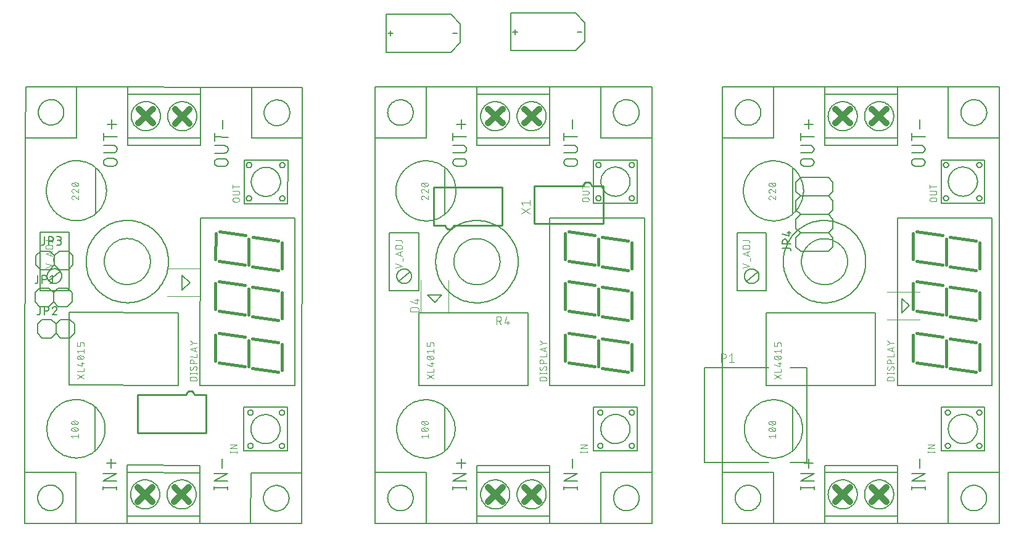
<source format=gbr>
G04 EAGLE Gerber RS-274X export*
G75*
%MOIN*%
%FSLAX34Y34*%
%LPD*%
%INSilkscreen Top*%
%IPPOS*%
%AMOC8*
5,1,8,0,0,1.08239X$1,22.5*%
G01*
%ADD10C,0.005000*%
%ADD11C,0.003000*%
%ADD12C,0.015000*%
%ADD13C,0.007000*%
%ADD14C,0.032000*%
%ADD15C,0.010000*%
%ADD16C,0.004000*%
%ADD17C,0.008000*%
%ADD18C,0.007874*%
%ADD19C,0.006000*%


D10*
X1554Y2769D02*
X1559Y5525D01*
X1591Y23635D01*
X1595Y26391D01*
X4351Y26386D01*
X7107Y26381D01*
X11044Y26374D01*
X13800Y26370D01*
X16556Y26365D01*
X16551Y23609D01*
X16520Y5499D01*
X16515Y2743D01*
X13759Y2748D01*
X11003Y2752D01*
X7066Y2759D01*
X4310Y2764D01*
X1554Y2769D01*
X16134Y10224D02*
X16150Y19279D01*
X11032Y19288D01*
X11016Y10233D01*
X16134Y10224D01*
X15738Y9043D02*
X15734Y6681D01*
X15738Y9043D02*
X13376Y9048D01*
X13372Y6685D01*
X15734Y6681D01*
X13768Y7864D02*
X13770Y7920D01*
X13776Y7975D01*
X13786Y8029D01*
X13799Y8083D01*
X13817Y8136D01*
X13838Y8187D01*
X13862Y8237D01*
X13890Y8285D01*
X13922Y8331D01*
X13956Y8375D01*
X13994Y8416D01*
X14034Y8454D01*
X14077Y8489D01*
X14122Y8521D01*
X14170Y8550D01*
X14219Y8576D01*
X14270Y8598D01*
X14322Y8616D01*
X14376Y8630D01*
X14431Y8641D01*
X14486Y8648D01*
X14541Y8651D01*
X14597Y8650D01*
X14652Y8645D01*
X14707Y8636D01*
X14761Y8624D01*
X14814Y8607D01*
X14866Y8587D01*
X14916Y8563D01*
X14964Y8536D01*
X15011Y8506D01*
X15055Y8472D01*
X15097Y8435D01*
X15135Y8395D01*
X15172Y8353D01*
X15205Y8308D01*
X15234Y8262D01*
X15261Y8213D01*
X15283Y8162D01*
X15303Y8110D01*
X15318Y8056D01*
X15330Y8002D01*
X15338Y7947D01*
X15342Y7892D01*
X15342Y7836D01*
X15338Y7781D01*
X15330Y7726D01*
X15318Y7672D01*
X15303Y7618D01*
X15283Y7566D01*
X15261Y7515D01*
X15234Y7466D01*
X15205Y7420D01*
X15172Y7375D01*
X15135Y7333D01*
X15097Y7293D01*
X15055Y7256D01*
X15011Y7222D01*
X14964Y7192D01*
X14916Y7165D01*
X14866Y7141D01*
X14814Y7121D01*
X14761Y7104D01*
X14707Y7092D01*
X14652Y7083D01*
X14597Y7078D01*
X14541Y7077D01*
X14486Y7080D01*
X14431Y7087D01*
X14376Y7098D01*
X14322Y7112D01*
X14270Y7130D01*
X14219Y7152D01*
X14170Y7178D01*
X14122Y7207D01*
X14077Y7239D01*
X14034Y7274D01*
X13994Y7312D01*
X13956Y7353D01*
X13922Y7397D01*
X13890Y7443D01*
X13862Y7491D01*
X13838Y7541D01*
X13817Y7592D01*
X13799Y7645D01*
X13786Y7699D01*
X13776Y7753D01*
X13770Y7808D01*
X13768Y7864D01*
X15758Y20067D02*
X15762Y22429D01*
X15758Y20067D02*
X13395Y20071D01*
X13400Y22433D01*
X15762Y22429D01*
X13792Y21250D02*
X13794Y21306D01*
X13800Y21361D01*
X13810Y21415D01*
X13823Y21469D01*
X13841Y21522D01*
X13862Y21573D01*
X13886Y21623D01*
X13914Y21671D01*
X13946Y21717D01*
X13980Y21761D01*
X14018Y21802D01*
X14058Y21840D01*
X14101Y21875D01*
X14146Y21907D01*
X14194Y21936D01*
X14243Y21962D01*
X14294Y21984D01*
X14346Y22002D01*
X14400Y22016D01*
X14455Y22027D01*
X14510Y22034D01*
X14565Y22037D01*
X14621Y22036D01*
X14676Y22031D01*
X14731Y22022D01*
X14785Y22010D01*
X14838Y21993D01*
X14890Y21973D01*
X14940Y21949D01*
X14988Y21922D01*
X15035Y21892D01*
X15079Y21858D01*
X15121Y21821D01*
X15159Y21781D01*
X15196Y21739D01*
X15229Y21694D01*
X15258Y21648D01*
X15285Y21599D01*
X15307Y21548D01*
X15327Y21496D01*
X15342Y21442D01*
X15354Y21388D01*
X15362Y21333D01*
X15366Y21278D01*
X15366Y21222D01*
X15362Y21167D01*
X15354Y21112D01*
X15342Y21058D01*
X15327Y21004D01*
X15307Y20952D01*
X15285Y20901D01*
X15258Y20852D01*
X15229Y20806D01*
X15196Y20761D01*
X15159Y20719D01*
X15121Y20679D01*
X15079Y20642D01*
X15035Y20608D01*
X14988Y20578D01*
X14940Y20551D01*
X14890Y20527D01*
X14838Y20507D01*
X14785Y20490D01*
X14731Y20478D01*
X14676Y20469D01*
X14621Y20464D01*
X14565Y20463D01*
X14510Y20466D01*
X14455Y20473D01*
X14400Y20484D01*
X14346Y20498D01*
X14294Y20516D01*
X14243Y20538D01*
X14194Y20564D01*
X14146Y20593D01*
X14101Y20625D01*
X14058Y20660D01*
X14018Y20698D01*
X13980Y20739D01*
X13946Y20783D01*
X13914Y20829D01*
X13886Y20877D01*
X13862Y20927D01*
X13841Y20978D01*
X13823Y21031D01*
X13810Y21085D01*
X13800Y21139D01*
X13794Y21194D01*
X13792Y21250D01*
X9842Y14172D02*
X9835Y10235D01*
X9842Y14172D02*
X3936Y14182D01*
X3929Y10245D01*
X9835Y10235D01*
X4864Y16933D02*
X4866Y17027D01*
X4872Y17121D01*
X4882Y17214D01*
X4896Y17307D01*
X4913Y17399D01*
X4935Y17490D01*
X4960Y17581D01*
X4990Y17670D01*
X5022Y17758D01*
X5059Y17845D01*
X5099Y17929D01*
X5143Y18012D01*
X5190Y18094D01*
X5241Y18173D01*
X5295Y18250D01*
X5352Y18324D01*
X5412Y18396D01*
X5475Y18466D01*
X5541Y18532D01*
X5610Y18596D01*
X5682Y18657D01*
X5756Y18715D01*
X5832Y18770D01*
X5910Y18821D01*
X5991Y18869D01*
X6074Y18914D01*
X6158Y18955D01*
X6244Y18993D01*
X6332Y19027D01*
X6421Y19057D01*
X6511Y19083D01*
X6602Y19106D01*
X6694Y19124D01*
X6787Y19139D01*
X6880Y19150D01*
X6974Y19157D01*
X7068Y19160D01*
X7161Y19159D01*
X7255Y19154D01*
X7349Y19145D01*
X7442Y19132D01*
X7534Y19115D01*
X7626Y19095D01*
X7716Y19070D01*
X7806Y19042D01*
X7894Y19010D01*
X7981Y18974D01*
X8066Y18935D01*
X8150Y18892D01*
X8231Y18846D01*
X8311Y18796D01*
X8389Y18743D01*
X8464Y18687D01*
X8536Y18627D01*
X8607Y18565D01*
X8674Y18499D01*
X8739Y18431D01*
X8800Y18360D01*
X8859Y18287D01*
X8915Y18211D01*
X8967Y18133D01*
X9016Y18053D01*
X9061Y17971D01*
X9103Y17887D01*
X9142Y17801D01*
X9176Y17714D01*
X9208Y17626D01*
X9235Y17536D01*
X9258Y17445D01*
X9278Y17353D01*
X9294Y17260D01*
X9306Y17167D01*
X9314Y17074D01*
X9318Y16980D01*
X9318Y16886D01*
X9314Y16792D01*
X9306Y16699D01*
X9294Y16606D01*
X9278Y16513D01*
X9258Y16421D01*
X9235Y16330D01*
X9208Y16240D01*
X9176Y16152D01*
X9142Y16065D01*
X9103Y15979D01*
X9061Y15895D01*
X9016Y15813D01*
X8967Y15733D01*
X8915Y15655D01*
X8859Y15579D01*
X8800Y15506D01*
X8739Y15435D01*
X8674Y15367D01*
X8607Y15301D01*
X8536Y15239D01*
X8464Y15179D01*
X8389Y15123D01*
X8311Y15070D01*
X8231Y15020D01*
X8150Y14974D01*
X8066Y14931D01*
X7981Y14892D01*
X7894Y14856D01*
X7806Y14824D01*
X7716Y14796D01*
X7626Y14771D01*
X7534Y14751D01*
X7442Y14734D01*
X7349Y14721D01*
X7255Y14712D01*
X7161Y14707D01*
X7068Y14706D01*
X6974Y14709D01*
X6880Y14716D01*
X6787Y14727D01*
X6694Y14742D01*
X6602Y14760D01*
X6511Y14783D01*
X6421Y14809D01*
X6332Y14839D01*
X6244Y14873D01*
X6158Y14911D01*
X6074Y14952D01*
X5991Y14997D01*
X5910Y15045D01*
X5832Y15096D01*
X5756Y15151D01*
X5682Y15209D01*
X5610Y15270D01*
X5541Y15334D01*
X5475Y15400D01*
X5412Y15470D01*
X5352Y15542D01*
X5295Y15616D01*
X5241Y15693D01*
X5190Y15772D01*
X5143Y15854D01*
X5099Y15937D01*
X5059Y16021D01*
X5022Y16108D01*
X4990Y16196D01*
X4960Y16285D01*
X4935Y16376D01*
X4913Y16467D01*
X4896Y16559D01*
X4882Y16652D01*
X4872Y16745D01*
X4866Y16839D01*
X4864Y16933D01*
X2719Y20768D02*
X2721Y20848D01*
X2727Y20928D01*
X2737Y21008D01*
X2751Y21087D01*
X2768Y21165D01*
X2790Y21243D01*
X2815Y21319D01*
X2844Y21394D01*
X2877Y21467D01*
X2914Y21539D01*
X2953Y21608D01*
X2997Y21676D01*
X3043Y21741D01*
X3093Y21804D01*
X3146Y21865D01*
X3201Y21923D01*
X3260Y21978D01*
X3321Y22030D01*
X3385Y22079D01*
X3451Y22124D01*
X3519Y22167D01*
X3589Y22206D01*
X3661Y22241D01*
X3735Y22273D01*
X3810Y22301D01*
X3886Y22326D01*
X3964Y22346D01*
X4043Y22363D01*
X4122Y22376D01*
X4202Y22385D01*
X4282Y22390D01*
X4362Y22391D01*
X4442Y22388D01*
X4522Y22381D01*
X4602Y22370D01*
X4681Y22355D01*
X4759Y22337D01*
X4836Y22314D01*
X4912Y22288D01*
X4986Y22258D01*
X5059Y22224D01*
X5130Y22187D01*
X5199Y22146D01*
X5267Y22102D01*
X5331Y22055D01*
X5394Y22004D01*
X5454Y21951D01*
X5511Y21894D01*
X5565Y21835D01*
X5616Y21773D01*
X5664Y21709D01*
X5709Y21642D01*
X5751Y21574D01*
X5789Y21503D01*
X5824Y21431D01*
X5855Y21356D01*
X5882Y21281D01*
X5905Y21204D01*
X5925Y21126D01*
X5941Y21048D01*
X5953Y20968D01*
X5961Y20888D01*
X5965Y20808D01*
X5965Y20728D01*
X5961Y20648D01*
X5953Y20568D01*
X5941Y20488D01*
X5925Y20410D01*
X5905Y20332D01*
X5882Y20255D01*
X5855Y20180D01*
X5824Y20105D01*
X5789Y20033D01*
X5751Y19962D01*
X5709Y19894D01*
X5664Y19827D01*
X5616Y19763D01*
X5565Y19701D01*
X5511Y19642D01*
X5454Y19585D01*
X5394Y19532D01*
X5331Y19481D01*
X5267Y19434D01*
X5199Y19390D01*
X5130Y19349D01*
X5059Y19312D01*
X4986Y19278D01*
X4912Y19248D01*
X4836Y19222D01*
X4759Y19199D01*
X4681Y19181D01*
X4602Y19166D01*
X4522Y19155D01*
X4442Y19148D01*
X4362Y19145D01*
X4282Y19146D01*
X4202Y19151D01*
X4122Y19160D01*
X4043Y19173D01*
X3964Y19190D01*
X3886Y19210D01*
X3810Y19235D01*
X3735Y19263D01*
X3661Y19295D01*
X3589Y19330D01*
X3519Y19369D01*
X3451Y19412D01*
X3385Y19457D01*
X3321Y19506D01*
X3260Y19558D01*
X3201Y19613D01*
X3146Y19671D01*
X3093Y19732D01*
X3043Y19795D01*
X2997Y19860D01*
X2953Y19928D01*
X2914Y19997D01*
X2877Y20069D01*
X2844Y20142D01*
X2815Y20217D01*
X2790Y20293D01*
X2768Y20371D01*
X2751Y20449D01*
X2737Y20528D01*
X2727Y20608D01*
X2721Y20688D01*
X2719Y20768D01*
X2744Y7882D02*
X2746Y7961D01*
X2752Y8040D01*
X2762Y8119D01*
X2776Y8197D01*
X2793Y8274D01*
X2815Y8350D01*
X2840Y8425D01*
X2870Y8498D01*
X2902Y8570D01*
X2939Y8641D01*
X2979Y8709D01*
X3022Y8775D01*
X3068Y8839D01*
X3118Y8901D01*
X3171Y8960D01*
X3226Y9016D01*
X3285Y9070D01*
X3346Y9120D01*
X3409Y9168D01*
X3475Y9212D01*
X3543Y9253D01*
X3613Y9290D01*
X3684Y9324D01*
X3758Y9354D01*
X3832Y9380D01*
X3908Y9402D01*
X3985Y9421D01*
X4063Y9436D01*
X4141Y9447D01*
X4220Y9454D01*
X4299Y9457D01*
X4378Y9456D01*
X4457Y9451D01*
X4536Y9442D01*
X4614Y9429D01*
X4691Y9412D01*
X4768Y9392D01*
X4843Y9367D01*
X4917Y9339D01*
X4990Y9307D01*
X5060Y9272D01*
X5129Y9233D01*
X5196Y9190D01*
X5261Y9144D01*
X5323Y9096D01*
X5383Y9044D01*
X5440Y8989D01*
X5494Y8931D01*
X5545Y8871D01*
X5593Y8808D01*
X5638Y8743D01*
X5680Y8675D01*
X5718Y8606D01*
X5752Y8535D01*
X5783Y8462D01*
X5811Y8387D01*
X5834Y8312D01*
X5854Y8235D01*
X5870Y8158D01*
X5882Y8079D01*
X5890Y8001D01*
X5894Y7922D01*
X5894Y7842D01*
X5890Y7763D01*
X5882Y7685D01*
X5870Y7606D01*
X5854Y7529D01*
X5834Y7452D01*
X5811Y7377D01*
X5783Y7302D01*
X5752Y7229D01*
X5718Y7158D01*
X5680Y7089D01*
X5638Y7021D01*
X5593Y6956D01*
X5545Y6893D01*
X5494Y6833D01*
X5440Y6775D01*
X5383Y6720D01*
X5323Y6668D01*
X5261Y6620D01*
X5196Y6574D01*
X5129Y6531D01*
X5060Y6492D01*
X4990Y6457D01*
X4917Y6425D01*
X4843Y6397D01*
X4768Y6372D01*
X4691Y6352D01*
X4614Y6335D01*
X4536Y6322D01*
X4457Y6313D01*
X4378Y6308D01*
X4299Y6307D01*
X4220Y6310D01*
X4141Y6317D01*
X4063Y6328D01*
X3985Y6343D01*
X3908Y6362D01*
X3832Y6384D01*
X3758Y6410D01*
X3684Y6440D01*
X3613Y6474D01*
X3543Y6511D01*
X3475Y6552D01*
X3409Y6596D01*
X3346Y6644D01*
X3285Y6694D01*
X3226Y6748D01*
X3171Y6804D01*
X3118Y6863D01*
X3068Y6925D01*
X3022Y6989D01*
X2979Y7055D01*
X2939Y7123D01*
X2902Y7194D01*
X2870Y7266D01*
X2840Y7339D01*
X2815Y7414D01*
X2793Y7490D01*
X2776Y7567D01*
X2762Y7645D01*
X2752Y7724D01*
X2746Y7803D01*
X2744Y7882D01*
X3938Y15363D02*
X3944Y18513D01*
X2369Y18516D01*
X2364Y15366D01*
X3938Y15363D01*
X2758Y16152D02*
X2760Y16191D01*
X2766Y16230D01*
X2776Y16268D01*
X2789Y16305D01*
X2806Y16340D01*
X2826Y16374D01*
X2850Y16405D01*
X2877Y16434D01*
X2906Y16460D01*
X2938Y16483D01*
X2972Y16503D01*
X3008Y16519D01*
X3045Y16531D01*
X3084Y16540D01*
X3123Y16545D01*
X3162Y16546D01*
X3201Y16543D01*
X3240Y16536D01*
X3277Y16525D01*
X3314Y16511D01*
X3349Y16493D01*
X3382Y16472D01*
X3413Y16447D01*
X3441Y16420D01*
X3466Y16390D01*
X3488Y16357D01*
X3507Y16323D01*
X3522Y16287D01*
X3534Y16249D01*
X3542Y16211D01*
X3546Y16172D01*
X3546Y16132D01*
X3542Y16093D01*
X3534Y16055D01*
X3522Y16017D01*
X3507Y15981D01*
X3488Y15947D01*
X3466Y15914D01*
X3441Y15884D01*
X3413Y15857D01*
X3382Y15832D01*
X3349Y15811D01*
X3314Y15793D01*
X3277Y15779D01*
X3240Y15768D01*
X3201Y15761D01*
X3162Y15758D01*
X3123Y15759D01*
X3084Y15764D01*
X3045Y15773D01*
X3008Y15785D01*
X2972Y15801D01*
X2938Y15821D01*
X2906Y15844D01*
X2877Y15870D01*
X2850Y15899D01*
X2826Y15930D01*
X2806Y15964D01*
X2789Y15999D01*
X2776Y16036D01*
X2766Y16074D01*
X2760Y16113D01*
X2758Y16152D01*
D11*
X4364Y10837D02*
X4733Y10589D01*
X4734Y10836D02*
X4363Y10590D01*
X4364Y10983D02*
X4734Y10983D01*
X4734Y11147D01*
X4652Y11282D02*
X4365Y11365D01*
X4652Y11282D02*
X4653Y11488D01*
X4735Y11426D02*
X4570Y11426D01*
X4550Y11642D02*
X4516Y11644D01*
X4482Y11650D01*
X4449Y11660D01*
X4417Y11673D01*
X4416Y11673D02*
X4402Y11680D01*
X4389Y11689D01*
X4379Y11701D01*
X4371Y11715D01*
X4367Y11730D01*
X4365Y11745D01*
X4367Y11761D01*
X4371Y11776D01*
X4379Y11789D01*
X4390Y11801D01*
X4402Y11810D01*
X4416Y11817D01*
X4417Y11817D02*
X4449Y11831D01*
X4482Y11840D01*
X4516Y11846D01*
X4551Y11848D01*
X4550Y11642D02*
X4585Y11644D01*
X4619Y11650D01*
X4652Y11659D01*
X4684Y11673D01*
X4698Y11680D01*
X4710Y11689D01*
X4721Y11701D01*
X4729Y11714D01*
X4733Y11729D01*
X4735Y11745D01*
X4684Y11817D02*
X4652Y11830D01*
X4619Y11840D01*
X4585Y11846D01*
X4551Y11848D01*
X4684Y11817D02*
X4698Y11810D01*
X4711Y11801D01*
X4721Y11789D01*
X4729Y11775D01*
X4733Y11760D01*
X4735Y11745D01*
X4653Y11663D02*
X4448Y11828D01*
X4448Y12003D02*
X4366Y12105D01*
X4736Y12105D01*
X4736Y12002D02*
X4736Y12208D01*
X4736Y12362D02*
X4736Y12485D01*
X4734Y12501D01*
X4730Y12516D01*
X4722Y12530D01*
X4712Y12543D01*
X4700Y12553D01*
X4686Y12561D01*
X4670Y12565D01*
X4654Y12567D01*
X4654Y12568D02*
X4613Y12568D01*
X4597Y12566D01*
X4582Y12562D01*
X4568Y12554D01*
X4555Y12544D01*
X4545Y12532D01*
X4537Y12518D01*
X4533Y12502D01*
X4531Y12486D01*
X4531Y12362D01*
X4366Y12363D01*
X4367Y12568D01*
X10463Y10479D02*
X10833Y10479D01*
X10463Y10479D02*
X10463Y10582D01*
X10465Y10602D01*
X10471Y10622D01*
X10480Y10639D01*
X10493Y10655D01*
X10509Y10668D01*
X10527Y10677D01*
X10546Y10683D01*
X10566Y10685D01*
X10731Y10685D01*
X10730Y10685D02*
X10748Y10683D01*
X10765Y10679D01*
X10782Y10671D01*
X10796Y10661D01*
X10809Y10648D01*
X10819Y10633D01*
X10827Y10617D01*
X10831Y10600D01*
X10833Y10582D01*
X10833Y10479D01*
X10834Y10882D02*
X10464Y10882D01*
X10834Y10840D02*
X10834Y10923D01*
X10464Y10923D02*
X10464Y10841D01*
X10834Y11178D02*
X10832Y11194D01*
X10828Y11209D01*
X10820Y11223D01*
X10810Y11236D01*
X10798Y11246D01*
X10784Y11254D01*
X10768Y11258D01*
X10752Y11260D01*
X10834Y11178D02*
X10832Y11155D01*
X10828Y11132D01*
X10820Y11111D01*
X10810Y11090D01*
X10797Y11071D01*
X10782Y11054D01*
X10546Y11066D02*
X10530Y11068D01*
X10514Y11072D01*
X10500Y11080D01*
X10488Y11090D01*
X10478Y11103D01*
X10470Y11117D01*
X10466Y11132D01*
X10464Y11148D01*
X10465Y11168D01*
X10469Y11187D01*
X10475Y11206D01*
X10484Y11224D01*
X10495Y11241D01*
X10618Y11106D02*
X10608Y11092D01*
X10595Y11081D01*
X10580Y11072D01*
X10563Y11067D01*
X10546Y11065D01*
X10680Y11220D02*
X10690Y11234D01*
X10703Y11245D01*
X10718Y11254D01*
X10735Y11259D01*
X10752Y11261D01*
X10680Y11220D02*
X10618Y11107D01*
X10465Y11421D02*
X10835Y11420D01*
X10465Y11421D02*
X10465Y11523D01*
X10467Y11543D01*
X10473Y11563D01*
X10482Y11580D01*
X10495Y11596D01*
X10511Y11609D01*
X10529Y11618D01*
X10548Y11624D01*
X10568Y11626D01*
X10588Y11624D01*
X10608Y11618D01*
X10625Y11609D01*
X10641Y11596D01*
X10654Y11580D01*
X10663Y11562D01*
X10669Y11543D01*
X10671Y11523D01*
X10670Y11523D02*
X10670Y11420D01*
X10835Y11775D02*
X10465Y11776D01*
X10835Y11775D02*
X10836Y11940D01*
X10836Y12054D02*
X10466Y12178D01*
X10836Y12301D01*
X10744Y12270D02*
X10743Y12085D01*
X10466Y12415D02*
X10641Y12538D01*
X10467Y12662D01*
X10641Y12538D02*
X10837Y12538D01*
X12656Y6617D02*
X13026Y6616D01*
X13026Y6575D02*
X13026Y6657D01*
X12656Y6658D02*
X12656Y6576D01*
X12657Y6814D02*
X13027Y6813D01*
X13027Y7019D02*
X12657Y6814D01*
X12657Y7020D02*
X13027Y7019D01*
X13047Y20175D02*
X12883Y20175D01*
X12863Y20177D01*
X12843Y20183D01*
X12826Y20192D01*
X12810Y20205D01*
X12797Y20221D01*
X12788Y20239D01*
X12782Y20258D01*
X12780Y20278D01*
X12782Y20298D01*
X12788Y20318D01*
X12797Y20335D01*
X12810Y20351D01*
X12826Y20364D01*
X12844Y20373D01*
X12863Y20379D01*
X12883Y20381D01*
X13047Y20381D01*
X13067Y20379D01*
X13087Y20373D01*
X13104Y20364D01*
X13120Y20351D01*
X13133Y20335D01*
X13142Y20317D01*
X13148Y20298D01*
X13150Y20278D01*
X13148Y20258D01*
X13142Y20238D01*
X13133Y20221D01*
X13120Y20205D01*
X13104Y20192D01*
X13086Y20183D01*
X13067Y20177D01*
X13047Y20175D01*
X13048Y20547D02*
X12781Y20547D01*
X13048Y20547D02*
X13067Y20549D01*
X13085Y20554D01*
X13102Y20562D01*
X13117Y20574D01*
X13130Y20588D01*
X13140Y20604D01*
X13147Y20622D01*
X13151Y20640D01*
X13151Y20659D01*
X13147Y20678D01*
X13140Y20696D01*
X13130Y20712D01*
X13118Y20726D01*
X13102Y20737D01*
X13085Y20746D01*
X13067Y20751D01*
X13048Y20753D01*
X12781Y20753D01*
X12781Y20998D02*
X13151Y20998D01*
X12782Y21101D02*
X12781Y20895D01*
X3044Y16716D02*
X2674Y16593D01*
X2674Y16840D02*
X3044Y16716D01*
X3085Y16957D02*
X3086Y17122D01*
X3045Y17240D02*
X2675Y17364D01*
X3045Y17487D01*
X2953Y17456D02*
X2952Y17271D01*
X3045Y17633D02*
X2675Y17634D01*
X2676Y17736D01*
X2675Y17736D02*
X2677Y17756D01*
X2683Y17776D01*
X2692Y17793D01*
X2705Y17809D01*
X2721Y17822D01*
X2739Y17831D01*
X2758Y17837D01*
X2778Y17839D01*
X2779Y17839D02*
X2943Y17839D01*
X2961Y17837D01*
X2978Y17833D01*
X2995Y17825D01*
X3009Y17815D01*
X3022Y17802D01*
X3032Y17787D01*
X3040Y17771D01*
X3044Y17754D01*
X3046Y17736D01*
X3045Y17633D01*
X2964Y18092D02*
X2676Y18093D01*
X2964Y18092D02*
X2980Y18090D01*
X2996Y18086D01*
X3010Y18078D01*
X3022Y18068D01*
X3032Y18055D01*
X3040Y18041D01*
X3044Y18026D01*
X3046Y18010D01*
X3046Y17969D01*
D10*
X3458Y16377D02*
X2857Y15878D01*
X5846Y16933D02*
X5848Y17003D01*
X5854Y17074D01*
X5864Y17143D01*
X5878Y17212D01*
X5896Y17281D01*
X5917Y17348D01*
X5942Y17414D01*
X5971Y17478D01*
X6004Y17540D01*
X6040Y17601D01*
X6080Y17659D01*
X6122Y17715D01*
X6168Y17769D01*
X6217Y17820D01*
X6268Y17868D01*
X6323Y17913D01*
X6379Y17955D01*
X6438Y17993D01*
X6499Y18028D01*
X6562Y18060D01*
X6627Y18088D01*
X6693Y18113D01*
X6760Y18133D01*
X6829Y18150D01*
X6898Y18163D01*
X6968Y18172D01*
X7038Y18177D01*
X7109Y18178D01*
X7179Y18175D01*
X7249Y18168D01*
X7319Y18157D01*
X7388Y18142D01*
X7456Y18123D01*
X7522Y18101D01*
X7588Y18075D01*
X7652Y18045D01*
X7714Y18011D01*
X7774Y17974D01*
X7831Y17934D01*
X7887Y17890D01*
X7940Y17844D01*
X7990Y17794D01*
X8037Y17742D01*
X8081Y17687D01*
X8122Y17630D01*
X8160Y17571D01*
X8195Y17509D01*
X8225Y17446D01*
X8253Y17381D01*
X8276Y17314D01*
X8296Y17247D01*
X8312Y17178D01*
X8324Y17109D01*
X8332Y17039D01*
X8336Y16968D01*
X8336Y16898D01*
X8332Y16827D01*
X8324Y16757D01*
X8312Y16688D01*
X8296Y16619D01*
X8276Y16552D01*
X8253Y16485D01*
X8225Y16420D01*
X8195Y16357D01*
X8160Y16295D01*
X8122Y16236D01*
X8081Y16179D01*
X8037Y16124D01*
X7990Y16072D01*
X7940Y16022D01*
X7887Y15976D01*
X7831Y15932D01*
X7774Y15892D01*
X7713Y15855D01*
X7652Y15821D01*
X7588Y15791D01*
X7522Y15765D01*
X7456Y15743D01*
X7388Y15724D01*
X7319Y15709D01*
X7249Y15698D01*
X7179Y15691D01*
X7109Y15688D01*
X7038Y15689D01*
X6968Y15694D01*
X6898Y15703D01*
X6829Y15716D01*
X6760Y15733D01*
X6693Y15753D01*
X6627Y15778D01*
X6562Y15806D01*
X6499Y15838D01*
X6438Y15873D01*
X6379Y15911D01*
X6323Y15953D01*
X6268Y15998D01*
X6217Y16046D01*
X6168Y16097D01*
X6122Y16151D01*
X6080Y16207D01*
X6040Y16265D01*
X6004Y16326D01*
X5971Y16388D01*
X5942Y16452D01*
X5917Y16518D01*
X5896Y16585D01*
X5878Y16654D01*
X5864Y16723D01*
X5854Y16792D01*
X5848Y16863D01*
X5846Y16933D01*
X2246Y4145D02*
X2248Y4197D01*
X2254Y4249D01*
X2264Y4300D01*
X2277Y4350D01*
X2295Y4400D01*
X2316Y4447D01*
X2340Y4493D01*
X2369Y4537D01*
X2400Y4579D01*
X2434Y4618D01*
X2471Y4655D01*
X2511Y4688D01*
X2554Y4719D01*
X2598Y4746D01*
X2644Y4770D01*
X2693Y4790D01*
X2742Y4806D01*
X2793Y4819D01*
X2844Y4828D01*
X2896Y4833D01*
X2948Y4834D01*
X3000Y4831D01*
X3052Y4824D01*
X3103Y4813D01*
X3153Y4799D01*
X3202Y4780D01*
X3249Y4758D01*
X3294Y4733D01*
X3338Y4704D01*
X3379Y4672D01*
X3418Y4637D01*
X3453Y4599D01*
X3486Y4558D01*
X3516Y4516D01*
X3542Y4471D01*
X3565Y4424D01*
X3584Y4375D01*
X3600Y4325D01*
X3612Y4275D01*
X3620Y4223D01*
X3624Y4171D01*
X3624Y4119D01*
X3620Y4067D01*
X3612Y4015D01*
X3600Y3965D01*
X3584Y3915D01*
X3565Y3866D01*
X3542Y3819D01*
X3516Y3774D01*
X3486Y3732D01*
X3453Y3691D01*
X3418Y3653D01*
X3379Y3618D01*
X3338Y3586D01*
X3294Y3557D01*
X3249Y3532D01*
X3202Y3510D01*
X3153Y3491D01*
X3103Y3477D01*
X3052Y3466D01*
X3000Y3459D01*
X2948Y3456D01*
X2896Y3457D01*
X2844Y3462D01*
X2793Y3471D01*
X2742Y3484D01*
X2693Y3500D01*
X2644Y3520D01*
X2598Y3544D01*
X2554Y3571D01*
X2511Y3602D01*
X2471Y3635D01*
X2434Y3672D01*
X2400Y3711D01*
X2369Y3753D01*
X2340Y3797D01*
X2316Y3843D01*
X2295Y3890D01*
X2277Y3940D01*
X2264Y3990D01*
X2254Y4041D01*
X2248Y4093D01*
X2246Y4145D01*
X14450Y4123D02*
X14452Y4175D01*
X14458Y4227D01*
X14468Y4278D01*
X14481Y4328D01*
X14499Y4378D01*
X14520Y4425D01*
X14544Y4471D01*
X14573Y4515D01*
X14604Y4557D01*
X14638Y4596D01*
X14675Y4633D01*
X14715Y4666D01*
X14758Y4697D01*
X14802Y4724D01*
X14848Y4748D01*
X14897Y4768D01*
X14946Y4784D01*
X14997Y4797D01*
X15048Y4806D01*
X15100Y4811D01*
X15152Y4812D01*
X15204Y4809D01*
X15256Y4802D01*
X15307Y4791D01*
X15357Y4777D01*
X15406Y4758D01*
X15453Y4736D01*
X15498Y4711D01*
X15542Y4682D01*
X15583Y4650D01*
X15622Y4615D01*
X15657Y4577D01*
X15690Y4536D01*
X15720Y4494D01*
X15746Y4449D01*
X15769Y4402D01*
X15788Y4353D01*
X15804Y4303D01*
X15816Y4253D01*
X15824Y4201D01*
X15828Y4149D01*
X15828Y4097D01*
X15824Y4045D01*
X15816Y3993D01*
X15804Y3943D01*
X15788Y3893D01*
X15769Y3844D01*
X15746Y3797D01*
X15720Y3752D01*
X15690Y3710D01*
X15657Y3669D01*
X15622Y3631D01*
X15583Y3596D01*
X15542Y3564D01*
X15498Y3535D01*
X15453Y3510D01*
X15406Y3488D01*
X15357Y3469D01*
X15307Y3455D01*
X15256Y3444D01*
X15204Y3437D01*
X15152Y3434D01*
X15100Y3435D01*
X15048Y3440D01*
X14997Y3449D01*
X14946Y3462D01*
X14897Y3478D01*
X14848Y3498D01*
X14802Y3522D01*
X14758Y3549D01*
X14715Y3580D01*
X14675Y3613D01*
X14638Y3650D01*
X14604Y3689D01*
X14573Y3731D01*
X14544Y3775D01*
X14520Y3821D01*
X14499Y3868D01*
X14481Y3918D01*
X14468Y3968D01*
X14458Y4019D01*
X14452Y4071D01*
X14450Y4123D01*
X14480Y24989D02*
X14482Y25042D01*
X14488Y25094D01*
X14498Y25146D01*
X14512Y25197D01*
X14529Y25246D01*
X14551Y25294D01*
X14575Y25341D01*
X14604Y25385D01*
X14635Y25427D01*
X14670Y25467D01*
X14708Y25504D01*
X14748Y25538D01*
X14791Y25569D01*
X14836Y25596D01*
X14883Y25620D01*
X14931Y25640D01*
X14981Y25657D01*
X15032Y25670D01*
X15084Y25679D01*
X15137Y25684D01*
X15189Y25685D01*
X15242Y25682D01*
X15294Y25675D01*
X15346Y25664D01*
X15396Y25649D01*
X15445Y25631D01*
X15493Y25609D01*
X15539Y25583D01*
X15583Y25554D01*
X15625Y25521D01*
X15663Y25486D01*
X15700Y25447D01*
X15733Y25407D01*
X15763Y25363D01*
X15789Y25318D01*
X15813Y25270D01*
X15832Y25222D01*
X15848Y25171D01*
X15860Y25120D01*
X15868Y25068D01*
X15872Y25015D01*
X15872Y24963D01*
X15868Y24910D01*
X15860Y24858D01*
X15848Y24807D01*
X15832Y24756D01*
X15813Y24708D01*
X15789Y24660D01*
X15763Y24615D01*
X15733Y24571D01*
X15700Y24531D01*
X15663Y24492D01*
X15625Y24457D01*
X15583Y24424D01*
X15539Y24395D01*
X15493Y24369D01*
X15445Y24347D01*
X15396Y24329D01*
X15346Y24314D01*
X15294Y24303D01*
X15242Y24296D01*
X15189Y24293D01*
X15137Y24294D01*
X15084Y24299D01*
X15032Y24308D01*
X14981Y24321D01*
X14931Y24338D01*
X14883Y24358D01*
X14836Y24382D01*
X14791Y24409D01*
X14748Y24440D01*
X14708Y24474D01*
X14670Y24511D01*
X14635Y24551D01*
X14604Y24593D01*
X14575Y24637D01*
X14551Y24684D01*
X14529Y24732D01*
X14512Y24781D01*
X14498Y24832D01*
X14488Y24884D01*
X14482Y24936D01*
X14480Y24989D01*
X2282Y25011D02*
X2284Y25063D01*
X2290Y25115D01*
X2300Y25166D01*
X2313Y25216D01*
X2331Y25266D01*
X2352Y25313D01*
X2376Y25359D01*
X2405Y25403D01*
X2436Y25445D01*
X2470Y25484D01*
X2507Y25521D01*
X2547Y25554D01*
X2590Y25585D01*
X2634Y25612D01*
X2680Y25636D01*
X2729Y25656D01*
X2778Y25672D01*
X2829Y25685D01*
X2880Y25694D01*
X2932Y25699D01*
X2984Y25700D01*
X3036Y25697D01*
X3088Y25690D01*
X3139Y25679D01*
X3189Y25665D01*
X3238Y25646D01*
X3285Y25624D01*
X3330Y25599D01*
X3374Y25570D01*
X3415Y25538D01*
X3454Y25503D01*
X3489Y25465D01*
X3522Y25424D01*
X3552Y25382D01*
X3578Y25337D01*
X3601Y25290D01*
X3620Y25241D01*
X3636Y25191D01*
X3648Y25141D01*
X3656Y25089D01*
X3660Y25037D01*
X3660Y24985D01*
X3656Y24933D01*
X3648Y24881D01*
X3636Y24831D01*
X3620Y24781D01*
X3601Y24732D01*
X3578Y24685D01*
X3552Y24640D01*
X3522Y24598D01*
X3489Y24557D01*
X3454Y24519D01*
X3415Y24484D01*
X3374Y24452D01*
X3330Y24423D01*
X3285Y24398D01*
X3238Y24376D01*
X3189Y24357D01*
X3139Y24343D01*
X3088Y24332D01*
X3036Y24325D01*
X2984Y24322D01*
X2932Y24323D01*
X2880Y24328D01*
X2829Y24337D01*
X2778Y24350D01*
X2729Y24366D01*
X2680Y24386D01*
X2634Y24410D01*
X2590Y24437D01*
X2547Y24468D01*
X2507Y24501D01*
X2470Y24538D01*
X2436Y24577D01*
X2405Y24619D01*
X2376Y24663D01*
X2352Y24709D01*
X2331Y24756D01*
X2313Y24806D01*
X2300Y24856D01*
X2290Y24907D01*
X2284Y24959D01*
X2282Y25011D01*
X4315Y5520D02*
X4310Y2764D01*
X4315Y5520D02*
X1559Y5525D01*
X13764Y5504D02*
X13759Y2748D01*
X13764Y5504D02*
X16520Y5499D01*
X16551Y23609D02*
X13795Y23614D01*
X13800Y26370D01*
X4351Y26386D02*
X4347Y23630D01*
X1591Y23635D01*
X5368Y21973D02*
X5364Y19573D01*
X5346Y9073D02*
X5341Y6673D01*
D11*
X4080Y20404D02*
X4082Y20422D01*
X4087Y20440D01*
X4096Y20456D01*
X4107Y20470D01*
X4121Y20481D01*
X4138Y20490D01*
X4155Y20495D01*
X4173Y20497D01*
X4080Y20403D02*
X4081Y20385D01*
X4086Y20366D01*
X4093Y20349D01*
X4103Y20333D01*
X4115Y20319D01*
X4129Y20307D01*
X4145Y20297D01*
X4162Y20290D01*
X4245Y20465D02*
X4233Y20476D01*
X4219Y20484D01*
X4205Y20491D01*
X4189Y20495D01*
X4173Y20496D01*
X4245Y20465D02*
X4450Y20290D01*
X4450Y20496D01*
X4173Y20857D02*
X4155Y20855D01*
X4138Y20850D01*
X4121Y20841D01*
X4107Y20830D01*
X4096Y20816D01*
X4087Y20800D01*
X4082Y20782D01*
X4080Y20764D01*
X4081Y20763D02*
X4082Y20745D01*
X4087Y20726D01*
X4094Y20709D01*
X4104Y20693D01*
X4116Y20679D01*
X4130Y20667D01*
X4146Y20657D01*
X4163Y20650D01*
X4245Y20825D02*
X4233Y20836D01*
X4219Y20844D01*
X4205Y20851D01*
X4189Y20855D01*
X4173Y20856D01*
X4245Y20825D02*
X4451Y20650D01*
X4451Y20856D01*
X4266Y21010D02*
X4232Y21012D01*
X4198Y21018D01*
X4165Y21028D01*
X4133Y21041D01*
X4119Y21048D01*
X4106Y21057D01*
X4096Y21069D01*
X4088Y21083D01*
X4084Y21098D01*
X4082Y21113D01*
X4084Y21129D01*
X4088Y21144D01*
X4096Y21157D01*
X4107Y21169D01*
X4119Y21178D01*
X4133Y21185D01*
X4165Y21199D01*
X4198Y21208D01*
X4232Y21214D01*
X4267Y21216D01*
X4266Y21010D02*
X4301Y21012D01*
X4335Y21018D01*
X4368Y21027D01*
X4400Y21041D01*
X4414Y21048D01*
X4426Y21057D01*
X4437Y21069D01*
X4445Y21082D01*
X4449Y21097D01*
X4451Y21113D01*
X4400Y21185D02*
X4368Y21198D01*
X4335Y21208D01*
X4301Y21214D01*
X4267Y21216D01*
X4400Y21185D02*
X4414Y21178D01*
X4427Y21169D01*
X4437Y21157D01*
X4445Y21143D01*
X4449Y21128D01*
X4451Y21113D01*
X4369Y21031D02*
X4164Y21195D01*
X4058Y7493D02*
X4140Y7390D01*
X4058Y7493D02*
X4428Y7493D01*
X4428Y7390D02*
X4428Y7596D01*
X4243Y7750D02*
X4209Y7752D01*
X4175Y7758D01*
X4142Y7768D01*
X4110Y7781D01*
X4109Y7781D02*
X4095Y7788D01*
X4082Y7797D01*
X4072Y7809D01*
X4064Y7823D01*
X4060Y7838D01*
X4058Y7853D01*
X4060Y7869D01*
X4064Y7884D01*
X4072Y7897D01*
X4083Y7909D01*
X4095Y7918D01*
X4109Y7925D01*
X4110Y7925D02*
X4142Y7939D01*
X4175Y7948D01*
X4209Y7954D01*
X4244Y7956D01*
X4243Y7750D02*
X4278Y7752D01*
X4312Y7758D01*
X4345Y7767D01*
X4377Y7781D01*
X4391Y7788D01*
X4403Y7797D01*
X4414Y7809D01*
X4422Y7822D01*
X4426Y7837D01*
X4428Y7853D01*
X4377Y7925D02*
X4345Y7938D01*
X4312Y7948D01*
X4278Y7954D01*
X4244Y7956D01*
X4377Y7925D02*
X4391Y7918D01*
X4404Y7909D01*
X4414Y7897D01*
X4422Y7883D01*
X4426Y7868D01*
X4428Y7853D01*
X4346Y7771D02*
X4141Y7935D01*
X4243Y8110D02*
X4209Y8112D01*
X4175Y8118D01*
X4142Y8128D01*
X4110Y8141D01*
X4096Y8148D01*
X4083Y8157D01*
X4073Y8169D01*
X4065Y8183D01*
X4061Y8198D01*
X4059Y8213D01*
X4061Y8229D01*
X4065Y8244D01*
X4073Y8257D01*
X4084Y8269D01*
X4096Y8278D01*
X4110Y8285D01*
X4111Y8285D02*
X4143Y8299D01*
X4176Y8308D01*
X4210Y8314D01*
X4245Y8316D01*
X4243Y8110D02*
X4278Y8112D01*
X4312Y8118D01*
X4345Y8127D01*
X4377Y8141D01*
X4378Y8141D02*
X4392Y8148D01*
X4404Y8157D01*
X4415Y8169D01*
X4423Y8182D01*
X4427Y8197D01*
X4429Y8213D01*
X4378Y8285D02*
X4346Y8298D01*
X4313Y8308D01*
X4279Y8314D01*
X4245Y8316D01*
X4378Y8285D02*
X4392Y8278D01*
X4405Y8269D01*
X4415Y8257D01*
X4423Y8243D01*
X4427Y8228D01*
X4429Y8213D01*
X4347Y8131D02*
X4141Y8295D01*
D10*
X13601Y6959D02*
X13603Y6982D01*
X13609Y7005D01*
X13618Y7026D01*
X13631Y7046D01*
X13647Y7063D01*
X13665Y7077D01*
X13685Y7088D01*
X13707Y7096D01*
X13730Y7100D01*
X13754Y7100D01*
X13777Y7096D01*
X13799Y7088D01*
X13819Y7077D01*
X13837Y7063D01*
X13853Y7046D01*
X13866Y7026D01*
X13875Y7005D01*
X13881Y6982D01*
X13883Y6959D01*
X13881Y6936D01*
X13875Y6913D01*
X13866Y6892D01*
X13853Y6872D01*
X13837Y6855D01*
X13819Y6841D01*
X13799Y6830D01*
X13777Y6822D01*
X13754Y6818D01*
X13730Y6818D01*
X13707Y6822D01*
X13685Y6830D01*
X13665Y6841D01*
X13647Y6855D01*
X13631Y6872D01*
X13618Y6892D01*
X13609Y6913D01*
X13603Y6936D01*
X13601Y6959D01*
X13604Y8759D02*
X13606Y8782D01*
X13612Y8805D01*
X13621Y8826D01*
X13634Y8846D01*
X13650Y8863D01*
X13668Y8877D01*
X13688Y8888D01*
X13710Y8896D01*
X13733Y8900D01*
X13757Y8900D01*
X13780Y8896D01*
X13802Y8888D01*
X13822Y8877D01*
X13840Y8863D01*
X13856Y8846D01*
X13869Y8826D01*
X13878Y8805D01*
X13884Y8782D01*
X13886Y8759D01*
X13884Y8736D01*
X13878Y8713D01*
X13869Y8692D01*
X13856Y8672D01*
X13840Y8655D01*
X13822Y8641D01*
X13802Y8630D01*
X13780Y8622D01*
X13757Y8618D01*
X13733Y8618D01*
X13710Y8622D01*
X13688Y8630D01*
X13668Y8641D01*
X13650Y8655D01*
X13634Y8672D01*
X13621Y8692D01*
X13612Y8713D01*
X13606Y8736D01*
X13604Y8759D01*
X15301Y6956D02*
X15303Y6979D01*
X15309Y7002D01*
X15318Y7023D01*
X15331Y7043D01*
X15347Y7060D01*
X15365Y7074D01*
X15385Y7085D01*
X15407Y7093D01*
X15430Y7097D01*
X15454Y7097D01*
X15477Y7093D01*
X15499Y7085D01*
X15519Y7074D01*
X15537Y7060D01*
X15553Y7043D01*
X15566Y7023D01*
X15575Y7002D01*
X15581Y6979D01*
X15583Y6956D01*
X15581Y6933D01*
X15575Y6910D01*
X15566Y6889D01*
X15553Y6869D01*
X15537Y6852D01*
X15519Y6838D01*
X15499Y6827D01*
X15477Y6819D01*
X15454Y6815D01*
X15430Y6815D01*
X15407Y6819D01*
X15385Y6827D01*
X15365Y6838D01*
X15347Y6852D01*
X15331Y6869D01*
X15318Y6889D01*
X15309Y6910D01*
X15303Y6933D01*
X15301Y6956D01*
X15304Y8756D02*
X15306Y8779D01*
X15312Y8802D01*
X15321Y8823D01*
X15334Y8843D01*
X15350Y8860D01*
X15368Y8874D01*
X15388Y8885D01*
X15410Y8893D01*
X15433Y8897D01*
X15457Y8897D01*
X15480Y8893D01*
X15502Y8885D01*
X15522Y8874D01*
X15540Y8860D01*
X15556Y8843D01*
X15569Y8823D01*
X15578Y8802D01*
X15584Y8779D01*
X15586Y8756D01*
X15584Y8733D01*
X15578Y8710D01*
X15569Y8689D01*
X15556Y8669D01*
X15540Y8652D01*
X15522Y8638D01*
X15502Y8627D01*
X15480Y8619D01*
X15457Y8615D01*
X15433Y8615D01*
X15410Y8619D01*
X15388Y8627D01*
X15368Y8638D01*
X15350Y8652D01*
X15334Y8669D01*
X15321Y8689D01*
X15312Y8710D01*
X15306Y8733D01*
X15304Y8756D01*
X15324Y20356D02*
X15326Y20379D01*
X15332Y20402D01*
X15341Y20423D01*
X15354Y20443D01*
X15370Y20460D01*
X15388Y20474D01*
X15408Y20485D01*
X15430Y20493D01*
X15453Y20497D01*
X15477Y20497D01*
X15500Y20493D01*
X15522Y20485D01*
X15542Y20474D01*
X15560Y20460D01*
X15576Y20443D01*
X15589Y20423D01*
X15598Y20402D01*
X15604Y20379D01*
X15606Y20356D01*
X15604Y20333D01*
X15598Y20310D01*
X15589Y20289D01*
X15576Y20269D01*
X15560Y20252D01*
X15542Y20238D01*
X15522Y20227D01*
X15500Y20219D01*
X15477Y20215D01*
X15453Y20215D01*
X15430Y20219D01*
X15408Y20227D01*
X15388Y20238D01*
X15370Y20252D01*
X15354Y20269D01*
X15341Y20289D01*
X15332Y20310D01*
X15326Y20333D01*
X15324Y20356D01*
X13524Y20359D02*
X13526Y20382D01*
X13532Y20405D01*
X13541Y20426D01*
X13554Y20446D01*
X13570Y20463D01*
X13588Y20477D01*
X13608Y20488D01*
X13630Y20496D01*
X13653Y20500D01*
X13677Y20500D01*
X13700Y20496D01*
X13722Y20488D01*
X13742Y20477D01*
X13760Y20463D01*
X13776Y20446D01*
X13789Y20426D01*
X13798Y20405D01*
X13804Y20382D01*
X13806Y20359D01*
X13804Y20336D01*
X13798Y20313D01*
X13789Y20292D01*
X13776Y20272D01*
X13760Y20255D01*
X13742Y20241D01*
X13722Y20230D01*
X13700Y20222D01*
X13677Y20218D01*
X13653Y20218D01*
X13630Y20222D01*
X13608Y20230D01*
X13588Y20241D01*
X13570Y20255D01*
X13554Y20272D01*
X13541Y20292D01*
X13532Y20313D01*
X13526Y20336D01*
X13524Y20359D01*
X13527Y22159D02*
X13529Y22182D01*
X13535Y22205D01*
X13544Y22226D01*
X13557Y22246D01*
X13573Y22263D01*
X13591Y22277D01*
X13611Y22288D01*
X13633Y22296D01*
X13656Y22300D01*
X13680Y22300D01*
X13703Y22296D01*
X13725Y22288D01*
X13745Y22277D01*
X13763Y22263D01*
X13779Y22246D01*
X13792Y22226D01*
X13801Y22205D01*
X13807Y22182D01*
X13809Y22159D01*
X13807Y22136D01*
X13801Y22113D01*
X13792Y22092D01*
X13779Y22072D01*
X13763Y22055D01*
X13745Y22041D01*
X13725Y22030D01*
X13703Y22022D01*
X13680Y22018D01*
X13656Y22018D01*
X13633Y22022D01*
X13611Y22030D01*
X13591Y22041D01*
X13573Y22055D01*
X13557Y22072D01*
X13544Y22092D01*
X13535Y22113D01*
X13529Y22136D01*
X13527Y22159D01*
X15327Y22156D02*
X15329Y22179D01*
X15335Y22202D01*
X15344Y22223D01*
X15357Y22243D01*
X15373Y22260D01*
X15391Y22274D01*
X15411Y22285D01*
X15433Y22293D01*
X15456Y22297D01*
X15480Y22297D01*
X15503Y22293D01*
X15525Y22285D01*
X15545Y22274D01*
X15563Y22260D01*
X15579Y22243D01*
X15592Y22223D01*
X15601Y22202D01*
X15607Y22179D01*
X15609Y22156D01*
X15607Y22133D01*
X15601Y22110D01*
X15592Y22089D01*
X15579Y22069D01*
X15563Y22052D01*
X15545Y22038D01*
X15525Y22027D01*
X15503Y22019D01*
X15480Y22015D01*
X15456Y22015D01*
X15433Y22019D01*
X15411Y22027D01*
X15391Y22038D01*
X15373Y22052D01*
X15357Y22069D01*
X15344Y22089D01*
X15335Y22110D01*
X15329Y22133D01*
X15327Y22156D01*
D12*
X13849Y11159D02*
X15249Y10956D01*
X13649Y11259D02*
X13652Y12659D01*
X15451Y12456D02*
X15449Y11056D01*
X15252Y12556D02*
X13852Y12759D01*
X13452Y12859D02*
X12052Y13062D01*
X12050Y11462D02*
X13449Y11259D01*
X11850Y11562D02*
X11852Y12962D01*
X13854Y13959D02*
X15254Y13756D01*
X13654Y14059D02*
X13657Y15459D01*
X15456Y15256D02*
X15454Y13856D01*
X15257Y15356D02*
X13857Y15559D01*
X13457Y15659D02*
X12057Y15862D01*
X12055Y14262D02*
X13454Y14059D01*
X11855Y14362D02*
X11857Y15762D01*
X13859Y16659D02*
X15258Y16456D01*
X13659Y16759D02*
X13661Y18159D01*
X15461Y17956D02*
X15459Y16556D01*
X15261Y18056D02*
X13862Y18259D01*
X13462Y18359D02*
X12062Y18562D01*
X12059Y16962D02*
X13459Y16759D01*
X11859Y17062D02*
X11862Y18462D01*
D13*
X11773Y4678D02*
X12503Y4677D01*
X12503Y4596D02*
X12503Y4758D01*
X11773Y4759D02*
X11773Y4597D01*
X11774Y5049D02*
X12504Y5048D01*
X12504Y5453D02*
X11774Y5049D01*
X11774Y5454D02*
X12504Y5453D01*
X12221Y5764D02*
X12222Y6251D01*
X6503Y4687D02*
X5773Y4689D01*
X6503Y4606D02*
X6503Y4769D01*
X5773Y4770D02*
X5773Y4608D01*
X5774Y5059D02*
X6504Y5058D01*
X6504Y5464D02*
X5774Y5059D01*
X5774Y5465D02*
X6504Y5464D01*
X6221Y5775D02*
X6222Y6262D01*
X6465Y6018D02*
X5978Y6019D01*
X6006Y22107D02*
X6330Y22107D01*
X6006Y22107D02*
X5978Y22109D01*
X5951Y22115D01*
X5925Y22124D01*
X5900Y22137D01*
X5878Y22153D01*
X5857Y22172D01*
X5840Y22193D01*
X5826Y22217D01*
X5815Y22242D01*
X5807Y22269D01*
X5803Y22297D01*
X5803Y22324D01*
X5807Y22352D01*
X5815Y22378D01*
X5826Y22404D01*
X5840Y22427D01*
X5858Y22449D01*
X5878Y22468D01*
X5901Y22484D01*
X5925Y22496D01*
X5952Y22506D01*
X5979Y22511D01*
X6006Y22513D01*
X6007Y22513D02*
X6331Y22512D01*
X6359Y22510D01*
X6386Y22504D01*
X6412Y22495D01*
X6437Y22482D01*
X6459Y22466D01*
X6480Y22447D01*
X6497Y22426D01*
X6511Y22402D01*
X6522Y22377D01*
X6530Y22350D01*
X6534Y22322D01*
X6534Y22295D01*
X6530Y22267D01*
X6522Y22241D01*
X6511Y22215D01*
X6497Y22192D01*
X6479Y22170D01*
X6459Y22151D01*
X6436Y22135D01*
X6412Y22123D01*
X6385Y22113D01*
X6358Y22108D01*
X6331Y22106D01*
X6332Y22818D02*
X5805Y22819D01*
X6332Y22817D02*
X6359Y22819D01*
X6386Y22824D01*
X6413Y22834D01*
X6437Y22846D01*
X6460Y22862D01*
X6480Y22881D01*
X6498Y22903D01*
X6512Y22926D01*
X6523Y22952D01*
X6531Y22978D01*
X6535Y23006D01*
X6535Y23033D01*
X6531Y23061D01*
X6523Y23088D01*
X6512Y23113D01*
X6498Y23137D01*
X6481Y23158D01*
X6460Y23177D01*
X6438Y23193D01*
X6413Y23206D01*
X6387Y23215D01*
X6360Y23221D01*
X6332Y23223D01*
X5805Y23224D01*
X5806Y23687D02*
X6536Y23685D01*
X5806Y23484D02*
X5806Y23889D01*
X6253Y24131D02*
X6254Y24617D01*
X6497Y24373D02*
X6010Y24374D01*
X12006Y22097D02*
X12330Y22096D01*
X12006Y22097D02*
X11978Y22099D01*
X11951Y22105D01*
X11925Y22114D01*
X11900Y22127D01*
X11878Y22143D01*
X11857Y22162D01*
X11840Y22183D01*
X11826Y22207D01*
X11815Y22232D01*
X11807Y22259D01*
X11803Y22287D01*
X11803Y22314D01*
X11807Y22342D01*
X11815Y22368D01*
X11826Y22394D01*
X11840Y22417D01*
X11858Y22439D01*
X11878Y22458D01*
X11901Y22474D01*
X11925Y22486D01*
X11952Y22496D01*
X11979Y22501D01*
X12006Y22503D01*
X12007Y22502D02*
X12331Y22502D01*
X12359Y22500D01*
X12386Y22494D01*
X12412Y22485D01*
X12437Y22472D01*
X12459Y22456D01*
X12480Y22437D01*
X12497Y22416D01*
X12511Y22392D01*
X12522Y22367D01*
X12530Y22340D01*
X12534Y22312D01*
X12534Y22285D01*
X12530Y22257D01*
X12522Y22231D01*
X12511Y22205D01*
X12497Y22182D01*
X12479Y22160D01*
X12459Y22141D01*
X12436Y22125D01*
X12412Y22113D01*
X12385Y22103D01*
X12358Y22098D01*
X12331Y22096D01*
X12332Y22807D02*
X11805Y22808D01*
X12332Y22807D02*
X12359Y22809D01*
X12386Y22814D01*
X12413Y22824D01*
X12437Y22836D01*
X12460Y22852D01*
X12480Y22871D01*
X12498Y22893D01*
X12512Y22916D01*
X12523Y22942D01*
X12531Y22968D01*
X12535Y22996D01*
X12535Y23023D01*
X12531Y23051D01*
X12523Y23078D01*
X12512Y23103D01*
X12498Y23127D01*
X12481Y23148D01*
X12460Y23167D01*
X12438Y23183D01*
X12413Y23196D01*
X12387Y23205D01*
X12360Y23211D01*
X12332Y23213D01*
X11805Y23214D01*
X11806Y23676D02*
X12536Y23675D01*
X11806Y23473D02*
X11806Y23879D01*
X12253Y24120D02*
X12254Y24607D01*
D10*
X11004Y3146D02*
X11003Y2752D01*
X11004Y3146D02*
X11008Y5508D01*
X11009Y5902D01*
X7071Y5909D01*
X7071Y5515D01*
X7067Y3153D01*
X7066Y2759D01*
X11044Y25981D02*
X11044Y26374D01*
X11044Y25981D02*
X11039Y23619D01*
X11039Y23225D01*
X7102Y23232D01*
X7102Y23625D01*
X9235Y4329D02*
X9237Y4385D01*
X9243Y4440D01*
X9253Y4494D01*
X9266Y4548D01*
X9284Y4601D01*
X9305Y4652D01*
X9329Y4702D01*
X9357Y4750D01*
X9389Y4796D01*
X9423Y4840D01*
X9461Y4881D01*
X9501Y4919D01*
X9544Y4954D01*
X9589Y4986D01*
X9637Y5015D01*
X9686Y5041D01*
X9737Y5063D01*
X9789Y5081D01*
X9843Y5095D01*
X9898Y5106D01*
X9953Y5113D01*
X10008Y5116D01*
X10064Y5115D01*
X10119Y5110D01*
X10174Y5101D01*
X10228Y5089D01*
X10281Y5072D01*
X10333Y5052D01*
X10383Y5028D01*
X10431Y5001D01*
X10478Y4971D01*
X10522Y4937D01*
X10564Y4900D01*
X10602Y4860D01*
X10639Y4818D01*
X10672Y4773D01*
X10701Y4727D01*
X10728Y4678D01*
X10750Y4627D01*
X10770Y4575D01*
X10785Y4521D01*
X10797Y4467D01*
X10805Y4412D01*
X10809Y4357D01*
X10809Y4301D01*
X10805Y4246D01*
X10797Y4191D01*
X10785Y4137D01*
X10770Y4083D01*
X10750Y4031D01*
X10728Y3980D01*
X10701Y3931D01*
X10672Y3885D01*
X10639Y3840D01*
X10602Y3798D01*
X10564Y3758D01*
X10522Y3721D01*
X10478Y3687D01*
X10431Y3657D01*
X10383Y3630D01*
X10333Y3606D01*
X10281Y3586D01*
X10228Y3569D01*
X10174Y3557D01*
X10119Y3548D01*
X10064Y3543D01*
X10008Y3542D01*
X9953Y3545D01*
X9898Y3552D01*
X9843Y3563D01*
X9789Y3577D01*
X9737Y3595D01*
X9686Y3617D01*
X9637Y3643D01*
X9589Y3672D01*
X9544Y3704D01*
X9501Y3739D01*
X9461Y3777D01*
X9423Y3818D01*
X9389Y3862D01*
X9357Y3908D01*
X9329Y3956D01*
X9305Y4006D01*
X9284Y4057D01*
X9266Y4110D01*
X9253Y4164D01*
X9243Y4218D01*
X9237Y4273D01*
X9235Y4329D01*
X7266Y4332D02*
X7268Y4388D01*
X7274Y4443D01*
X7284Y4497D01*
X7297Y4551D01*
X7315Y4604D01*
X7336Y4655D01*
X7360Y4705D01*
X7388Y4753D01*
X7420Y4799D01*
X7454Y4843D01*
X7492Y4884D01*
X7532Y4922D01*
X7575Y4957D01*
X7620Y4989D01*
X7668Y5018D01*
X7717Y5044D01*
X7768Y5066D01*
X7820Y5084D01*
X7874Y5098D01*
X7929Y5109D01*
X7984Y5116D01*
X8039Y5119D01*
X8095Y5118D01*
X8150Y5113D01*
X8205Y5104D01*
X8259Y5092D01*
X8312Y5075D01*
X8364Y5055D01*
X8414Y5031D01*
X8462Y5004D01*
X8509Y4974D01*
X8553Y4940D01*
X8595Y4903D01*
X8633Y4863D01*
X8670Y4821D01*
X8703Y4776D01*
X8732Y4730D01*
X8759Y4681D01*
X8781Y4630D01*
X8801Y4578D01*
X8816Y4524D01*
X8828Y4470D01*
X8836Y4415D01*
X8840Y4360D01*
X8840Y4304D01*
X8836Y4249D01*
X8828Y4194D01*
X8816Y4140D01*
X8801Y4086D01*
X8781Y4034D01*
X8759Y3983D01*
X8732Y3934D01*
X8703Y3888D01*
X8670Y3843D01*
X8633Y3801D01*
X8595Y3761D01*
X8553Y3724D01*
X8509Y3690D01*
X8462Y3660D01*
X8414Y3633D01*
X8364Y3609D01*
X8312Y3589D01*
X8259Y3572D01*
X8205Y3560D01*
X8150Y3551D01*
X8095Y3546D01*
X8039Y3545D01*
X7984Y3548D01*
X7929Y3555D01*
X7874Y3566D01*
X7820Y3580D01*
X7768Y3598D01*
X7717Y3620D01*
X7668Y3646D01*
X7620Y3675D01*
X7575Y3707D01*
X7532Y3742D01*
X7492Y3780D01*
X7454Y3821D01*
X7420Y3865D01*
X7388Y3911D01*
X7360Y3959D01*
X7336Y4009D01*
X7315Y4060D01*
X7297Y4113D01*
X7284Y4167D01*
X7274Y4221D01*
X7268Y4276D01*
X7266Y4332D01*
X7102Y23625D02*
X7107Y25988D01*
X7107Y26381D01*
X7067Y3153D02*
X11004Y3146D01*
X11008Y5508D02*
X7071Y5515D01*
D14*
X9627Y3936D02*
X10416Y4722D01*
X10415Y3935D02*
X9628Y4723D01*
X8446Y3938D02*
X7660Y4727D01*
X8447Y4725D02*
X7659Y3939D01*
D10*
X9270Y24801D02*
X9272Y24857D01*
X9278Y24912D01*
X9288Y24966D01*
X9301Y25020D01*
X9319Y25073D01*
X9340Y25124D01*
X9364Y25174D01*
X9392Y25222D01*
X9424Y25268D01*
X9458Y25312D01*
X9496Y25353D01*
X9536Y25391D01*
X9579Y25426D01*
X9624Y25458D01*
X9672Y25487D01*
X9721Y25513D01*
X9772Y25535D01*
X9824Y25553D01*
X9878Y25567D01*
X9933Y25578D01*
X9988Y25585D01*
X10043Y25588D01*
X10099Y25587D01*
X10154Y25582D01*
X10209Y25573D01*
X10263Y25561D01*
X10316Y25544D01*
X10368Y25524D01*
X10418Y25500D01*
X10466Y25473D01*
X10513Y25443D01*
X10557Y25409D01*
X10599Y25372D01*
X10637Y25332D01*
X10674Y25290D01*
X10707Y25245D01*
X10736Y25199D01*
X10763Y25150D01*
X10785Y25099D01*
X10805Y25047D01*
X10820Y24993D01*
X10832Y24939D01*
X10840Y24884D01*
X10844Y24829D01*
X10844Y24773D01*
X10840Y24718D01*
X10832Y24663D01*
X10820Y24609D01*
X10805Y24555D01*
X10785Y24503D01*
X10763Y24452D01*
X10736Y24403D01*
X10707Y24357D01*
X10674Y24312D01*
X10637Y24270D01*
X10599Y24230D01*
X10557Y24193D01*
X10513Y24159D01*
X10466Y24129D01*
X10418Y24102D01*
X10368Y24078D01*
X10316Y24058D01*
X10263Y24041D01*
X10209Y24029D01*
X10154Y24020D01*
X10099Y24015D01*
X10043Y24014D01*
X9988Y24017D01*
X9933Y24024D01*
X9878Y24035D01*
X9824Y24049D01*
X9772Y24067D01*
X9721Y24089D01*
X9672Y24115D01*
X9624Y24144D01*
X9579Y24176D01*
X9536Y24211D01*
X9496Y24249D01*
X9458Y24290D01*
X9424Y24334D01*
X9392Y24380D01*
X9364Y24428D01*
X9340Y24478D01*
X9319Y24529D01*
X9301Y24582D01*
X9288Y24636D01*
X9278Y24690D01*
X9272Y24745D01*
X9270Y24801D01*
X7302Y24805D02*
X7304Y24861D01*
X7310Y24916D01*
X7320Y24970D01*
X7333Y25024D01*
X7351Y25077D01*
X7372Y25128D01*
X7396Y25178D01*
X7424Y25226D01*
X7456Y25272D01*
X7490Y25316D01*
X7528Y25357D01*
X7568Y25395D01*
X7611Y25430D01*
X7656Y25462D01*
X7704Y25491D01*
X7753Y25517D01*
X7804Y25539D01*
X7856Y25557D01*
X7910Y25571D01*
X7965Y25582D01*
X8020Y25589D01*
X8075Y25592D01*
X8131Y25591D01*
X8186Y25586D01*
X8241Y25577D01*
X8295Y25565D01*
X8348Y25548D01*
X8400Y25528D01*
X8450Y25504D01*
X8498Y25477D01*
X8545Y25447D01*
X8589Y25413D01*
X8631Y25376D01*
X8669Y25336D01*
X8706Y25294D01*
X8739Y25249D01*
X8768Y25203D01*
X8795Y25154D01*
X8817Y25103D01*
X8837Y25051D01*
X8852Y24997D01*
X8864Y24943D01*
X8872Y24888D01*
X8876Y24833D01*
X8876Y24777D01*
X8872Y24722D01*
X8864Y24667D01*
X8852Y24613D01*
X8837Y24559D01*
X8817Y24507D01*
X8795Y24456D01*
X8768Y24407D01*
X8739Y24361D01*
X8706Y24316D01*
X8669Y24274D01*
X8631Y24234D01*
X8589Y24197D01*
X8545Y24163D01*
X8498Y24133D01*
X8450Y24106D01*
X8400Y24082D01*
X8348Y24062D01*
X8295Y24045D01*
X8241Y24033D01*
X8186Y24024D01*
X8131Y24019D01*
X8075Y24018D01*
X8020Y24021D01*
X7965Y24028D01*
X7910Y24039D01*
X7856Y24053D01*
X7804Y24071D01*
X7753Y24093D01*
X7704Y24119D01*
X7656Y24148D01*
X7611Y24180D01*
X7568Y24215D01*
X7528Y24253D01*
X7490Y24294D01*
X7456Y24338D01*
X7424Y24384D01*
X7396Y24432D01*
X7372Y24482D01*
X7351Y24533D01*
X7333Y24586D01*
X7320Y24640D01*
X7310Y24694D01*
X7304Y24749D01*
X7302Y24805D01*
D14*
X9663Y24408D02*
X10452Y25194D01*
X10450Y24407D02*
X9664Y25196D01*
X8482Y24410D02*
X7696Y25199D01*
X7694Y24412D02*
X8483Y25198D01*
D10*
X7102Y23625D02*
X11039Y23619D01*
X11044Y25981D02*
X7107Y25988D01*
X20472Y5512D02*
X20472Y2756D01*
X20472Y5512D02*
X20472Y23622D01*
X20472Y26378D01*
X23228Y26378D01*
X25984Y26378D01*
X29921Y26378D01*
X32677Y26378D01*
X35433Y26378D01*
X35433Y23622D01*
X35433Y5512D01*
X35433Y2756D01*
X32677Y2756D01*
X29921Y2756D01*
X25984Y2756D01*
X23228Y2756D01*
X20472Y2756D01*
X35039Y10236D02*
X35039Y19291D01*
X29921Y19291D01*
X29921Y10236D01*
X35039Y10236D01*
X34646Y9055D02*
X34646Y6693D01*
X34646Y9055D02*
X32283Y9055D01*
X32283Y6693D01*
X34646Y6693D01*
X32678Y7874D02*
X32680Y7930D01*
X32686Y7985D01*
X32696Y8039D01*
X32709Y8093D01*
X32727Y8146D01*
X32748Y8197D01*
X32772Y8247D01*
X32800Y8295D01*
X32832Y8341D01*
X32866Y8385D01*
X32904Y8426D01*
X32944Y8464D01*
X32987Y8499D01*
X33032Y8531D01*
X33080Y8560D01*
X33129Y8586D01*
X33180Y8608D01*
X33232Y8626D01*
X33286Y8640D01*
X33341Y8651D01*
X33396Y8658D01*
X33451Y8661D01*
X33507Y8660D01*
X33562Y8655D01*
X33617Y8646D01*
X33671Y8634D01*
X33724Y8617D01*
X33776Y8597D01*
X33826Y8573D01*
X33874Y8546D01*
X33921Y8516D01*
X33965Y8482D01*
X34007Y8445D01*
X34045Y8405D01*
X34082Y8363D01*
X34115Y8318D01*
X34144Y8272D01*
X34171Y8223D01*
X34193Y8172D01*
X34213Y8120D01*
X34228Y8066D01*
X34240Y8012D01*
X34248Y7957D01*
X34252Y7902D01*
X34252Y7846D01*
X34248Y7791D01*
X34240Y7736D01*
X34228Y7682D01*
X34213Y7628D01*
X34193Y7576D01*
X34171Y7525D01*
X34144Y7476D01*
X34115Y7430D01*
X34082Y7385D01*
X34045Y7343D01*
X34007Y7303D01*
X33965Y7266D01*
X33921Y7232D01*
X33874Y7202D01*
X33826Y7175D01*
X33776Y7151D01*
X33724Y7131D01*
X33671Y7114D01*
X33617Y7102D01*
X33562Y7093D01*
X33507Y7088D01*
X33451Y7087D01*
X33396Y7090D01*
X33341Y7097D01*
X33286Y7108D01*
X33232Y7122D01*
X33180Y7140D01*
X33129Y7162D01*
X33080Y7188D01*
X33032Y7217D01*
X32987Y7249D01*
X32944Y7284D01*
X32904Y7322D01*
X32866Y7363D01*
X32832Y7407D01*
X32800Y7453D01*
X32772Y7501D01*
X32748Y7551D01*
X32727Y7602D01*
X32709Y7655D01*
X32696Y7709D01*
X32686Y7763D01*
X32680Y7818D01*
X32678Y7874D01*
X34646Y20079D02*
X34646Y22441D01*
X34646Y20079D02*
X32283Y20079D01*
X32283Y22441D01*
X34646Y22441D01*
X32678Y21260D02*
X32680Y21316D01*
X32686Y21371D01*
X32696Y21425D01*
X32709Y21479D01*
X32727Y21532D01*
X32748Y21583D01*
X32772Y21633D01*
X32800Y21681D01*
X32832Y21727D01*
X32866Y21771D01*
X32904Y21812D01*
X32944Y21850D01*
X32987Y21885D01*
X33032Y21917D01*
X33080Y21946D01*
X33129Y21972D01*
X33180Y21994D01*
X33232Y22012D01*
X33286Y22026D01*
X33341Y22037D01*
X33396Y22044D01*
X33451Y22047D01*
X33507Y22046D01*
X33562Y22041D01*
X33617Y22032D01*
X33671Y22020D01*
X33724Y22003D01*
X33776Y21983D01*
X33826Y21959D01*
X33874Y21932D01*
X33921Y21902D01*
X33965Y21868D01*
X34007Y21831D01*
X34045Y21791D01*
X34082Y21749D01*
X34115Y21704D01*
X34144Y21658D01*
X34171Y21609D01*
X34193Y21558D01*
X34213Y21506D01*
X34228Y21452D01*
X34240Y21398D01*
X34248Y21343D01*
X34252Y21288D01*
X34252Y21232D01*
X34248Y21177D01*
X34240Y21122D01*
X34228Y21068D01*
X34213Y21014D01*
X34193Y20962D01*
X34171Y20911D01*
X34144Y20862D01*
X34115Y20816D01*
X34082Y20771D01*
X34045Y20729D01*
X34007Y20689D01*
X33965Y20652D01*
X33921Y20618D01*
X33874Y20588D01*
X33826Y20561D01*
X33776Y20537D01*
X33724Y20517D01*
X33671Y20500D01*
X33617Y20488D01*
X33562Y20479D01*
X33507Y20474D01*
X33451Y20473D01*
X33396Y20476D01*
X33341Y20483D01*
X33286Y20494D01*
X33232Y20508D01*
X33180Y20526D01*
X33129Y20548D01*
X33080Y20574D01*
X33032Y20603D01*
X32987Y20635D01*
X32944Y20670D01*
X32904Y20708D01*
X32866Y20749D01*
X32832Y20793D01*
X32800Y20839D01*
X32772Y20887D01*
X32748Y20937D01*
X32727Y20988D01*
X32709Y21041D01*
X32696Y21095D01*
X32686Y21149D01*
X32680Y21204D01*
X32678Y21260D01*
X28740Y14173D02*
X28740Y10236D01*
X28740Y14173D02*
X22835Y14173D01*
X22835Y10236D01*
X28740Y10236D01*
X23757Y16929D02*
X23759Y17023D01*
X23765Y17117D01*
X23775Y17210D01*
X23789Y17303D01*
X23806Y17395D01*
X23828Y17486D01*
X23853Y17577D01*
X23883Y17666D01*
X23915Y17754D01*
X23952Y17841D01*
X23992Y17925D01*
X24036Y18008D01*
X24083Y18090D01*
X24134Y18169D01*
X24188Y18246D01*
X24245Y18320D01*
X24305Y18392D01*
X24368Y18462D01*
X24434Y18528D01*
X24503Y18592D01*
X24575Y18653D01*
X24649Y18711D01*
X24725Y18766D01*
X24803Y18817D01*
X24884Y18865D01*
X24967Y18910D01*
X25051Y18951D01*
X25137Y18989D01*
X25225Y19023D01*
X25314Y19053D01*
X25404Y19079D01*
X25495Y19102D01*
X25587Y19120D01*
X25680Y19135D01*
X25773Y19146D01*
X25867Y19153D01*
X25961Y19156D01*
X26054Y19155D01*
X26148Y19150D01*
X26242Y19141D01*
X26335Y19128D01*
X26427Y19111D01*
X26519Y19091D01*
X26609Y19066D01*
X26699Y19038D01*
X26787Y19006D01*
X26874Y18970D01*
X26959Y18931D01*
X27043Y18888D01*
X27124Y18842D01*
X27204Y18792D01*
X27282Y18739D01*
X27357Y18683D01*
X27429Y18623D01*
X27500Y18561D01*
X27567Y18495D01*
X27632Y18427D01*
X27693Y18356D01*
X27752Y18283D01*
X27808Y18207D01*
X27860Y18129D01*
X27909Y18049D01*
X27954Y17967D01*
X27996Y17883D01*
X28035Y17797D01*
X28069Y17710D01*
X28101Y17622D01*
X28128Y17532D01*
X28151Y17441D01*
X28171Y17349D01*
X28187Y17256D01*
X28199Y17163D01*
X28207Y17070D01*
X28211Y16976D01*
X28211Y16882D01*
X28207Y16788D01*
X28199Y16695D01*
X28187Y16602D01*
X28171Y16509D01*
X28151Y16417D01*
X28128Y16326D01*
X28101Y16236D01*
X28069Y16148D01*
X28035Y16061D01*
X27996Y15975D01*
X27954Y15891D01*
X27909Y15809D01*
X27860Y15729D01*
X27808Y15651D01*
X27752Y15575D01*
X27693Y15502D01*
X27632Y15431D01*
X27567Y15363D01*
X27500Y15297D01*
X27429Y15235D01*
X27357Y15175D01*
X27282Y15119D01*
X27204Y15066D01*
X27124Y15016D01*
X27043Y14970D01*
X26959Y14927D01*
X26874Y14888D01*
X26787Y14852D01*
X26699Y14820D01*
X26609Y14792D01*
X26519Y14767D01*
X26427Y14747D01*
X26335Y14730D01*
X26242Y14717D01*
X26148Y14708D01*
X26054Y14703D01*
X25961Y14702D01*
X25867Y14705D01*
X25773Y14712D01*
X25680Y14723D01*
X25587Y14738D01*
X25495Y14756D01*
X25404Y14779D01*
X25314Y14805D01*
X25225Y14835D01*
X25137Y14869D01*
X25051Y14907D01*
X24967Y14948D01*
X24884Y14993D01*
X24803Y15041D01*
X24725Y15092D01*
X24649Y15147D01*
X24575Y15205D01*
X24503Y15266D01*
X24434Y15330D01*
X24368Y15396D01*
X24305Y15466D01*
X24245Y15538D01*
X24188Y15612D01*
X24134Y15689D01*
X24083Y15768D01*
X24036Y15850D01*
X23992Y15933D01*
X23952Y16017D01*
X23915Y16104D01*
X23883Y16192D01*
X23853Y16281D01*
X23828Y16372D01*
X23806Y16463D01*
X23789Y16555D01*
X23775Y16648D01*
X23765Y16741D01*
X23759Y16835D01*
X23757Y16929D01*
X21605Y20760D02*
X21607Y20840D01*
X21613Y20920D01*
X21623Y21000D01*
X21637Y21079D01*
X21654Y21157D01*
X21676Y21235D01*
X21701Y21311D01*
X21730Y21386D01*
X21763Y21459D01*
X21800Y21531D01*
X21839Y21600D01*
X21883Y21668D01*
X21929Y21733D01*
X21979Y21796D01*
X22032Y21857D01*
X22087Y21915D01*
X22146Y21970D01*
X22207Y22022D01*
X22271Y22071D01*
X22337Y22116D01*
X22405Y22159D01*
X22475Y22198D01*
X22547Y22233D01*
X22621Y22265D01*
X22696Y22293D01*
X22772Y22318D01*
X22850Y22338D01*
X22929Y22355D01*
X23008Y22368D01*
X23088Y22377D01*
X23168Y22382D01*
X23248Y22383D01*
X23328Y22380D01*
X23408Y22373D01*
X23488Y22362D01*
X23567Y22347D01*
X23645Y22329D01*
X23722Y22306D01*
X23798Y22280D01*
X23872Y22250D01*
X23945Y22216D01*
X24016Y22179D01*
X24085Y22138D01*
X24153Y22094D01*
X24217Y22047D01*
X24280Y21996D01*
X24340Y21943D01*
X24397Y21886D01*
X24451Y21827D01*
X24502Y21765D01*
X24550Y21701D01*
X24595Y21634D01*
X24637Y21566D01*
X24675Y21495D01*
X24710Y21423D01*
X24741Y21348D01*
X24768Y21273D01*
X24791Y21196D01*
X24811Y21118D01*
X24827Y21040D01*
X24839Y20960D01*
X24847Y20880D01*
X24851Y20800D01*
X24851Y20720D01*
X24847Y20640D01*
X24839Y20560D01*
X24827Y20480D01*
X24811Y20402D01*
X24791Y20324D01*
X24768Y20247D01*
X24741Y20172D01*
X24710Y20097D01*
X24675Y20025D01*
X24637Y19954D01*
X24595Y19886D01*
X24550Y19819D01*
X24502Y19755D01*
X24451Y19693D01*
X24397Y19634D01*
X24340Y19577D01*
X24280Y19524D01*
X24217Y19473D01*
X24153Y19426D01*
X24085Y19382D01*
X24016Y19341D01*
X23945Y19304D01*
X23872Y19270D01*
X23798Y19240D01*
X23722Y19214D01*
X23645Y19191D01*
X23567Y19173D01*
X23488Y19158D01*
X23408Y19147D01*
X23328Y19140D01*
X23248Y19137D01*
X23168Y19138D01*
X23088Y19143D01*
X23008Y19152D01*
X22929Y19165D01*
X22850Y19182D01*
X22772Y19202D01*
X22696Y19227D01*
X22621Y19255D01*
X22547Y19287D01*
X22475Y19322D01*
X22405Y19361D01*
X22337Y19404D01*
X22271Y19449D01*
X22207Y19498D01*
X22146Y19550D01*
X22087Y19605D01*
X22032Y19663D01*
X21979Y19724D01*
X21929Y19787D01*
X21883Y19852D01*
X21839Y19920D01*
X21800Y19989D01*
X21763Y20061D01*
X21730Y20134D01*
X21701Y20209D01*
X21676Y20285D01*
X21654Y20363D01*
X21637Y20441D01*
X21623Y20520D01*
X21613Y20600D01*
X21607Y20680D01*
X21605Y20760D01*
X21653Y7874D02*
X21655Y7953D01*
X21661Y8032D01*
X21671Y8111D01*
X21685Y8189D01*
X21702Y8266D01*
X21724Y8342D01*
X21749Y8417D01*
X21779Y8490D01*
X21811Y8562D01*
X21848Y8633D01*
X21888Y8701D01*
X21931Y8767D01*
X21977Y8831D01*
X22027Y8893D01*
X22080Y8952D01*
X22135Y9008D01*
X22194Y9062D01*
X22255Y9112D01*
X22318Y9160D01*
X22384Y9204D01*
X22452Y9245D01*
X22522Y9282D01*
X22593Y9316D01*
X22667Y9346D01*
X22741Y9372D01*
X22817Y9394D01*
X22894Y9413D01*
X22972Y9428D01*
X23050Y9439D01*
X23129Y9446D01*
X23208Y9449D01*
X23287Y9448D01*
X23366Y9443D01*
X23445Y9434D01*
X23523Y9421D01*
X23600Y9404D01*
X23677Y9384D01*
X23752Y9359D01*
X23826Y9331D01*
X23899Y9299D01*
X23969Y9264D01*
X24038Y9225D01*
X24105Y9182D01*
X24170Y9136D01*
X24232Y9088D01*
X24292Y9036D01*
X24349Y8981D01*
X24403Y8923D01*
X24454Y8863D01*
X24502Y8800D01*
X24547Y8735D01*
X24589Y8667D01*
X24627Y8598D01*
X24661Y8527D01*
X24692Y8454D01*
X24720Y8379D01*
X24743Y8304D01*
X24763Y8227D01*
X24779Y8150D01*
X24791Y8071D01*
X24799Y7993D01*
X24803Y7914D01*
X24803Y7834D01*
X24799Y7755D01*
X24791Y7677D01*
X24779Y7598D01*
X24763Y7521D01*
X24743Y7444D01*
X24720Y7369D01*
X24692Y7294D01*
X24661Y7221D01*
X24627Y7150D01*
X24589Y7081D01*
X24547Y7013D01*
X24502Y6948D01*
X24454Y6885D01*
X24403Y6825D01*
X24349Y6767D01*
X24292Y6712D01*
X24232Y6660D01*
X24170Y6612D01*
X24105Y6566D01*
X24038Y6523D01*
X23969Y6484D01*
X23899Y6449D01*
X23826Y6417D01*
X23752Y6389D01*
X23677Y6364D01*
X23600Y6344D01*
X23523Y6327D01*
X23445Y6314D01*
X23366Y6305D01*
X23287Y6300D01*
X23208Y6299D01*
X23129Y6302D01*
X23050Y6309D01*
X22972Y6320D01*
X22894Y6335D01*
X22817Y6354D01*
X22741Y6376D01*
X22667Y6402D01*
X22593Y6432D01*
X22522Y6466D01*
X22452Y6503D01*
X22384Y6544D01*
X22318Y6588D01*
X22255Y6636D01*
X22194Y6686D01*
X22135Y6740D01*
X22080Y6796D01*
X22027Y6855D01*
X21977Y6917D01*
X21931Y6981D01*
X21888Y7047D01*
X21848Y7115D01*
X21811Y7186D01*
X21779Y7258D01*
X21749Y7331D01*
X21724Y7406D01*
X21702Y7482D01*
X21685Y7559D01*
X21671Y7637D01*
X21661Y7716D01*
X21655Y7795D01*
X21653Y7874D01*
X22835Y15354D02*
X22835Y18504D01*
X21260Y18504D01*
X21260Y15354D01*
X22835Y15354D01*
X21653Y16142D02*
X21655Y16181D01*
X21661Y16220D01*
X21671Y16258D01*
X21684Y16295D01*
X21701Y16330D01*
X21721Y16364D01*
X21745Y16395D01*
X21772Y16424D01*
X21801Y16450D01*
X21833Y16473D01*
X21867Y16493D01*
X21903Y16509D01*
X21940Y16521D01*
X21979Y16530D01*
X22018Y16535D01*
X22057Y16536D01*
X22096Y16533D01*
X22135Y16526D01*
X22172Y16515D01*
X22209Y16501D01*
X22244Y16483D01*
X22277Y16462D01*
X22308Y16437D01*
X22336Y16410D01*
X22361Y16380D01*
X22383Y16347D01*
X22402Y16313D01*
X22417Y16277D01*
X22429Y16239D01*
X22437Y16201D01*
X22441Y16162D01*
X22441Y16122D01*
X22437Y16083D01*
X22429Y16045D01*
X22417Y16007D01*
X22402Y15971D01*
X22383Y15937D01*
X22361Y15904D01*
X22336Y15874D01*
X22308Y15847D01*
X22277Y15822D01*
X22244Y15801D01*
X22209Y15783D01*
X22172Y15769D01*
X22135Y15758D01*
X22096Y15751D01*
X22057Y15748D01*
X22018Y15749D01*
X21979Y15754D01*
X21940Y15763D01*
X21903Y15775D01*
X21867Y15791D01*
X21833Y15811D01*
X21801Y15834D01*
X21772Y15860D01*
X21745Y15889D01*
X21721Y15920D01*
X21701Y15954D01*
X21684Y15989D01*
X21671Y16026D01*
X21661Y16064D01*
X21655Y16103D01*
X21653Y16142D01*
D11*
X23268Y10829D02*
X23638Y10582D01*
X23638Y10829D02*
X23268Y10582D01*
X23268Y10975D02*
X23638Y10975D01*
X23638Y11140D01*
X23556Y11274D02*
X23268Y11357D01*
X23556Y11274D02*
X23556Y11480D01*
X23638Y11418D02*
X23473Y11418D01*
X23453Y11634D02*
X23418Y11636D01*
X23384Y11642D01*
X23351Y11651D01*
X23319Y11665D01*
X23305Y11672D01*
X23293Y11681D01*
X23282Y11693D01*
X23274Y11706D01*
X23270Y11721D01*
X23268Y11737D01*
X23270Y11753D01*
X23274Y11768D01*
X23282Y11781D01*
X23293Y11793D01*
X23305Y11802D01*
X23319Y11809D01*
X23351Y11823D01*
X23384Y11832D01*
X23418Y11838D01*
X23453Y11840D01*
X23453Y11634D02*
X23488Y11636D01*
X23522Y11642D01*
X23555Y11651D01*
X23587Y11665D01*
X23601Y11672D01*
X23613Y11681D01*
X23624Y11693D01*
X23632Y11706D01*
X23636Y11721D01*
X23638Y11737D01*
X23587Y11809D02*
X23555Y11823D01*
X23522Y11832D01*
X23488Y11838D01*
X23453Y11840D01*
X23587Y11809D02*
X23601Y11802D01*
X23613Y11793D01*
X23624Y11781D01*
X23632Y11768D01*
X23636Y11753D01*
X23638Y11737D01*
X23556Y11655D02*
X23350Y11819D01*
X23350Y11994D02*
X23268Y12097D01*
X23638Y12097D01*
X23638Y11994D02*
X23638Y12200D01*
X23638Y12354D02*
X23638Y12478D01*
X23636Y12494D01*
X23632Y12509D01*
X23624Y12524D01*
X23614Y12536D01*
X23602Y12546D01*
X23587Y12554D01*
X23572Y12558D01*
X23556Y12560D01*
X23514Y12560D01*
X23498Y12558D01*
X23483Y12554D01*
X23468Y12546D01*
X23456Y12536D01*
X23446Y12524D01*
X23438Y12509D01*
X23434Y12494D01*
X23432Y12478D01*
X23432Y12354D01*
X23268Y12354D01*
X23268Y12560D01*
X29368Y10482D02*
X29738Y10482D01*
X29368Y10482D02*
X29368Y10585D01*
X29370Y10603D01*
X29374Y10620D01*
X29382Y10637D01*
X29392Y10651D01*
X29405Y10664D01*
X29420Y10674D01*
X29436Y10682D01*
X29453Y10686D01*
X29471Y10688D01*
X29471Y10687D02*
X29635Y10687D01*
X29635Y10688D02*
X29653Y10686D01*
X29670Y10682D01*
X29687Y10674D01*
X29701Y10664D01*
X29714Y10651D01*
X29724Y10636D01*
X29732Y10620D01*
X29736Y10603D01*
X29738Y10585D01*
X29738Y10482D01*
X29738Y10885D02*
X29368Y10885D01*
X29738Y10844D02*
X29738Y10926D01*
X29368Y10926D02*
X29368Y10844D01*
X29738Y11181D02*
X29736Y11197D01*
X29732Y11212D01*
X29724Y11227D01*
X29714Y11239D01*
X29702Y11249D01*
X29687Y11257D01*
X29672Y11261D01*
X29656Y11263D01*
X29738Y11181D02*
X29736Y11158D01*
X29732Y11136D01*
X29725Y11114D01*
X29714Y11094D01*
X29702Y11075D01*
X29687Y11057D01*
X29450Y11068D02*
X29434Y11070D01*
X29419Y11074D01*
X29404Y11082D01*
X29392Y11092D01*
X29382Y11104D01*
X29374Y11119D01*
X29370Y11134D01*
X29368Y11150D01*
X29369Y11170D01*
X29373Y11189D01*
X29379Y11208D01*
X29388Y11226D01*
X29399Y11242D01*
X29450Y11068D02*
X29467Y11070D01*
X29484Y11075D01*
X29499Y11084D01*
X29512Y11095D01*
X29522Y11109D01*
X29584Y11223D02*
X29594Y11237D01*
X29607Y11248D01*
X29622Y11257D01*
X29639Y11262D01*
X29656Y11264D01*
X29584Y11222D02*
X29522Y11109D01*
X29368Y11423D02*
X29738Y11423D01*
X29368Y11423D02*
X29368Y11526D01*
X29370Y11545D01*
X29375Y11563D01*
X29383Y11580D01*
X29395Y11595D01*
X29409Y11608D01*
X29425Y11618D01*
X29443Y11625D01*
X29461Y11629D01*
X29481Y11629D01*
X29499Y11625D01*
X29517Y11618D01*
X29533Y11608D01*
X29547Y11595D01*
X29559Y11580D01*
X29567Y11563D01*
X29572Y11545D01*
X29574Y11526D01*
X29573Y11526D02*
X29573Y11423D01*
X29738Y11779D02*
X29368Y11779D01*
X29738Y11779D02*
X29738Y11943D01*
X29738Y12057D02*
X29368Y12181D01*
X29738Y12304D01*
X29645Y12273D02*
X29645Y12088D01*
X29368Y12417D02*
X29542Y12541D01*
X29368Y12664D01*
X29542Y12541D02*
X29738Y12541D01*
X31568Y6623D02*
X31938Y6623D01*
X31938Y6582D02*
X31938Y6664D01*
X31568Y6664D02*
X31568Y6582D01*
X31568Y6820D02*
X31938Y6820D01*
X31938Y7026D02*
X31568Y6820D01*
X31568Y7026D02*
X31938Y7026D01*
X31935Y20182D02*
X31771Y20182D01*
X31752Y20184D01*
X31734Y20189D01*
X31717Y20197D01*
X31702Y20209D01*
X31689Y20223D01*
X31679Y20239D01*
X31672Y20257D01*
X31668Y20275D01*
X31668Y20295D01*
X31672Y20313D01*
X31679Y20331D01*
X31689Y20347D01*
X31702Y20361D01*
X31717Y20373D01*
X31734Y20381D01*
X31752Y20386D01*
X31771Y20388D01*
X31771Y20387D02*
X31935Y20387D01*
X31935Y20388D02*
X31954Y20386D01*
X31972Y20381D01*
X31989Y20373D01*
X32004Y20361D01*
X32017Y20347D01*
X32027Y20331D01*
X32034Y20313D01*
X32038Y20295D01*
X32038Y20275D01*
X32034Y20257D01*
X32027Y20239D01*
X32017Y20223D01*
X32004Y20209D01*
X31989Y20197D01*
X31972Y20189D01*
X31954Y20184D01*
X31935Y20182D01*
X31935Y20554D02*
X31668Y20554D01*
X31935Y20554D02*
X31954Y20556D01*
X31972Y20561D01*
X31989Y20569D01*
X32004Y20581D01*
X32017Y20595D01*
X32027Y20611D01*
X32034Y20629D01*
X32038Y20647D01*
X32038Y20667D01*
X32034Y20685D01*
X32027Y20703D01*
X32017Y20719D01*
X32004Y20733D01*
X31989Y20745D01*
X31972Y20753D01*
X31954Y20758D01*
X31935Y20760D01*
X31935Y20759D02*
X31668Y20759D01*
X31668Y21005D02*
X32038Y21005D01*
X31668Y21107D02*
X31668Y20902D01*
X21938Y16705D02*
X21568Y16582D01*
X21568Y16829D02*
X21938Y16705D01*
X21979Y16947D02*
X21979Y17111D01*
X21938Y17230D02*
X21568Y17353D01*
X21938Y17477D01*
X21845Y17446D02*
X21845Y17261D01*
X21938Y17622D02*
X21568Y17622D01*
X21568Y17725D01*
X21570Y17743D01*
X21574Y17760D01*
X21582Y17777D01*
X21592Y17791D01*
X21605Y17804D01*
X21620Y17814D01*
X21636Y17822D01*
X21653Y17826D01*
X21671Y17828D01*
X21835Y17828D01*
X21853Y17826D01*
X21870Y17822D01*
X21887Y17814D01*
X21901Y17804D01*
X21914Y17791D01*
X21924Y17776D01*
X21932Y17760D01*
X21936Y17743D01*
X21938Y17725D01*
X21938Y17622D01*
X21856Y18081D02*
X21568Y18081D01*
X21856Y18081D02*
X21872Y18079D01*
X21887Y18075D01*
X21902Y18067D01*
X21914Y18057D01*
X21924Y18045D01*
X21932Y18030D01*
X21936Y18015D01*
X21938Y17999D01*
X21938Y17958D01*
D10*
X22353Y16367D02*
X21753Y15867D01*
X24739Y16929D02*
X24741Y16999D01*
X24747Y17070D01*
X24757Y17139D01*
X24771Y17208D01*
X24789Y17277D01*
X24810Y17344D01*
X24835Y17410D01*
X24864Y17474D01*
X24897Y17536D01*
X24933Y17597D01*
X24973Y17655D01*
X25015Y17711D01*
X25061Y17765D01*
X25110Y17816D01*
X25161Y17864D01*
X25216Y17909D01*
X25272Y17951D01*
X25331Y17989D01*
X25392Y18024D01*
X25455Y18056D01*
X25520Y18084D01*
X25586Y18109D01*
X25653Y18129D01*
X25722Y18146D01*
X25791Y18159D01*
X25861Y18168D01*
X25931Y18173D01*
X26002Y18174D01*
X26072Y18171D01*
X26142Y18164D01*
X26212Y18153D01*
X26281Y18138D01*
X26349Y18119D01*
X26415Y18097D01*
X26481Y18071D01*
X26545Y18041D01*
X26607Y18007D01*
X26667Y17970D01*
X26724Y17930D01*
X26780Y17886D01*
X26833Y17840D01*
X26883Y17790D01*
X26930Y17738D01*
X26974Y17683D01*
X27015Y17626D01*
X27053Y17567D01*
X27088Y17505D01*
X27118Y17442D01*
X27146Y17377D01*
X27169Y17310D01*
X27189Y17243D01*
X27205Y17174D01*
X27217Y17105D01*
X27225Y17035D01*
X27229Y16964D01*
X27229Y16894D01*
X27225Y16823D01*
X27217Y16753D01*
X27205Y16684D01*
X27189Y16615D01*
X27169Y16548D01*
X27146Y16481D01*
X27118Y16416D01*
X27088Y16353D01*
X27053Y16291D01*
X27015Y16232D01*
X26974Y16175D01*
X26930Y16120D01*
X26883Y16068D01*
X26833Y16018D01*
X26780Y15972D01*
X26724Y15928D01*
X26667Y15888D01*
X26606Y15851D01*
X26545Y15817D01*
X26481Y15787D01*
X26415Y15761D01*
X26349Y15739D01*
X26281Y15720D01*
X26212Y15705D01*
X26142Y15694D01*
X26072Y15687D01*
X26002Y15684D01*
X25931Y15685D01*
X25861Y15690D01*
X25791Y15699D01*
X25722Y15712D01*
X25653Y15729D01*
X25586Y15749D01*
X25520Y15774D01*
X25455Y15802D01*
X25392Y15834D01*
X25331Y15869D01*
X25272Y15907D01*
X25216Y15949D01*
X25161Y15994D01*
X25110Y16042D01*
X25061Y16093D01*
X25015Y16147D01*
X24973Y16203D01*
X24933Y16261D01*
X24897Y16322D01*
X24864Y16384D01*
X24835Y16448D01*
X24810Y16514D01*
X24789Y16581D01*
X24771Y16650D01*
X24757Y16719D01*
X24747Y16788D01*
X24741Y16859D01*
X24739Y16929D01*
X21161Y4134D02*
X21163Y4186D01*
X21169Y4238D01*
X21179Y4289D01*
X21192Y4339D01*
X21210Y4389D01*
X21231Y4436D01*
X21255Y4482D01*
X21284Y4526D01*
X21315Y4568D01*
X21349Y4607D01*
X21386Y4644D01*
X21426Y4677D01*
X21469Y4708D01*
X21513Y4735D01*
X21559Y4759D01*
X21608Y4779D01*
X21657Y4795D01*
X21708Y4808D01*
X21759Y4817D01*
X21811Y4822D01*
X21863Y4823D01*
X21915Y4820D01*
X21967Y4813D01*
X22018Y4802D01*
X22068Y4788D01*
X22117Y4769D01*
X22164Y4747D01*
X22209Y4722D01*
X22253Y4693D01*
X22294Y4661D01*
X22333Y4626D01*
X22368Y4588D01*
X22401Y4547D01*
X22431Y4505D01*
X22457Y4460D01*
X22480Y4413D01*
X22499Y4364D01*
X22515Y4314D01*
X22527Y4264D01*
X22535Y4212D01*
X22539Y4160D01*
X22539Y4108D01*
X22535Y4056D01*
X22527Y4004D01*
X22515Y3954D01*
X22499Y3904D01*
X22480Y3855D01*
X22457Y3808D01*
X22431Y3763D01*
X22401Y3721D01*
X22368Y3680D01*
X22333Y3642D01*
X22294Y3607D01*
X22253Y3575D01*
X22209Y3546D01*
X22164Y3521D01*
X22117Y3499D01*
X22068Y3480D01*
X22018Y3466D01*
X21967Y3455D01*
X21915Y3448D01*
X21863Y3445D01*
X21811Y3446D01*
X21759Y3451D01*
X21708Y3460D01*
X21657Y3473D01*
X21608Y3489D01*
X21559Y3509D01*
X21513Y3533D01*
X21469Y3560D01*
X21426Y3591D01*
X21386Y3624D01*
X21349Y3661D01*
X21315Y3700D01*
X21284Y3742D01*
X21255Y3786D01*
X21231Y3832D01*
X21210Y3879D01*
X21192Y3929D01*
X21179Y3979D01*
X21169Y4030D01*
X21163Y4082D01*
X21161Y4134D01*
X33366Y4134D02*
X33368Y4186D01*
X33374Y4238D01*
X33384Y4289D01*
X33397Y4339D01*
X33415Y4389D01*
X33436Y4436D01*
X33460Y4482D01*
X33489Y4526D01*
X33520Y4568D01*
X33554Y4607D01*
X33591Y4644D01*
X33631Y4677D01*
X33674Y4708D01*
X33718Y4735D01*
X33764Y4759D01*
X33813Y4779D01*
X33862Y4795D01*
X33913Y4808D01*
X33964Y4817D01*
X34016Y4822D01*
X34068Y4823D01*
X34120Y4820D01*
X34172Y4813D01*
X34223Y4802D01*
X34273Y4788D01*
X34322Y4769D01*
X34369Y4747D01*
X34414Y4722D01*
X34458Y4693D01*
X34499Y4661D01*
X34538Y4626D01*
X34573Y4588D01*
X34606Y4547D01*
X34636Y4505D01*
X34662Y4460D01*
X34685Y4413D01*
X34704Y4364D01*
X34720Y4314D01*
X34732Y4264D01*
X34740Y4212D01*
X34744Y4160D01*
X34744Y4108D01*
X34740Y4056D01*
X34732Y4004D01*
X34720Y3954D01*
X34704Y3904D01*
X34685Y3855D01*
X34662Y3808D01*
X34636Y3763D01*
X34606Y3721D01*
X34573Y3680D01*
X34538Y3642D01*
X34499Y3607D01*
X34458Y3575D01*
X34414Y3546D01*
X34369Y3521D01*
X34322Y3499D01*
X34273Y3480D01*
X34223Y3466D01*
X34172Y3455D01*
X34120Y3448D01*
X34068Y3445D01*
X34016Y3446D01*
X33964Y3451D01*
X33913Y3460D01*
X33862Y3473D01*
X33813Y3489D01*
X33764Y3509D01*
X33718Y3533D01*
X33674Y3560D01*
X33631Y3591D01*
X33591Y3624D01*
X33554Y3661D01*
X33520Y3700D01*
X33489Y3742D01*
X33460Y3786D01*
X33436Y3832D01*
X33415Y3879D01*
X33397Y3929D01*
X33384Y3979D01*
X33374Y4030D01*
X33368Y4082D01*
X33366Y4134D01*
X33359Y25000D02*
X33361Y25053D01*
X33367Y25105D01*
X33377Y25157D01*
X33391Y25208D01*
X33408Y25257D01*
X33430Y25305D01*
X33454Y25352D01*
X33483Y25396D01*
X33514Y25438D01*
X33549Y25478D01*
X33587Y25515D01*
X33627Y25549D01*
X33670Y25580D01*
X33715Y25607D01*
X33762Y25631D01*
X33810Y25651D01*
X33860Y25668D01*
X33911Y25681D01*
X33963Y25690D01*
X34016Y25695D01*
X34068Y25696D01*
X34121Y25693D01*
X34173Y25686D01*
X34225Y25675D01*
X34275Y25660D01*
X34324Y25642D01*
X34372Y25620D01*
X34418Y25594D01*
X34462Y25565D01*
X34504Y25532D01*
X34542Y25497D01*
X34579Y25458D01*
X34612Y25418D01*
X34642Y25374D01*
X34668Y25329D01*
X34692Y25281D01*
X34711Y25233D01*
X34727Y25182D01*
X34739Y25131D01*
X34747Y25079D01*
X34751Y25026D01*
X34751Y24974D01*
X34747Y24921D01*
X34739Y24869D01*
X34727Y24818D01*
X34711Y24767D01*
X34692Y24719D01*
X34668Y24671D01*
X34642Y24626D01*
X34612Y24582D01*
X34579Y24542D01*
X34542Y24503D01*
X34504Y24468D01*
X34462Y24435D01*
X34418Y24406D01*
X34372Y24380D01*
X34324Y24358D01*
X34275Y24340D01*
X34225Y24325D01*
X34173Y24314D01*
X34121Y24307D01*
X34068Y24304D01*
X34016Y24305D01*
X33963Y24310D01*
X33911Y24319D01*
X33860Y24332D01*
X33810Y24349D01*
X33762Y24369D01*
X33715Y24393D01*
X33670Y24420D01*
X33627Y24451D01*
X33587Y24485D01*
X33549Y24522D01*
X33514Y24562D01*
X33483Y24604D01*
X33454Y24648D01*
X33430Y24695D01*
X33408Y24743D01*
X33391Y24792D01*
X33377Y24843D01*
X33367Y24895D01*
X33361Y24947D01*
X33359Y25000D01*
X21161Y25000D02*
X21163Y25052D01*
X21169Y25104D01*
X21179Y25155D01*
X21192Y25205D01*
X21210Y25255D01*
X21231Y25302D01*
X21255Y25348D01*
X21284Y25392D01*
X21315Y25434D01*
X21349Y25473D01*
X21386Y25510D01*
X21426Y25543D01*
X21469Y25574D01*
X21513Y25601D01*
X21559Y25625D01*
X21608Y25645D01*
X21657Y25661D01*
X21708Y25674D01*
X21759Y25683D01*
X21811Y25688D01*
X21863Y25689D01*
X21915Y25686D01*
X21967Y25679D01*
X22018Y25668D01*
X22068Y25654D01*
X22117Y25635D01*
X22164Y25613D01*
X22209Y25588D01*
X22253Y25559D01*
X22294Y25527D01*
X22333Y25492D01*
X22368Y25454D01*
X22401Y25413D01*
X22431Y25371D01*
X22457Y25326D01*
X22480Y25279D01*
X22499Y25230D01*
X22515Y25180D01*
X22527Y25130D01*
X22535Y25078D01*
X22539Y25026D01*
X22539Y24974D01*
X22535Y24922D01*
X22527Y24870D01*
X22515Y24820D01*
X22499Y24770D01*
X22480Y24721D01*
X22457Y24674D01*
X22431Y24629D01*
X22401Y24587D01*
X22368Y24546D01*
X22333Y24508D01*
X22294Y24473D01*
X22253Y24441D01*
X22209Y24412D01*
X22164Y24387D01*
X22117Y24365D01*
X22068Y24346D01*
X22018Y24332D01*
X21967Y24321D01*
X21915Y24314D01*
X21863Y24311D01*
X21811Y24312D01*
X21759Y24317D01*
X21708Y24326D01*
X21657Y24339D01*
X21608Y24355D01*
X21559Y24375D01*
X21513Y24399D01*
X21469Y24426D01*
X21426Y24457D01*
X21386Y24490D01*
X21349Y24527D01*
X21315Y24566D01*
X21284Y24608D01*
X21255Y24652D01*
X21231Y24698D01*
X21210Y24745D01*
X21192Y24795D01*
X21179Y24845D01*
X21169Y24896D01*
X21163Y24948D01*
X21161Y25000D01*
X23228Y5512D02*
X23228Y2756D01*
X23228Y5512D02*
X20472Y5512D01*
X32677Y5512D02*
X32677Y2756D01*
X32677Y5512D02*
X35433Y5512D01*
X35433Y23622D02*
X32677Y23622D01*
X32677Y26378D01*
X23228Y26378D02*
X23228Y23622D01*
X20472Y23622D01*
X24253Y21967D02*
X24253Y19567D01*
X24253Y9067D02*
X24253Y6667D01*
D11*
X22967Y20395D02*
X22969Y20413D01*
X22974Y20431D01*
X22983Y20447D01*
X22994Y20461D01*
X23008Y20472D01*
X23024Y20481D01*
X23042Y20486D01*
X23060Y20488D01*
X22968Y20395D02*
X22969Y20376D01*
X22974Y20358D01*
X22981Y20341D01*
X22991Y20325D01*
X23003Y20311D01*
X23017Y20299D01*
X23033Y20289D01*
X23050Y20282D01*
X23132Y20456D02*
X23120Y20467D01*
X23106Y20476D01*
X23092Y20482D01*
X23076Y20486D01*
X23060Y20487D01*
X23132Y20457D02*
X23338Y20282D01*
X23338Y20487D01*
X23060Y20848D02*
X23042Y20846D01*
X23024Y20841D01*
X23008Y20832D01*
X22994Y20821D01*
X22983Y20807D01*
X22974Y20791D01*
X22969Y20773D01*
X22967Y20755D01*
X22968Y20755D02*
X22969Y20736D01*
X22974Y20718D01*
X22981Y20701D01*
X22991Y20685D01*
X23003Y20671D01*
X23017Y20659D01*
X23033Y20649D01*
X23050Y20642D01*
X23132Y20816D02*
X23120Y20827D01*
X23106Y20836D01*
X23092Y20842D01*
X23076Y20846D01*
X23060Y20847D01*
X23132Y20817D02*
X23338Y20642D01*
X23338Y20847D01*
X23153Y21002D02*
X23118Y21004D01*
X23084Y21010D01*
X23051Y21019D01*
X23019Y21033D01*
X23005Y21040D01*
X22993Y21049D01*
X22982Y21061D01*
X22974Y21074D01*
X22970Y21089D01*
X22968Y21105D01*
X22970Y21121D01*
X22974Y21136D01*
X22982Y21149D01*
X22993Y21161D01*
X23005Y21170D01*
X23019Y21177D01*
X23051Y21191D01*
X23084Y21200D01*
X23118Y21206D01*
X23153Y21208D01*
X23153Y21002D02*
X23188Y21004D01*
X23222Y21010D01*
X23255Y21019D01*
X23287Y21033D01*
X23301Y21040D01*
X23313Y21049D01*
X23324Y21061D01*
X23332Y21074D01*
X23336Y21089D01*
X23338Y21105D01*
X23287Y21177D02*
X23255Y21191D01*
X23222Y21200D01*
X23188Y21206D01*
X23153Y21208D01*
X23287Y21177D02*
X23301Y21170D01*
X23313Y21161D01*
X23324Y21149D01*
X23332Y21136D01*
X23336Y21121D01*
X23338Y21105D01*
X23256Y21022D02*
X23050Y21187D01*
X22968Y7485D02*
X23050Y7382D01*
X22968Y7485D02*
X23338Y7485D01*
X23338Y7587D02*
X23338Y7382D01*
X23153Y7742D02*
X23118Y7744D01*
X23084Y7750D01*
X23051Y7759D01*
X23019Y7773D01*
X23005Y7780D01*
X22993Y7789D01*
X22982Y7801D01*
X22974Y7814D01*
X22970Y7829D01*
X22968Y7845D01*
X22970Y7861D01*
X22974Y7876D01*
X22982Y7889D01*
X22993Y7901D01*
X23005Y7910D01*
X23019Y7917D01*
X23051Y7931D01*
X23084Y7940D01*
X23118Y7946D01*
X23153Y7948D01*
X23153Y7742D02*
X23188Y7744D01*
X23222Y7750D01*
X23255Y7759D01*
X23287Y7773D01*
X23301Y7780D01*
X23313Y7789D01*
X23324Y7801D01*
X23332Y7814D01*
X23336Y7829D01*
X23338Y7845D01*
X23287Y7917D02*
X23255Y7931D01*
X23222Y7940D01*
X23188Y7946D01*
X23153Y7948D01*
X23287Y7917D02*
X23301Y7910D01*
X23313Y7901D01*
X23324Y7889D01*
X23332Y7876D01*
X23336Y7861D01*
X23338Y7845D01*
X23256Y7762D02*
X23050Y7927D01*
X23153Y8102D02*
X23118Y8104D01*
X23084Y8110D01*
X23051Y8119D01*
X23019Y8133D01*
X23005Y8140D01*
X22993Y8149D01*
X22982Y8161D01*
X22974Y8174D01*
X22970Y8189D01*
X22968Y8205D01*
X22970Y8221D01*
X22974Y8236D01*
X22982Y8249D01*
X22993Y8261D01*
X23005Y8270D01*
X23019Y8277D01*
X23051Y8291D01*
X23084Y8300D01*
X23118Y8306D01*
X23153Y8308D01*
X23153Y8102D02*
X23188Y8104D01*
X23222Y8110D01*
X23255Y8119D01*
X23287Y8133D01*
X23301Y8140D01*
X23313Y8149D01*
X23324Y8161D01*
X23332Y8174D01*
X23336Y8189D01*
X23338Y8205D01*
X23287Y8277D02*
X23255Y8291D01*
X23222Y8300D01*
X23188Y8306D01*
X23153Y8308D01*
X23287Y8277D02*
X23301Y8270D01*
X23313Y8261D01*
X23324Y8249D01*
X23332Y8236D01*
X23336Y8221D01*
X23338Y8205D01*
X23256Y8122D02*
X23050Y8287D01*
D10*
X32512Y6967D02*
X32514Y6990D01*
X32520Y7013D01*
X32529Y7034D01*
X32542Y7054D01*
X32558Y7071D01*
X32576Y7085D01*
X32596Y7096D01*
X32618Y7104D01*
X32641Y7108D01*
X32665Y7108D01*
X32688Y7104D01*
X32710Y7096D01*
X32730Y7085D01*
X32748Y7071D01*
X32764Y7054D01*
X32777Y7034D01*
X32786Y7013D01*
X32792Y6990D01*
X32794Y6967D01*
X32792Y6944D01*
X32786Y6921D01*
X32777Y6900D01*
X32764Y6880D01*
X32748Y6863D01*
X32730Y6849D01*
X32710Y6838D01*
X32688Y6830D01*
X32665Y6826D01*
X32641Y6826D01*
X32618Y6830D01*
X32596Y6838D01*
X32576Y6849D01*
X32558Y6863D01*
X32542Y6880D01*
X32529Y6900D01*
X32520Y6921D01*
X32514Y6944D01*
X32512Y6967D01*
X32512Y8767D02*
X32514Y8790D01*
X32520Y8813D01*
X32529Y8834D01*
X32542Y8854D01*
X32558Y8871D01*
X32576Y8885D01*
X32596Y8896D01*
X32618Y8904D01*
X32641Y8908D01*
X32665Y8908D01*
X32688Y8904D01*
X32710Y8896D01*
X32730Y8885D01*
X32748Y8871D01*
X32764Y8854D01*
X32777Y8834D01*
X32786Y8813D01*
X32792Y8790D01*
X32794Y8767D01*
X32792Y8744D01*
X32786Y8721D01*
X32777Y8700D01*
X32764Y8680D01*
X32748Y8663D01*
X32730Y8649D01*
X32710Y8638D01*
X32688Y8630D01*
X32665Y8626D01*
X32641Y8626D01*
X32618Y8630D01*
X32596Y8638D01*
X32576Y8649D01*
X32558Y8663D01*
X32542Y8680D01*
X32529Y8700D01*
X32520Y8721D01*
X32514Y8744D01*
X32512Y8767D01*
X34212Y6967D02*
X34214Y6990D01*
X34220Y7013D01*
X34229Y7034D01*
X34242Y7054D01*
X34258Y7071D01*
X34276Y7085D01*
X34296Y7096D01*
X34318Y7104D01*
X34341Y7108D01*
X34365Y7108D01*
X34388Y7104D01*
X34410Y7096D01*
X34430Y7085D01*
X34448Y7071D01*
X34464Y7054D01*
X34477Y7034D01*
X34486Y7013D01*
X34492Y6990D01*
X34494Y6967D01*
X34492Y6944D01*
X34486Y6921D01*
X34477Y6900D01*
X34464Y6880D01*
X34448Y6863D01*
X34430Y6849D01*
X34410Y6838D01*
X34388Y6830D01*
X34365Y6826D01*
X34341Y6826D01*
X34318Y6830D01*
X34296Y6838D01*
X34276Y6849D01*
X34258Y6863D01*
X34242Y6880D01*
X34229Y6900D01*
X34220Y6921D01*
X34214Y6944D01*
X34212Y6967D01*
X34212Y8767D02*
X34214Y8790D01*
X34220Y8813D01*
X34229Y8834D01*
X34242Y8854D01*
X34258Y8871D01*
X34276Y8885D01*
X34296Y8896D01*
X34318Y8904D01*
X34341Y8908D01*
X34365Y8908D01*
X34388Y8904D01*
X34410Y8896D01*
X34430Y8885D01*
X34448Y8871D01*
X34464Y8854D01*
X34477Y8834D01*
X34486Y8813D01*
X34492Y8790D01*
X34494Y8767D01*
X34492Y8744D01*
X34486Y8721D01*
X34477Y8700D01*
X34464Y8680D01*
X34448Y8663D01*
X34430Y8649D01*
X34410Y8638D01*
X34388Y8630D01*
X34365Y8626D01*
X34341Y8626D01*
X34318Y8630D01*
X34296Y8638D01*
X34276Y8649D01*
X34258Y8663D01*
X34242Y8680D01*
X34229Y8700D01*
X34220Y8721D01*
X34214Y8744D01*
X34212Y8767D01*
X34212Y20367D02*
X34214Y20390D01*
X34220Y20413D01*
X34229Y20434D01*
X34242Y20454D01*
X34258Y20471D01*
X34276Y20485D01*
X34296Y20496D01*
X34318Y20504D01*
X34341Y20508D01*
X34365Y20508D01*
X34388Y20504D01*
X34410Y20496D01*
X34430Y20485D01*
X34448Y20471D01*
X34464Y20454D01*
X34477Y20434D01*
X34486Y20413D01*
X34492Y20390D01*
X34494Y20367D01*
X34492Y20344D01*
X34486Y20321D01*
X34477Y20300D01*
X34464Y20280D01*
X34448Y20263D01*
X34430Y20249D01*
X34410Y20238D01*
X34388Y20230D01*
X34365Y20226D01*
X34341Y20226D01*
X34318Y20230D01*
X34296Y20238D01*
X34276Y20249D01*
X34258Y20263D01*
X34242Y20280D01*
X34229Y20300D01*
X34220Y20321D01*
X34214Y20344D01*
X34212Y20367D01*
X32412Y20367D02*
X32414Y20390D01*
X32420Y20413D01*
X32429Y20434D01*
X32442Y20454D01*
X32458Y20471D01*
X32476Y20485D01*
X32496Y20496D01*
X32518Y20504D01*
X32541Y20508D01*
X32565Y20508D01*
X32588Y20504D01*
X32610Y20496D01*
X32630Y20485D01*
X32648Y20471D01*
X32664Y20454D01*
X32677Y20434D01*
X32686Y20413D01*
X32692Y20390D01*
X32694Y20367D01*
X32692Y20344D01*
X32686Y20321D01*
X32677Y20300D01*
X32664Y20280D01*
X32648Y20263D01*
X32630Y20249D01*
X32610Y20238D01*
X32588Y20230D01*
X32565Y20226D01*
X32541Y20226D01*
X32518Y20230D01*
X32496Y20238D01*
X32476Y20249D01*
X32458Y20263D01*
X32442Y20280D01*
X32429Y20300D01*
X32420Y20321D01*
X32414Y20344D01*
X32412Y20367D01*
X32412Y22167D02*
X32414Y22190D01*
X32420Y22213D01*
X32429Y22234D01*
X32442Y22254D01*
X32458Y22271D01*
X32476Y22285D01*
X32496Y22296D01*
X32518Y22304D01*
X32541Y22308D01*
X32565Y22308D01*
X32588Y22304D01*
X32610Y22296D01*
X32630Y22285D01*
X32648Y22271D01*
X32664Y22254D01*
X32677Y22234D01*
X32686Y22213D01*
X32692Y22190D01*
X32694Y22167D01*
X32692Y22144D01*
X32686Y22121D01*
X32677Y22100D01*
X32664Y22080D01*
X32648Y22063D01*
X32630Y22049D01*
X32610Y22038D01*
X32588Y22030D01*
X32565Y22026D01*
X32541Y22026D01*
X32518Y22030D01*
X32496Y22038D01*
X32476Y22049D01*
X32458Y22063D01*
X32442Y22080D01*
X32429Y22100D01*
X32420Y22121D01*
X32414Y22144D01*
X32412Y22167D01*
X34212Y22167D02*
X34214Y22190D01*
X34220Y22213D01*
X34229Y22234D01*
X34242Y22254D01*
X34258Y22271D01*
X34276Y22285D01*
X34296Y22296D01*
X34318Y22304D01*
X34341Y22308D01*
X34365Y22308D01*
X34388Y22304D01*
X34410Y22296D01*
X34430Y22285D01*
X34448Y22271D01*
X34464Y22254D01*
X34477Y22234D01*
X34486Y22213D01*
X34492Y22190D01*
X34494Y22167D01*
X34492Y22144D01*
X34486Y22121D01*
X34477Y22100D01*
X34464Y22080D01*
X34448Y22063D01*
X34430Y22049D01*
X34410Y22038D01*
X34388Y22030D01*
X34365Y22026D01*
X34341Y22026D01*
X34318Y22030D01*
X34296Y22038D01*
X34276Y22049D01*
X34258Y22063D01*
X34242Y22080D01*
X34229Y22100D01*
X34220Y22121D01*
X34214Y22144D01*
X34212Y22167D01*
D12*
X32753Y11167D02*
X34153Y10967D01*
X32553Y11267D02*
X32553Y12667D01*
X34353Y12467D02*
X34353Y11067D01*
X34153Y12567D02*
X32753Y12767D01*
X32353Y12867D02*
X30953Y13067D01*
X30953Y11467D02*
X32353Y11267D01*
X30753Y11567D02*
X30753Y12967D01*
X32753Y13967D02*
X34153Y13767D01*
X32553Y14067D02*
X32553Y15467D01*
X34353Y15267D02*
X34353Y13867D01*
X34153Y15367D02*
X32753Y15567D01*
X32353Y15667D02*
X30953Y15867D01*
X30953Y14267D02*
X32353Y14067D01*
X30753Y14367D02*
X30753Y15767D01*
X32753Y16667D02*
X34153Y16467D01*
X32553Y16767D02*
X32553Y18167D01*
X34353Y17967D02*
X34353Y16567D01*
X34153Y18067D02*
X32753Y18267D01*
X32353Y18367D02*
X30953Y18567D01*
X30953Y16967D02*
X32353Y16767D01*
X30753Y17067D02*
X30753Y18467D01*
D13*
X30688Y4683D02*
X31418Y4683D01*
X31418Y4602D02*
X31418Y4764D01*
X30688Y4764D02*
X30688Y4602D01*
X30688Y5054D02*
X31418Y5054D01*
X31418Y5459D02*
X30688Y5054D01*
X30688Y5459D02*
X31418Y5459D01*
X31134Y5770D02*
X31134Y6257D01*
X25418Y4683D02*
X24688Y4683D01*
X25418Y4602D02*
X25418Y4764D01*
X24688Y4764D02*
X24688Y4602D01*
X24688Y5054D02*
X25418Y5054D01*
X25418Y5459D02*
X24688Y5054D01*
X24688Y5459D02*
X25418Y5459D01*
X25134Y5770D02*
X25134Y6257D01*
X25377Y6013D02*
X24891Y6013D01*
X24891Y22102D02*
X25215Y22102D01*
X24891Y22102D02*
X24863Y22104D01*
X24836Y22110D01*
X24810Y22119D01*
X24786Y22132D01*
X24763Y22148D01*
X24743Y22166D01*
X24725Y22188D01*
X24711Y22212D01*
X24700Y22237D01*
X24692Y22264D01*
X24688Y22291D01*
X24688Y22319D01*
X24692Y22346D01*
X24700Y22373D01*
X24711Y22398D01*
X24725Y22422D01*
X24743Y22444D01*
X24763Y22462D01*
X24786Y22478D01*
X24810Y22491D01*
X24836Y22500D01*
X24863Y22506D01*
X24891Y22508D01*
X24891Y22507D02*
X25215Y22507D01*
X25215Y22508D02*
X25243Y22506D01*
X25270Y22500D01*
X25296Y22491D01*
X25320Y22478D01*
X25343Y22462D01*
X25363Y22444D01*
X25381Y22422D01*
X25395Y22398D01*
X25406Y22373D01*
X25414Y22346D01*
X25418Y22319D01*
X25418Y22291D01*
X25414Y22264D01*
X25406Y22237D01*
X25395Y22212D01*
X25381Y22188D01*
X25363Y22166D01*
X25343Y22148D01*
X25320Y22132D01*
X25296Y22119D01*
X25270Y22110D01*
X25243Y22104D01*
X25215Y22102D01*
X25215Y22813D02*
X24688Y22813D01*
X25215Y22813D02*
X25243Y22815D01*
X25270Y22821D01*
X25296Y22830D01*
X25320Y22843D01*
X25343Y22859D01*
X25363Y22877D01*
X25381Y22899D01*
X25395Y22923D01*
X25406Y22948D01*
X25414Y22975D01*
X25418Y23002D01*
X25418Y23030D01*
X25414Y23057D01*
X25406Y23084D01*
X25395Y23109D01*
X25381Y23133D01*
X25363Y23155D01*
X25343Y23173D01*
X25320Y23189D01*
X25296Y23202D01*
X25270Y23211D01*
X25243Y23217D01*
X25215Y23219D01*
X25215Y23218D02*
X24688Y23218D01*
X24688Y23681D02*
X25418Y23681D01*
X24688Y23478D02*
X24688Y23884D01*
X25134Y24126D02*
X25134Y24612D01*
X25377Y24369D02*
X24891Y24369D01*
X30891Y22102D02*
X31215Y22102D01*
X30891Y22102D02*
X30863Y22104D01*
X30836Y22110D01*
X30810Y22119D01*
X30786Y22132D01*
X30763Y22148D01*
X30743Y22166D01*
X30725Y22188D01*
X30711Y22212D01*
X30700Y22237D01*
X30692Y22264D01*
X30688Y22291D01*
X30688Y22319D01*
X30692Y22346D01*
X30700Y22373D01*
X30711Y22398D01*
X30725Y22422D01*
X30743Y22444D01*
X30763Y22462D01*
X30786Y22478D01*
X30810Y22491D01*
X30836Y22500D01*
X30863Y22506D01*
X30891Y22508D01*
X30891Y22507D02*
X31215Y22507D01*
X31215Y22508D02*
X31243Y22506D01*
X31270Y22500D01*
X31296Y22491D01*
X31320Y22478D01*
X31343Y22462D01*
X31363Y22444D01*
X31381Y22422D01*
X31395Y22398D01*
X31406Y22373D01*
X31414Y22346D01*
X31418Y22319D01*
X31418Y22291D01*
X31414Y22264D01*
X31406Y22237D01*
X31395Y22212D01*
X31381Y22188D01*
X31363Y22166D01*
X31343Y22148D01*
X31320Y22132D01*
X31296Y22119D01*
X31270Y22110D01*
X31243Y22104D01*
X31215Y22102D01*
X31215Y22813D02*
X30688Y22813D01*
X31215Y22813D02*
X31243Y22815D01*
X31270Y22821D01*
X31296Y22830D01*
X31320Y22843D01*
X31343Y22859D01*
X31363Y22877D01*
X31381Y22899D01*
X31395Y22923D01*
X31406Y22948D01*
X31414Y22975D01*
X31418Y23002D01*
X31418Y23030D01*
X31414Y23057D01*
X31406Y23084D01*
X31395Y23109D01*
X31381Y23133D01*
X31363Y23155D01*
X31343Y23173D01*
X31320Y23189D01*
X31296Y23202D01*
X31270Y23211D01*
X31243Y23217D01*
X31215Y23219D01*
X31215Y23218D02*
X30688Y23218D01*
X30688Y23681D02*
X31418Y23681D01*
X30688Y23478D02*
X30688Y23884D01*
X31134Y24126D02*
X31134Y24612D01*
D10*
X29921Y3150D02*
X29921Y2756D01*
X29921Y3150D02*
X29921Y5512D01*
X29921Y5906D01*
X25984Y5906D01*
X25984Y5512D01*
X25984Y3150D01*
X25984Y2756D01*
X29921Y25984D02*
X29921Y26378D01*
X29921Y25984D02*
X29921Y23622D01*
X29921Y23228D01*
X25984Y23228D01*
X25984Y23622D01*
X28150Y4331D02*
X28152Y4387D01*
X28158Y4442D01*
X28168Y4496D01*
X28181Y4550D01*
X28199Y4603D01*
X28220Y4654D01*
X28244Y4704D01*
X28272Y4752D01*
X28304Y4798D01*
X28338Y4842D01*
X28376Y4883D01*
X28416Y4921D01*
X28459Y4956D01*
X28504Y4988D01*
X28552Y5017D01*
X28601Y5043D01*
X28652Y5065D01*
X28704Y5083D01*
X28758Y5097D01*
X28813Y5108D01*
X28868Y5115D01*
X28923Y5118D01*
X28979Y5117D01*
X29034Y5112D01*
X29089Y5103D01*
X29143Y5091D01*
X29196Y5074D01*
X29248Y5054D01*
X29298Y5030D01*
X29346Y5003D01*
X29393Y4973D01*
X29437Y4939D01*
X29479Y4902D01*
X29517Y4862D01*
X29554Y4820D01*
X29587Y4775D01*
X29616Y4729D01*
X29643Y4680D01*
X29665Y4629D01*
X29685Y4577D01*
X29700Y4523D01*
X29712Y4469D01*
X29720Y4414D01*
X29724Y4359D01*
X29724Y4303D01*
X29720Y4248D01*
X29712Y4193D01*
X29700Y4139D01*
X29685Y4085D01*
X29665Y4033D01*
X29643Y3982D01*
X29616Y3933D01*
X29587Y3887D01*
X29554Y3842D01*
X29517Y3800D01*
X29479Y3760D01*
X29437Y3723D01*
X29393Y3689D01*
X29346Y3659D01*
X29298Y3632D01*
X29248Y3608D01*
X29196Y3588D01*
X29143Y3571D01*
X29089Y3559D01*
X29034Y3550D01*
X28979Y3545D01*
X28923Y3544D01*
X28868Y3547D01*
X28813Y3554D01*
X28758Y3565D01*
X28704Y3579D01*
X28652Y3597D01*
X28601Y3619D01*
X28552Y3645D01*
X28504Y3674D01*
X28459Y3706D01*
X28416Y3741D01*
X28376Y3779D01*
X28338Y3820D01*
X28304Y3864D01*
X28272Y3910D01*
X28244Y3958D01*
X28220Y4008D01*
X28199Y4059D01*
X28181Y4112D01*
X28168Y4166D01*
X28158Y4220D01*
X28152Y4275D01*
X28150Y4331D01*
X26182Y4331D02*
X26184Y4387D01*
X26190Y4442D01*
X26200Y4496D01*
X26213Y4550D01*
X26231Y4603D01*
X26252Y4654D01*
X26276Y4704D01*
X26304Y4752D01*
X26336Y4798D01*
X26370Y4842D01*
X26408Y4883D01*
X26448Y4921D01*
X26491Y4956D01*
X26536Y4988D01*
X26584Y5017D01*
X26633Y5043D01*
X26684Y5065D01*
X26736Y5083D01*
X26790Y5097D01*
X26845Y5108D01*
X26900Y5115D01*
X26955Y5118D01*
X27011Y5117D01*
X27066Y5112D01*
X27121Y5103D01*
X27175Y5091D01*
X27228Y5074D01*
X27280Y5054D01*
X27330Y5030D01*
X27378Y5003D01*
X27425Y4973D01*
X27469Y4939D01*
X27511Y4902D01*
X27549Y4862D01*
X27586Y4820D01*
X27619Y4775D01*
X27648Y4729D01*
X27675Y4680D01*
X27697Y4629D01*
X27717Y4577D01*
X27732Y4523D01*
X27744Y4469D01*
X27752Y4414D01*
X27756Y4359D01*
X27756Y4303D01*
X27752Y4248D01*
X27744Y4193D01*
X27732Y4139D01*
X27717Y4085D01*
X27697Y4033D01*
X27675Y3982D01*
X27648Y3933D01*
X27619Y3887D01*
X27586Y3842D01*
X27549Y3800D01*
X27511Y3760D01*
X27469Y3723D01*
X27425Y3689D01*
X27378Y3659D01*
X27330Y3632D01*
X27280Y3608D01*
X27228Y3588D01*
X27175Y3571D01*
X27121Y3559D01*
X27066Y3550D01*
X27011Y3545D01*
X26955Y3544D01*
X26900Y3547D01*
X26845Y3554D01*
X26790Y3565D01*
X26736Y3579D01*
X26684Y3597D01*
X26633Y3619D01*
X26584Y3645D01*
X26536Y3674D01*
X26491Y3706D01*
X26448Y3741D01*
X26408Y3779D01*
X26370Y3820D01*
X26336Y3864D01*
X26304Y3910D01*
X26276Y3958D01*
X26252Y4008D01*
X26231Y4059D01*
X26213Y4112D01*
X26200Y4166D01*
X26190Y4220D01*
X26184Y4275D01*
X26182Y4331D01*
X25984Y23622D02*
X25984Y25984D01*
X25984Y26378D01*
X25984Y3150D02*
X29921Y3150D01*
X29921Y5512D02*
X25984Y5512D01*
D14*
X28543Y3937D02*
X29331Y4724D01*
X29331Y3937D02*
X28543Y4724D01*
X27362Y3937D02*
X26575Y4724D01*
X26575Y3937D02*
X27362Y4724D01*
D10*
X28150Y24803D02*
X28152Y24859D01*
X28158Y24914D01*
X28168Y24968D01*
X28181Y25022D01*
X28199Y25075D01*
X28220Y25126D01*
X28244Y25176D01*
X28272Y25224D01*
X28304Y25270D01*
X28338Y25314D01*
X28376Y25355D01*
X28416Y25393D01*
X28459Y25428D01*
X28504Y25460D01*
X28552Y25489D01*
X28601Y25515D01*
X28652Y25537D01*
X28704Y25555D01*
X28758Y25569D01*
X28813Y25580D01*
X28868Y25587D01*
X28923Y25590D01*
X28979Y25589D01*
X29034Y25584D01*
X29089Y25575D01*
X29143Y25563D01*
X29196Y25546D01*
X29248Y25526D01*
X29298Y25502D01*
X29346Y25475D01*
X29393Y25445D01*
X29437Y25411D01*
X29479Y25374D01*
X29517Y25334D01*
X29554Y25292D01*
X29587Y25247D01*
X29616Y25201D01*
X29643Y25152D01*
X29665Y25101D01*
X29685Y25049D01*
X29700Y24995D01*
X29712Y24941D01*
X29720Y24886D01*
X29724Y24831D01*
X29724Y24775D01*
X29720Y24720D01*
X29712Y24665D01*
X29700Y24611D01*
X29685Y24557D01*
X29665Y24505D01*
X29643Y24454D01*
X29616Y24405D01*
X29587Y24359D01*
X29554Y24314D01*
X29517Y24272D01*
X29479Y24232D01*
X29437Y24195D01*
X29393Y24161D01*
X29346Y24131D01*
X29298Y24104D01*
X29248Y24080D01*
X29196Y24060D01*
X29143Y24043D01*
X29089Y24031D01*
X29034Y24022D01*
X28979Y24017D01*
X28923Y24016D01*
X28868Y24019D01*
X28813Y24026D01*
X28758Y24037D01*
X28704Y24051D01*
X28652Y24069D01*
X28601Y24091D01*
X28552Y24117D01*
X28504Y24146D01*
X28459Y24178D01*
X28416Y24213D01*
X28376Y24251D01*
X28338Y24292D01*
X28304Y24336D01*
X28272Y24382D01*
X28244Y24430D01*
X28220Y24480D01*
X28199Y24531D01*
X28181Y24584D01*
X28168Y24638D01*
X28158Y24692D01*
X28152Y24747D01*
X28150Y24803D01*
X26182Y24803D02*
X26184Y24859D01*
X26190Y24914D01*
X26200Y24968D01*
X26213Y25022D01*
X26231Y25075D01*
X26252Y25126D01*
X26276Y25176D01*
X26304Y25224D01*
X26336Y25270D01*
X26370Y25314D01*
X26408Y25355D01*
X26448Y25393D01*
X26491Y25428D01*
X26536Y25460D01*
X26584Y25489D01*
X26633Y25515D01*
X26684Y25537D01*
X26736Y25555D01*
X26790Y25569D01*
X26845Y25580D01*
X26900Y25587D01*
X26955Y25590D01*
X27011Y25589D01*
X27066Y25584D01*
X27121Y25575D01*
X27175Y25563D01*
X27228Y25546D01*
X27280Y25526D01*
X27330Y25502D01*
X27378Y25475D01*
X27425Y25445D01*
X27469Y25411D01*
X27511Y25374D01*
X27549Y25334D01*
X27586Y25292D01*
X27619Y25247D01*
X27648Y25201D01*
X27675Y25152D01*
X27697Y25101D01*
X27717Y25049D01*
X27732Y24995D01*
X27744Y24941D01*
X27752Y24886D01*
X27756Y24831D01*
X27756Y24775D01*
X27752Y24720D01*
X27744Y24665D01*
X27732Y24611D01*
X27717Y24557D01*
X27697Y24505D01*
X27675Y24454D01*
X27648Y24405D01*
X27619Y24359D01*
X27586Y24314D01*
X27549Y24272D01*
X27511Y24232D01*
X27469Y24195D01*
X27425Y24161D01*
X27378Y24131D01*
X27330Y24104D01*
X27280Y24080D01*
X27228Y24060D01*
X27175Y24043D01*
X27121Y24031D01*
X27066Y24022D01*
X27011Y24017D01*
X26955Y24016D01*
X26900Y24019D01*
X26845Y24026D01*
X26790Y24037D01*
X26736Y24051D01*
X26684Y24069D01*
X26633Y24091D01*
X26584Y24117D01*
X26536Y24146D01*
X26491Y24178D01*
X26448Y24213D01*
X26408Y24251D01*
X26370Y24292D01*
X26336Y24336D01*
X26304Y24382D01*
X26276Y24430D01*
X26252Y24480D01*
X26231Y24531D01*
X26213Y24584D01*
X26200Y24638D01*
X26190Y24692D01*
X26184Y24747D01*
X26182Y24803D01*
D14*
X28543Y24409D02*
X29331Y25197D01*
X29331Y24409D02*
X28543Y25197D01*
X27362Y24409D02*
X26575Y25197D01*
X27362Y25197D02*
X26575Y24409D01*
D10*
X25984Y23622D02*
X29921Y23622D01*
X29921Y25984D02*
X25984Y25984D01*
X39252Y5512D02*
X39252Y2756D01*
X39252Y5512D02*
X39252Y23622D01*
X39252Y26378D01*
X42008Y26378D01*
X44764Y26378D01*
X48701Y26378D01*
X51457Y26378D01*
X54213Y26378D01*
X54213Y23622D01*
X54213Y5512D01*
X54213Y2756D01*
X51457Y2756D01*
X48701Y2756D01*
X44764Y2756D01*
X42008Y2756D01*
X39252Y2756D01*
X53819Y10236D02*
X53819Y19291D01*
X48701Y19291D01*
X48701Y10236D01*
X53819Y10236D01*
X53425Y9055D02*
X53425Y6693D01*
X53425Y9055D02*
X51063Y9055D01*
X51063Y6693D01*
X53425Y6693D01*
X51457Y7874D02*
X51459Y7930D01*
X51465Y7985D01*
X51475Y8039D01*
X51488Y8093D01*
X51506Y8146D01*
X51527Y8197D01*
X51551Y8247D01*
X51579Y8295D01*
X51611Y8341D01*
X51645Y8385D01*
X51683Y8426D01*
X51723Y8464D01*
X51766Y8499D01*
X51811Y8531D01*
X51859Y8560D01*
X51908Y8586D01*
X51959Y8608D01*
X52011Y8626D01*
X52065Y8640D01*
X52120Y8651D01*
X52175Y8658D01*
X52230Y8661D01*
X52286Y8660D01*
X52341Y8655D01*
X52396Y8646D01*
X52450Y8634D01*
X52503Y8617D01*
X52555Y8597D01*
X52605Y8573D01*
X52653Y8546D01*
X52700Y8516D01*
X52744Y8482D01*
X52786Y8445D01*
X52824Y8405D01*
X52861Y8363D01*
X52894Y8318D01*
X52923Y8272D01*
X52950Y8223D01*
X52972Y8172D01*
X52992Y8120D01*
X53007Y8066D01*
X53019Y8012D01*
X53027Y7957D01*
X53031Y7902D01*
X53031Y7846D01*
X53027Y7791D01*
X53019Y7736D01*
X53007Y7682D01*
X52992Y7628D01*
X52972Y7576D01*
X52950Y7525D01*
X52923Y7476D01*
X52894Y7430D01*
X52861Y7385D01*
X52824Y7343D01*
X52786Y7303D01*
X52744Y7266D01*
X52700Y7232D01*
X52653Y7202D01*
X52605Y7175D01*
X52555Y7151D01*
X52503Y7131D01*
X52450Y7114D01*
X52396Y7102D01*
X52341Y7093D01*
X52286Y7088D01*
X52230Y7087D01*
X52175Y7090D01*
X52120Y7097D01*
X52065Y7108D01*
X52011Y7122D01*
X51959Y7140D01*
X51908Y7162D01*
X51859Y7188D01*
X51811Y7217D01*
X51766Y7249D01*
X51723Y7284D01*
X51683Y7322D01*
X51645Y7363D01*
X51611Y7407D01*
X51579Y7453D01*
X51551Y7501D01*
X51527Y7551D01*
X51506Y7602D01*
X51488Y7655D01*
X51475Y7709D01*
X51465Y7763D01*
X51459Y7818D01*
X51457Y7874D01*
X53425Y20079D02*
X53425Y22441D01*
X53425Y20079D02*
X51063Y20079D01*
X51063Y22441D01*
X53425Y22441D01*
X51457Y21260D02*
X51459Y21316D01*
X51465Y21371D01*
X51475Y21425D01*
X51488Y21479D01*
X51506Y21532D01*
X51527Y21583D01*
X51551Y21633D01*
X51579Y21681D01*
X51611Y21727D01*
X51645Y21771D01*
X51683Y21812D01*
X51723Y21850D01*
X51766Y21885D01*
X51811Y21917D01*
X51859Y21946D01*
X51908Y21972D01*
X51959Y21994D01*
X52011Y22012D01*
X52065Y22026D01*
X52120Y22037D01*
X52175Y22044D01*
X52230Y22047D01*
X52286Y22046D01*
X52341Y22041D01*
X52396Y22032D01*
X52450Y22020D01*
X52503Y22003D01*
X52555Y21983D01*
X52605Y21959D01*
X52653Y21932D01*
X52700Y21902D01*
X52744Y21868D01*
X52786Y21831D01*
X52824Y21791D01*
X52861Y21749D01*
X52894Y21704D01*
X52923Y21658D01*
X52950Y21609D01*
X52972Y21558D01*
X52992Y21506D01*
X53007Y21452D01*
X53019Y21398D01*
X53027Y21343D01*
X53031Y21288D01*
X53031Y21232D01*
X53027Y21177D01*
X53019Y21122D01*
X53007Y21068D01*
X52992Y21014D01*
X52972Y20962D01*
X52950Y20911D01*
X52923Y20862D01*
X52894Y20816D01*
X52861Y20771D01*
X52824Y20729D01*
X52786Y20689D01*
X52744Y20652D01*
X52700Y20618D01*
X52653Y20588D01*
X52605Y20561D01*
X52555Y20537D01*
X52503Y20517D01*
X52450Y20500D01*
X52396Y20488D01*
X52341Y20479D01*
X52286Y20474D01*
X52230Y20473D01*
X52175Y20476D01*
X52120Y20483D01*
X52065Y20494D01*
X52011Y20508D01*
X51959Y20526D01*
X51908Y20548D01*
X51859Y20574D01*
X51811Y20603D01*
X51766Y20635D01*
X51723Y20670D01*
X51683Y20708D01*
X51645Y20749D01*
X51611Y20793D01*
X51579Y20839D01*
X51551Y20887D01*
X51527Y20937D01*
X51506Y20988D01*
X51488Y21041D01*
X51475Y21095D01*
X51465Y21149D01*
X51459Y21204D01*
X51457Y21260D01*
X47520Y14173D02*
X47520Y10236D01*
X47520Y14173D02*
X41614Y14173D01*
X41614Y10236D01*
X47520Y10236D01*
X42537Y16929D02*
X42539Y17023D01*
X42545Y17117D01*
X42555Y17210D01*
X42569Y17303D01*
X42586Y17395D01*
X42608Y17486D01*
X42633Y17577D01*
X42663Y17666D01*
X42695Y17754D01*
X42732Y17841D01*
X42772Y17925D01*
X42816Y18008D01*
X42863Y18090D01*
X42914Y18169D01*
X42968Y18246D01*
X43025Y18320D01*
X43085Y18392D01*
X43148Y18462D01*
X43214Y18528D01*
X43283Y18592D01*
X43355Y18653D01*
X43429Y18711D01*
X43505Y18766D01*
X43583Y18817D01*
X43664Y18865D01*
X43747Y18910D01*
X43831Y18951D01*
X43917Y18989D01*
X44005Y19023D01*
X44094Y19053D01*
X44184Y19079D01*
X44275Y19102D01*
X44367Y19120D01*
X44460Y19135D01*
X44553Y19146D01*
X44647Y19153D01*
X44741Y19156D01*
X44834Y19155D01*
X44928Y19150D01*
X45022Y19141D01*
X45115Y19128D01*
X45207Y19111D01*
X45299Y19091D01*
X45389Y19066D01*
X45479Y19038D01*
X45567Y19006D01*
X45654Y18970D01*
X45739Y18931D01*
X45823Y18888D01*
X45904Y18842D01*
X45984Y18792D01*
X46062Y18739D01*
X46137Y18683D01*
X46209Y18623D01*
X46280Y18561D01*
X46347Y18495D01*
X46412Y18427D01*
X46473Y18356D01*
X46532Y18283D01*
X46588Y18207D01*
X46640Y18129D01*
X46689Y18049D01*
X46734Y17967D01*
X46776Y17883D01*
X46815Y17797D01*
X46849Y17710D01*
X46881Y17622D01*
X46908Y17532D01*
X46931Y17441D01*
X46951Y17349D01*
X46967Y17256D01*
X46979Y17163D01*
X46987Y17070D01*
X46991Y16976D01*
X46991Y16882D01*
X46987Y16788D01*
X46979Y16695D01*
X46967Y16602D01*
X46951Y16509D01*
X46931Y16417D01*
X46908Y16326D01*
X46881Y16236D01*
X46849Y16148D01*
X46815Y16061D01*
X46776Y15975D01*
X46734Y15891D01*
X46689Y15809D01*
X46640Y15729D01*
X46588Y15651D01*
X46532Y15575D01*
X46473Y15502D01*
X46412Y15431D01*
X46347Y15363D01*
X46280Y15297D01*
X46209Y15235D01*
X46137Y15175D01*
X46062Y15119D01*
X45984Y15066D01*
X45904Y15016D01*
X45823Y14970D01*
X45739Y14927D01*
X45654Y14888D01*
X45567Y14852D01*
X45479Y14820D01*
X45389Y14792D01*
X45299Y14767D01*
X45207Y14747D01*
X45115Y14730D01*
X45022Y14717D01*
X44928Y14708D01*
X44834Y14703D01*
X44741Y14702D01*
X44647Y14705D01*
X44553Y14712D01*
X44460Y14723D01*
X44367Y14738D01*
X44275Y14756D01*
X44184Y14779D01*
X44094Y14805D01*
X44005Y14835D01*
X43917Y14869D01*
X43831Y14907D01*
X43747Y14948D01*
X43664Y14993D01*
X43583Y15041D01*
X43505Y15092D01*
X43429Y15147D01*
X43355Y15205D01*
X43283Y15266D01*
X43214Y15330D01*
X43148Y15396D01*
X43085Y15466D01*
X43025Y15538D01*
X42968Y15612D01*
X42914Y15689D01*
X42863Y15768D01*
X42816Y15850D01*
X42772Y15933D01*
X42732Y16017D01*
X42695Y16104D01*
X42663Y16192D01*
X42633Y16281D01*
X42608Y16372D01*
X42586Y16463D01*
X42569Y16555D01*
X42555Y16648D01*
X42545Y16741D01*
X42539Y16835D01*
X42537Y16929D01*
X40385Y20760D02*
X40387Y20840D01*
X40393Y20920D01*
X40403Y21000D01*
X40417Y21079D01*
X40434Y21157D01*
X40456Y21235D01*
X40481Y21311D01*
X40510Y21386D01*
X40543Y21459D01*
X40580Y21531D01*
X40619Y21600D01*
X40663Y21668D01*
X40709Y21733D01*
X40759Y21796D01*
X40812Y21857D01*
X40867Y21915D01*
X40926Y21970D01*
X40987Y22022D01*
X41051Y22071D01*
X41117Y22116D01*
X41185Y22159D01*
X41255Y22198D01*
X41327Y22233D01*
X41401Y22265D01*
X41476Y22293D01*
X41552Y22318D01*
X41630Y22338D01*
X41709Y22355D01*
X41788Y22368D01*
X41868Y22377D01*
X41948Y22382D01*
X42028Y22383D01*
X42108Y22380D01*
X42188Y22373D01*
X42268Y22362D01*
X42347Y22347D01*
X42425Y22329D01*
X42502Y22306D01*
X42578Y22280D01*
X42652Y22250D01*
X42725Y22216D01*
X42796Y22179D01*
X42865Y22138D01*
X42933Y22094D01*
X42997Y22047D01*
X43060Y21996D01*
X43120Y21943D01*
X43177Y21886D01*
X43231Y21827D01*
X43282Y21765D01*
X43330Y21701D01*
X43375Y21634D01*
X43417Y21566D01*
X43455Y21495D01*
X43490Y21423D01*
X43521Y21348D01*
X43548Y21273D01*
X43571Y21196D01*
X43591Y21118D01*
X43607Y21040D01*
X43619Y20960D01*
X43627Y20880D01*
X43631Y20800D01*
X43631Y20720D01*
X43627Y20640D01*
X43619Y20560D01*
X43607Y20480D01*
X43591Y20402D01*
X43571Y20324D01*
X43548Y20247D01*
X43521Y20172D01*
X43490Y20097D01*
X43455Y20025D01*
X43417Y19954D01*
X43375Y19886D01*
X43330Y19819D01*
X43282Y19755D01*
X43231Y19693D01*
X43177Y19634D01*
X43120Y19577D01*
X43060Y19524D01*
X42997Y19473D01*
X42933Y19426D01*
X42865Y19382D01*
X42796Y19341D01*
X42725Y19304D01*
X42652Y19270D01*
X42578Y19240D01*
X42502Y19214D01*
X42425Y19191D01*
X42347Y19173D01*
X42268Y19158D01*
X42188Y19147D01*
X42108Y19140D01*
X42028Y19137D01*
X41948Y19138D01*
X41868Y19143D01*
X41788Y19152D01*
X41709Y19165D01*
X41630Y19182D01*
X41552Y19202D01*
X41476Y19227D01*
X41401Y19255D01*
X41327Y19287D01*
X41255Y19322D01*
X41185Y19361D01*
X41117Y19404D01*
X41051Y19449D01*
X40987Y19498D01*
X40926Y19550D01*
X40867Y19605D01*
X40812Y19663D01*
X40759Y19724D01*
X40709Y19787D01*
X40663Y19852D01*
X40619Y19920D01*
X40580Y19989D01*
X40543Y20061D01*
X40510Y20134D01*
X40481Y20209D01*
X40456Y20285D01*
X40434Y20363D01*
X40417Y20441D01*
X40403Y20520D01*
X40393Y20600D01*
X40387Y20680D01*
X40385Y20760D01*
X40433Y7874D02*
X40435Y7953D01*
X40441Y8032D01*
X40451Y8111D01*
X40465Y8189D01*
X40482Y8266D01*
X40504Y8342D01*
X40529Y8417D01*
X40559Y8490D01*
X40591Y8562D01*
X40628Y8633D01*
X40668Y8701D01*
X40711Y8767D01*
X40757Y8831D01*
X40807Y8893D01*
X40860Y8952D01*
X40915Y9008D01*
X40974Y9062D01*
X41035Y9112D01*
X41098Y9160D01*
X41164Y9204D01*
X41232Y9245D01*
X41302Y9282D01*
X41373Y9316D01*
X41447Y9346D01*
X41521Y9372D01*
X41597Y9394D01*
X41674Y9413D01*
X41752Y9428D01*
X41830Y9439D01*
X41909Y9446D01*
X41988Y9449D01*
X42067Y9448D01*
X42146Y9443D01*
X42225Y9434D01*
X42303Y9421D01*
X42380Y9404D01*
X42457Y9384D01*
X42532Y9359D01*
X42606Y9331D01*
X42679Y9299D01*
X42749Y9264D01*
X42818Y9225D01*
X42885Y9182D01*
X42950Y9136D01*
X43012Y9088D01*
X43072Y9036D01*
X43129Y8981D01*
X43183Y8923D01*
X43234Y8863D01*
X43282Y8800D01*
X43327Y8735D01*
X43369Y8667D01*
X43407Y8598D01*
X43441Y8527D01*
X43472Y8454D01*
X43500Y8379D01*
X43523Y8304D01*
X43543Y8227D01*
X43559Y8150D01*
X43571Y8071D01*
X43579Y7993D01*
X43583Y7914D01*
X43583Y7834D01*
X43579Y7755D01*
X43571Y7677D01*
X43559Y7598D01*
X43543Y7521D01*
X43523Y7444D01*
X43500Y7369D01*
X43472Y7294D01*
X43441Y7221D01*
X43407Y7150D01*
X43369Y7081D01*
X43327Y7013D01*
X43282Y6948D01*
X43234Y6885D01*
X43183Y6825D01*
X43129Y6767D01*
X43072Y6712D01*
X43012Y6660D01*
X42950Y6612D01*
X42885Y6566D01*
X42818Y6523D01*
X42749Y6484D01*
X42679Y6449D01*
X42606Y6417D01*
X42532Y6389D01*
X42457Y6364D01*
X42380Y6344D01*
X42303Y6327D01*
X42225Y6314D01*
X42146Y6305D01*
X42067Y6300D01*
X41988Y6299D01*
X41909Y6302D01*
X41830Y6309D01*
X41752Y6320D01*
X41674Y6335D01*
X41597Y6354D01*
X41521Y6376D01*
X41447Y6402D01*
X41373Y6432D01*
X41302Y6466D01*
X41232Y6503D01*
X41164Y6544D01*
X41098Y6588D01*
X41035Y6636D01*
X40974Y6686D01*
X40915Y6740D01*
X40860Y6796D01*
X40807Y6855D01*
X40757Y6917D01*
X40711Y6981D01*
X40668Y7047D01*
X40628Y7115D01*
X40591Y7186D01*
X40559Y7258D01*
X40529Y7331D01*
X40504Y7406D01*
X40482Y7482D01*
X40465Y7559D01*
X40451Y7637D01*
X40441Y7716D01*
X40435Y7795D01*
X40433Y7874D01*
X41614Y15354D02*
X41614Y18504D01*
X40039Y18504D01*
X40039Y15354D01*
X41614Y15354D01*
X40433Y16142D02*
X40435Y16181D01*
X40441Y16220D01*
X40451Y16258D01*
X40464Y16295D01*
X40481Y16330D01*
X40501Y16364D01*
X40525Y16395D01*
X40552Y16424D01*
X40581Y16450D01*
X40613Y16473D01*
X40647Y16493D01*
X40683Y16509D01*
X40720Y16521D01*
X40759Y16530D01*
X40798Y16535D01*
X40837Y16536D01*
X40876Y16533D01*
X40915Y16526D01*
X40952Y16515D01*
X40989Y16501D01*
X41024Y16483D01*
X41057Y16462D01*
X41088Y16437D01*
X41116Y16410D01*
X41141Y16380D01*
X41163Y16347D01*
X41182Y16313D01*
X41197Y16277D01*
X41209Y16239D01*
X41217Y16201D01*
X41221Y16162D01*
X41221Y16122D01*
X41217Y16083D01*
X41209Y16045D01*
X41197Y16007D01*
X41182Y15971D01*
X41163Y15937D01*
X41141Y15904D01*
X41116Y15874D01*
X41088Y15847D01*
X41057Y15822D01*
X41024Y15801D01*
X40989Y15783D01*
X40952Y15769D01*
X40915Y15758D01*
X40876Y15751D01*
X40837Y15748D01*
X40798Y15749D01*
X40759Y15754D01*
X40720Y15763D01*
X40683Y15775D01*
X40647Y15791D01*
X40613Y15811D01*
X40581Y15834D01*
X40552Y15860D01*
X40525Y15889D01*
X40501Y15920D01*
X40481Y15954D01*
X40464Y15989D01*
X40451Y16026D01*
X40441Y16064D01*
X40435Y16103D01*
X40433Y16142D01*
D11*
X42047Y10829D02*
X42417Y10582D01*
X42417Y10829D02*
X42047Y10582D01*
X42047Y10975D02*
X42417Y10975D01*
X42417Y11140D01*
X42335Y11274D02*
X42047Y11357D01*
X42335Y11274D02*
X42335Y11480D01*
X42253Y11418D02*
X42417Y11418D01*
X42232Y11634D02*
X42197Y11636D01*
X42163Y11642D01*
X42130Y11651D01*
X42098Y11665D01*
X42084Y11672D01*
X42072Y11681D01*
X42061Y11693D01*
X42053Y11706D01*
X42049Y11721D01*
X42047Y11737D01*
X42049Y11753D01*
X42053Y11768D01*
X42061Y11781D01*
X42072Y11793D01*
X42084Y11802D01*
X42098Y11809D01*
X42130Y11823D01*
X42163Y11832D01*
X42197Y11838D01*
X42232Y11840D01*
X42232Y11634D02*
X42267Y11636D01*
X42301Y11642D01*
X42334Y11651D01*
X42366Y11665D01*
X42380Y11672D01*
X42392Y11681D01*
X42403Y11693D01*
X42411Y11706D01*
X42415Y11721D01*
X42417Y11737D01*
X42366Y11809D02*
X42334Y11823D01*
X42301Y11832D01*
X42267Y11838D01*
X42232Y11840D01*
X42366Y11809D02*
X42380Y11802D01*
X42392Y11793D01*
X42403Y11781D01*
X42411Y11768D01*
X42415Y11753D01*
X42417Y11737D01*
X42335Y11655D02*
X42130Y11819D01*
X42130Y11994D02*
X42047Y12097D01*
X42417Y12097D01*
X42417Y11994D02*
X42417Y12200D01*
X42417Y12354D02*
X42417Y12478D01*
X42415Y12494D01*
X42411Y12509D01*
X42403Y12524D01*
X42393Y12536D01*
X42381Y12546D01*
X42366Y12554D01*
X42351Y12558D01*
X42335Y12560D01*
X42294Y12560D01*
X42278Y12558D01*
X42263Y12554D01*
X42248Y12546D01*
X42236Y12536D01*
X42226Y12524D01*
X42218Y12509D01*
X42214Y12494D01*
X42212Y12478D01*
X42212Y12354D01*
X42047Y12354D01*
X42047Y12560D01*
X48147Y10482D02*
X48517Y10482D01*
X48147Y10482D02*
X48147Y10585D01*
X48149Y10603D01*
X48153Y10620D01*
X48161Y10637D01*
X48171Y10651D01*
X48184Y10664D01*
X48199Y10674D01*
X48215Y10682D01*
X48232Y10686D01*
X48250Y10688D01*
X48250Y10687D02*
X48415Y10687D01*
X48415Y10688D02*
X48433Y10686D01*
X48450Y10682D01*
X48467Y10674D01*
X48481Y10664D01*
X48494Y10651D01*
X48504Y10636D01*
X48512Y10620D01*
X48516Y10603D01*
X48518Y10585D01*
X48517Y10585D02*
X48517Y10482D01*
X48517Y10885D02*
X48147Y10885D01*
X48517Y10844D02*
X48517Y10926D01*
X48147Y10926D02*
X48147Y10844D01*
X48517Y11181D02*
X48515Y11197D01*
X48511Y11212D01*
X48503Y11227D01*
X48493Y11239D01*
X48481Y11249D01*
X48466Y11257D01*
X48451Y11261D01*
X48435Y11263D01*
X48518Y11181D02*
X48516Y11158D01*
X48512Y11136D01*
X48505Y11114D01*
X48494Y11094D01*
X48482Y11075D01*
X48467Y11057D01*
X48230Y11068D02*
X48214Y11070D01*
X48199Y11074D01*
X48184Y11082D01*
X48172Y11092D01*
X48162Y11104D01*
X48154Y11119D01*
X48150Y11134D01*
X48148Y11150D01*
X48147Y11150D02*
X48148Y11170D01*
X48152Y11189D01*
X48158Y11208D01*
X48167Y11226D01*
X48178Y11242D01*
X48230Y11068D02*
X48247Y11070D01*
X48264Y11075D01*
X48279Y11084D01*
X48292Y11095D01*
X48302Y11109D01*
X48363Y11223D02*
X48373Y11237D01*
X48386Y11248D01*
X48401Y11257D01*
X48418Y11262D01*
X48435Y11264D01*
X48363Y11222D02*
X48301Y11109D01*
X48147Y11423D02*
X48517Y11423D01*
X48147Y11423D02*
X48147Y11526D01*
X48149Y11545D01*
X48154Y11563D01*
X48162Y11580D01*
X48174Y11595D01*
X48188Y11608D01*
X48204Y11618D01*
X48222Y11625D01*
X48240Y11629D01*
X48260Y11629D01*
X48278Y11625D01*
X48296Y11618D01*
X48312Y11608D01*
X48326Y11595D01*
X48338Y11580D01*
X48346Y11563D01*
X48351Y11545D01*
X48353Y11526D01*
X48353Y11423D01*
X48517Y11779D02*
X48147Y11779D01*
X48517Y11779D02*
X48517Y11943D01*
X48517Y12057D02*
X48147Y12181D01*
X48517Y12304D01*
X48425Y12273D02*
X48425Y12088D01*
X48147Y12417D02*
X48322Y12541D01*
X48147Y12664D01*
X48322Y12541D02*
X48517Y12541D01*
X50347Y6623D02*
X50717Y6623D01*
X50717Y6582D02*
X50717Y6664D01*
X50347Y6664D02*
X50347Y6582D01*
X50347Y6820D02*
X50717Y6820D01*
X50717Y7026D02*
X50347Y6820D01*
X50347Y7026D02*
X50717Y7026D01*
X50715Y20182D02*
X50550Y20182D01*
X50531Y20184D01*
X50513Y20189D01*
X50496Y20197D01*
X50481Y20209D01*
X50468Y20223D01*
X50458Y20239D01*
X50451Y20257D01*
X50447Y20275D01*
X50447Y20295D01*
X50451Y20313D01*
X50458Y20331D01*
X50468Y20347D01*
X50481Y20361D01*
X50496Y20373D01*
X50513Y20381D01*
X50531Y20386D01*
X50550Y20388D01*
X50550Y20387D02*
X50715Y20387D01*
X50715Y20388D02*
X50734Y20386D01*
X50752Y20381D01*
X50769Y20373D01*
X50784Y20361D01*
X50797Y20347D01*
X50807Y20331D01*
X50814Y20313D01*
X50818Y20295D01*
X50818Y20275D01*
X50814Y20257D01*
X50807Y20239D01*
X50797Y20223D01*
X50784Y20209D01*
X50769Y20197D01*
X50752Y20189D01*
X50734Y20184D01*
X50715Y20182D01*
X50715Y20554D02*
X50447Y20554D01*
X50715Y20554D02*
X50734Y20556D01*
X50752Y20561D01*
X50769Y20569D01*
X50784Y20581D01*
X50797Y20595D01*
X50807Y20611D01*
X50814Y20629D01*
X50818Y20647D01*
X50818Y20667D01*
X50814Y20685D01*
X50807Y20703D01*
X50797Y20719D01*
X50784Y20733D01*
X50769Y20745D01*
X50752Y20753D01*
X50734Y20758D01*
X50715Y20760D01*
X50715Y20759D02*
X50447Y20759D01*
X50447Y21005D02*
X50817Y21005D01*
X50447Y21107D02*
X50447Y20902D01*
X40717Y16705D02*
X40347Y16582D01*
X40347Y16829D02*
X40717Y16705D01*
X40758Y16947D02*
X40758Y17111D01*
X40717Y17230D02*
X40347Y17353D01*
X40717Y17477D01*
X40625Y17446D02*
X40625Y17261D01*
X40717Y17622D02*
X40347Y17622D01*
X40347Y17725D01*
X40349Y17743D01*
X40353Y17760D01*
X40361Y17777D01*
X40371Y17791D01*
X40384Y17804D01*
X40399Y17814D01*
X40415Y17822D01*
X40432Y17826D01*
X40450Y17828D01*
X40615Y17828D01*
X40633Y17826D01*
X40650Y17822D01*
X40667Y17814D01*
X40681Y17804D01*
X40694Y17791D01*
X40704Y17776D01*
X40712Y17760D01*
X40716Y17743D01*
X40718Y17725D01*
X40717Y17725D02*
X40717Y17622D01*
X40635Y18081D02*
X40347Y18081D01*
X40635Y18081D02*
X40651Y18079D01*
X40666Y18075D01*
X40681Y18067D01*
X40693Y18057D01*
X40703Y18045D01*
X40711Y18030D01*
X40715Y18015D01*
X40717Y17999D01*
X40717Y17958D01*
D10*
X41132Y16367D02*
X40532Y15867D01*
X43519Y16929D02*
X43521Y16999D01*
X43527Y17070D01*
X43537Y17139D01*
X43551Y17208D01*
X43569Y17277D01*
X43590Y17344D01*
X43615Y17410D01*
X43644Y17474D01*
X43677Y17536D01*
X43713Y17597D01*
X43753Y17655D01*
X43795Y17711D01*
X43841Y17765D01*
X43890Y17816D01*
X43941Y17864D01*
X43996Y17909D01*
X44052Y17951D01*
X44111Y17989D01*
X44172Y18024D01*
X44235Y18056D01*
X44300Y18084D01*
X44366Y18109D01*
X44433Y18129D01*
X44502Y18146D01*
X44571Y18159D01*
X44641Y18168D01*
X44711Y18173D01*
X44782Y18174D01*
X44852Y18171D01*
X44922Y18164D01*
X44992Y18153D01*
X45061Y18138D01*
X45129Y18119D01*
X45195Y18097D01*
X45261Y18071D01*
X45325Y18041D01*
X45387Y18007D01*
X45447Y17970D01*
X45504Y17930D01*
X45560Y17886D01*
X45613Y17840D01*
X45663Y17790D01*
X45710Y17738D01*
X45754Y17683D01*
X45795Y17626D01*
X45833Y17567D01*
X45868Y17505D01*
X45898Y17442D01*
X45926Y17377D01*
X45949Y17310D01*
X45969Y17243D01*
X45985Y17174D01*
X45997Y17105D01*
X46005Y17035D01*
X46009Y16964D01*
X46009Y16894D01*
X46005Y16823D01*
X45997Y16753D01*
X45985Y16684D01*
X45969Y16615D01*
X45949Y16548D01*
X45926Y16481D01*
X45898Y16416D01*
X45868Y16353D01*
X45833Y16291D01*
X45795Y16232D01*
X45754Y16175D01*
X45710Y16120D01*
X45663Y16068D01*
X45613Y16018D01*
X45560Y15972D01*
X45504Y15928D01*
X45447Y15888D01*
X45386Y15851D01*
X45325Y15817D01*
X45261Y15787D01*
X45195Y15761D01*
X45129Y15739D01*
X45061Y15720D01*
X44992Y15705D01*
X44922Y15694D01*
X44852Y15687D01*
X44782Y15684D01*
X44711Y15685D01*
X44641Y15690D01*
X44571Y15699D01*
X44502Y15712D01*
X44433Y15729D01*
X44366Y15749D01*
X44300Y15774D01*
X44235Y15802D01*
X44172Y15834D01*
X44111Y15869D01*
X44052Y15907D01*
X43996Y15949D01*
X43941Y15994D01*
X43890Y16042D01*
X43841Y16093D01*
X43795Y16147D01*
X43753Y16203D01*
X43713Y16261D01*
X43677Y16322D01*
X43644Y16384D01*
X43615Y16448D01*
X43590Y16514D01*
X43569Y16581D01*
X43551Y16650D01*
X43537Y16719D01*
X43527Y16788D01*
X43521Y16859D01*
X43519Y16929D01*
X39941Y4134D02*
X39943Y4186D01*
X39949Y4238D01*
X39959Y4289D01*
X39972Y4339D01*
X39990Y4389D01*
X40011Y4436D01*
X40035Y4482D01*
X40064Y4526D01*
X40095Y4568D01*
X40129Y4607D01*
X40166Y4644D01*
X40206Y4677D01*
X40249Y4708D01*
X40293Y4735D01*
X40339Y4759D01*
X40388Y4779D01*
X40437Y4795D01*
X40488Y4808D01*
X40539Y4817D01*
X40591Y4822D01*
X40643Y4823D01*
X40695Y4820D01*
X40747Y4813D01*
X40798Y4802D01*
X40848Y4788D01*
X40897Y4769D01*
X40944Y4747D01*
X40989Y4722D01*
X41033Y4693D01*
X41074Y4661D01*
X41113Y4626D01*
X41148Y4588D01*
X41181Y4547D01*
X41211Y4505D01*
X41237Y4460D01*
X41260Y4413D01*
X41279Y4364D01*
X41295Y4314D01*
X41307Y4264D01*
X41315Y4212D01*
X41319Y4160D01*
X41319Y4108D01*
X41315Y4056D01*
X41307Y4004D01*
X41295Y3954D01*
X41279Y3904D01*
X41260Y3855D01*
X41237Y3808D01*
X41211Y3763D01*
X41181Y3721D01*
X41148Y3680D01*
X41113Y3642D01*
X41074Y3607D01*
X41033Y3575D01*
X40989Y3546D01*
X40944Y3521D01*
X40897Y3499D01*
X40848Y3480D01*
X40798Y3466D01*
X40747Y3455D01*
X40695Y3448D01*
X40643Y3445D01*
X40591Y3446D01*
X40539Y3451D01*
X40488Y3460D01*
X40437Y3473D01*
X40388Y3489D01*
X40339Y3509D01*
X40293Y3533D01*
X40249Y3560D01*
X40206Y3591D01*
X40166Y3624D01*
X40129Y3661D01*
X40095Y3700D01*
X40064Y3742D01*
X40035Y3786D01*
X40011Y3832D01*
X39990Y3879D01*
X39972Y3929D01*
X39959Y3979D01*
X39949Y4030D01*
X39943Y4082D01*
X39941Y4134D01*
X52146Y4134D02*
X52148Y4186D01*
X52154Y4238D01*
X52164Y4289D01*
X52177Y4339D01*
X52195Y4389D01*
X52216Y4436D01*
X52240Y4482D01*
X52269Y4526D01*
X52300Y4568D01*
X52334Y4607D01*
X52371Y4644D01*
X52411Y4677D01*
X52454Y4708D01*
X52498Y4735D01*
X52544Y4759D01*
X52593Y4779D01*
X52642Y4795D01*
X52693Y4808D01*
X52744Y4817D01*
X52796Y4822D01*
X52848Y4823D01*
X52900Y4820D01*
X52952Y4813D01*
X53003Y4802D01*
X53053Y4788D01*
X53102Y4769D01*
X53149Y4747D01*
X53194Y4722D01*
X53238Y4693D01*
X53279Y4661D01*
X53318Y4626D01*
X53353Y4588D01*
X53386Y4547D01*
X53416Y4505D01*
X53442Y4460D01*
X53465Y4413D01*
X53484Y4364D01*
X53500Y4314D01*
X53512Y4264D01*
X53520Y4212D01*
X53524Y4160D01*
X53524Y4108D01*
X53520Y4056D01*
X53512Y4004D01*
X53500Y3954D01*
X53484Y3904D01*
X53465Y3855D01*
X53442Y3808D01*
X53416Y3763D01*
X53386Y3721D01*
X53353Y3680D01*
X53318Y3642D01*
X53279Y3607D01*
X53238Y3575D01*
X53194Y3546D01*
X53149Y3521D01*
X53102Y3499D01*
X53053Y3480D01*
X53003Y3466D01*
X52952Y3455D01*
X52900Y3448D01*
X52848Y3445D01*
X52796Y3446D01*
X52744Y3451D01*
X52693Y3460D01*
X52642Y3473D01*
X52593Y3489D01*
X52544Y3509D01*
X52498Y3533D01*
X52454Y3560D01*
X52411Y3591D01*
X52371Y3624D01*
X52334Y3661D01*
X52300Y3700D01*
X52269Y3742D01*
X52240Y3786D01*
X52216Y3832D01*
X52195Y3879D01*
X52177Y3929D01*
X52164Y3979D01*
X52154Y4030D01*
X52148Y4082D01*
X52146Y4134D01*
X52139Y25000D02*
X52141Y25053D01*
X52147Y25105D01*
X52157Y25157D01*
X52171Y25208D01*
X52188Y25257D01*
X52210Y25305D01*
X52234Y25352D01*
X52263Y25396D01*
X52294Y25438D01*
X52329Y25478D01*
X52367Y25515D01*
X52407Y25549D01*
X52450Y25580D01*
X52495Y25607D01*
X52542Y25631D01*
X52590Y25651D01*
X52640Y25668D01*
X52691Y25681D01*
X52743Y25690D01*
X52796Y25695D01*
X52848Y25696D01*
X52901Y25693D01*
X52953Y25686D01*
X53005Y25675D01*
X53055Y25660D01*
X53104Y25642D01*
X53152Y25620D01*
X53198Y25594D01*
X53242Y25565D01*
X53284Y25532D01*
X53322Y25497D01*
X53359Y25458D01*
X53392Y25418D01*
X53422Y25374D01*
X53448Y25329D01*
X53472Y25281D01*
X53491Y25233D01*
X53507Y25182D01*
X53519Y25131D01*
X53527Y25079D01*
X53531Y25026D01*
X53531Y24974D01*
X53527Y24921D01*
X53519Y24869D01*
X53507Y24818D01*
X53491Y24767D01*
X53472Y24719D01*
X53448Y24671D01*
X53422Y24626D01*
X53392Y24582D01*
X53359Y24542D01*
X53322Y24503D01*
X53284Y24468D01*
X53242Y24435D01*
X53198Y24406D01*
X53152Y24380D01*
X53104Y24358D01*
X53055Y24340D01*
X53005Y24325D01*
X52953Y24314D01*
X52901Y24307D01*
X52848Y24304D01*
X52796Y24305D01*
X52743Y24310D01*
X52691Y24319D01*
X52640Y24332D01*
X52590Y24349D01*
X52542Y24369D01*
X52495Y24393D01*
X52450Y24420D01*
X52407Y24451D01*
X52367Y24485D01*
X52329Y24522D01*
X52294Y24562D01*
X52263Y24604D01*
X52234Y24648D01*
X52210Y24695D01*
X52188Y24743D01*
X52171Y24792D01*
X52157Y24843D01*
X52147Y24895D01*
X52141Y24947D01*
X52139Y25000D01*
X39941Y25000D02*
X39943Y25052D01*
X39949Y25104D01*
X39959Y25155D01*
X39972Y25205D01*
X39990Y25255D01*
X40011Y25302D01*
X40035Y25348D01*
X40064Y25392D01*
X40095Y25434D01*
X40129Y25473D01*
X40166Y25510D01*
X40206Y25543D01*
X40249Y25574D01*
X40293Y25601D01*
X40339Y25625D01*
X40388Y25645D01*
X40437Y25661D01*
X40488Y25674D01*
X40539Y25683D01*
X40591Y25688D01*
X40643Y25689D01*
X40695Y25686D01*
X40747Y25679D01*
X40798Y25668D01*
X40848Y25654D01*
X40897Y25635D01*
X40944Y25613D01*
X40989Y25588D01*
X41033Y25559D01*
X41074Y25527D01*
X41113Y25492D01*
X41148Y25454D01*
X41181Y25413D01*
X41211Y25371D01*
X41237Y25326D01*
X41260Y25279D01*
X41279Y25230D01*
X41295Y25180D01*
X41307Y25130D01*
X41315Y25078D01*
X41319Y25026D01*
X41319Y24974D01*
X41315Y24922D01*
X41307Y24870D01*
X41295Y24820D01*
X41279Y24770D01*
X41260Y24721D01*
X41237Y24674D01*
X41211Y24629D01*
X41181Y24587D01*
X41148Y24546D01*
X41113Y24508D01*
X41074Y24473D01*
X41033Y24441D01*
X40989Y24412D01*
X40944Y24387D01*
X40897Y24365D01*
X40848Y24346D01*
X40798Y24332D01*
X40747Y24321D01*
X40695Y24314D01*
X40643Y24311D01*
X40591Y24312D01*
X40539Y24317D01*
X40488Y24326D01*
X40437Y24339D01*
X40388Y24355D01*
X40339Y24375D01*
X40293Y24399D01*
X40249Y24426D01*
X40206Y24457D01*
X40166Y24490D01*
X40129Y24527D01*
X40095Y24566D01*
X40064Y24608D01*
X40035Y24652D01*
X40011Y24698D01*
X39990Y24745D01*
X39972Y24795D01*
X39959Y24845D01*
X39949Y24896D01*
X39943Y24948D01*
X39941Y25000D01*
X42008Y5512D02*
X42008Y2756D01*
X42008Y5512D02*
X39252Y5512D01*
X51457Y5512D02*
X51457Y2756D01*
X51457Y5512D02*
X54213Y5512D01*
X54213Y23622D02*
X51457Y23622D01*
X51457Y26378D01*
X42008Y26378D02*
X42008Y23622D01*
X39252Y23622D01*
X43032Y21967D02*
X43032Y19567D01*
X43032Y9067D02*
X43032Y6667D01*
D11*
X41747Y20395D02*
X41749Y20413D01*
X41754Y20431D01*
X41763Y20447D01*
X41774Y20461D01*
X41788Y20472D01*
X41804Y20481D01*
X41822Y20486D01*
X41840Y20488D01*
X41747Y20395D02*
X41748Y20376D01*
X41753Y20358D01*
X41760Y20341D01*
X41770Y20325D01*
X41782Y20311D01*
X41796Y20299D01*
X41812Y20289D01*
X41829Y20282D01*
X41912Y20456D02*
X41900Y20467D01*
X41886Y20476D01*
X41872Y20482D01*
X41856Y20486D01*
X41840Y20487D01*
X41912Y20457D02*
X42117Y20282D01*
X42117Y20487D01*
X41840Y20848D02*
X41822Y20846D01*
X41804Y20841D01*
X41788Y20832D01*
X41774Y20821D01*
X41763Y20807D01*
X41754Y20791D01*
X41749Y20773D01*
X41747Y20755D01*
X41748Y20736D01*
X41753Y20718D01*
X41760Y20701D01*
X41770Y20685D01*
X41782Y20671D01*
X41796Y20659D01*
X41812Y20649D01*
X41829Y20642D01*
X41912Y20816D02*
X41900Y20827D01*
X41886Y20836D01*
X41872Y20842D01*
X41856Y20846D01*
X41840Y20847D01*
X41912Y20817D02*
X42117Y20642D01*
X42117Y20847D01*
X41932Y21002D02*
X41897Y21004D01*
X41863Y21010D01*
X41830Y21019D01*
X41798Y21033D01*
X41784Y21040D01*
X41772Y21049D01*
X41761Y21061D01*
X41753Y21074D01*
X41749Y21089D01*
X41747Y21105D01*
X41749Y21121D01*
X41753Y21136D01*
X41761Y21149D01*
X41772Y21161D01*
X41784Y21170D01*
X41798Y21177D01*
X41830Y21191D01*
X41863Y21200D01*
X41897Y21206D01*
X41932Y21208D01*
X41932Y21002D02*
X41967Y21004D01*
X42001Y21010D01*
X42034Y21019D01*
X42066Y21033D01*
X42080Y21040D01*
X42092Y21049D01*
X42103Y21061D01*
X42111Y21074D01*
X42115Y21089D01*
X42117Y21105D01*
X42066Y21177D02*
X42034Y21191D01*
X42001Y21200D01*
X41967Y21206D01*
X41932Y21208D01*
X42066Y21177D02*
X42080Y21170D01*
X42092Y21161D01*
X42103Y21149D01*
X42111Y21136D01*
X42115Y21121D01*
X42117Y21105D01*
X42035Y21022D02*
X41830Y21187D01*
X41747Y7485D02*
X41830Y7382D01*
X41747Y7485D02*
X42117Y7485D01*
X42117Y7587D02*
X42117Y7382D01*
X41932Y7742D02*
X41897Y7744D01*
X41863Y7750D01*
X41830Y7759D01*
X41798Y7773D01*
X41784Y7780D01*
X41772Y7789D01*
X41761Y7801D01*
X41753Y7814D01*
X41749Y7829D01*
X41747Y7845D01*
X41749Y7861D01*
X41753Y7876D01*
X41761Y7889D01*
X41772Y7901D01*
X41784Y7910D01*
X41798Y7917D01*
X41830Y7931D01*
X41863Y7940D01*
X41897Y7946D01*
X41932Y7948D01*
X41932Y7742D02*
X41967Y7744D01*
X42001Y7750D01*
X42034Y7759D01*
X42066Y7773D01*
X42080Y7780D01*
X42092Y7789D01*
X42103Y7801D01*
X42111Y7814D01*
X42115Y7829D01*
X42117Y7845D01*
X42066Y7917D02*
X42034Y7931D01*
X42001Y7940D01*
X41967Y7946D01*
X41932Y7948D01*
X42066Y7917D02*
X42080Y7910D01*
X42092Y7901D01*
X42103Y7889D01*
X42111Y7876D01*
X42115Y7861D01*
X42117Y7845D01*
X42035Y7762D02*
X41830Y7927D01*
X41932Y8102D02*
X41897Y8104D01*
X41863Y8110D01*
X41830Y8119D01*
X41798Y8133D01*
X41784Y8140D01*
X41772Y8149D01*
X41761Y8161D01*
X41753Y8174D01*
X41749Y8189D01*
X41747Y8205D01*
X41749Y8221D01*
X41753Y8236D01*
X41761Y8249D01*
X41772Y8261D01*
X41784Y8270D01*
X41798Y8277D01*
X41830Y8291D01*
X41863Y8300D01*
X41897Y8306D01*
X41932Y8308D01*
X41932Y8102D02*
X41967Y8104D01*
X42001Y8110D01*
X42034Y8119D01*
X42066Y8133D01*
X42080Y8140D01*
X42092Y8149D01*
X42103Y8161D01*
X42111Y8174D01*
X42115Y8189D01*
X42117Y8205D01*
X42066Y8277D02*
X42034Y8291D01*
X42001Y8300D01*
X41967Y8306D01*
X41932Y8308D01*
X42066Y8277D02*
X42080Y8270D01*
X42092Y8261D01*
X42103Y8249D01*
X42111Y8236D01*
X42115Y8221D01*
X42117Y8205D01*
X42035Y8122D02*
X41830Y8287D01*
D10*
X51291Y6967D02*
X51293Y6990D01*
X51299Y7013D01*
X51308Y7034D01*
X51321Y7054D01*
X51337Y7071D01*
X51355Y7085D01*
X51375Y7096D01*
X51397Y7104D01*
X51420Y7108D01*
X51444Y7108D01*
X51467Y7104D01*
X51489Y7096D01*
X51509Y7085D01*
X51527Y7071D01*
X51543Y7054D01*
X51556Y7034D01*
X51565Y7013D01*
X51571Y6990D01*
X51573Y6967D01*
X51571Y6944D01*
X51565Y6921D01*
X51556Y6900D01*
X51543Y6880D01*
X51527Y6863D01*
X51509Y6849D01*
X51489Y6838D01*
X51467Y6830D01*
X51444Y6826D01*
X51420Y6826D01*
X51397Y6830D01*
X51375Y6838D01*
X51355Y6849D01*
X51337Y6863D01*
X51321Y6880D01*
X51308Y6900D01*
X51299Y6921D01*
X51293Y6944D01*
X51291Y6967D01*
X51291Y8767D02*
X51293Y8790D01*
X51299Y8813D01*
X51308Y8834D01*
X51321Y8854D01*
X51337Y8871D01*
X51355Y8885D01*
X51375Y8896D01*
X51397Y8904D01*
X51420Y8908D01*
X51444Y8908D01*
X51467Y8904D01*
X51489Y8896D01*
X51509Y8885D01*
X51527Y8871D01*
X51543Y8854D01*
X51556Y8834D01*
X51565Y8813D01*
X51571Y8790D01*
X51573Y8767D01*
X51571Y8744D01*
X51565Y8721D01*
X51556Y8700D01*
X51543Y8680D01*
X51527Y8663D01*
X51509Y8649D01*
X51489Y8638D01*
X51467Y8630D01*
X51444Y8626D01*
X51420Y8626D01*
X51397Y8630D01*
X51375Y8638D01*
X51355Y8649D01*
X51337Y8663D01*
X51321Y8680D01*
X51308Y8700D01*
X51299Y8721D01*
X51293Y8744D01*
X51291Y8767D01*
X52991Y6967D02*
X52993Y6990D01*
X52999Y7013D01*
X53008Y7034D01*
X53021Y7054D01*
X53037Y7071D01*
X53055Y7085D01*
X53075Y7096D01*
X53097Y7104D01*
X53120Y7108D01*
X53144Y7108D01*
X53167Y7104D01*
X53189Y7096D01*
X53209Y7085D01*
X53227Y7071D01*
X53243Y7054D01*
X53256Y7034D01*
X53265Y7013D01*
X53271Y6990D01*
X53273Y6967D01*
X53271Y6944D01*
X53265Y6921D01*
X53256Y6900D01*
X53243Y6880D01*
X53227Y6863D01*
X53209Y6849D01*
X53189Y6838D01*
X53167Y6830D01*
X53144Y6826D01*
X53120Y6826D01*
X53097Y6830D01*
X53075Y6838D01*
X53055Y6849D01*
X53037Y6863D01*
X53021Y6880D01*
X53008Y6900D01*
X52999Y6921D01*
X52993Y6944D01*
X52991Y6967D01*
X52991Y8767D02*
X52993Y8790D01*
X52999Y8813D01*
X53008Y8834D01*
X53021Y8854D01*
X53037Y8871D01*
X53055Y8885D01*
X53075Y8896D01*
X53097Y8904D01*
X53120Y8908D01*
X53144Y8908D01*
X53167Y8904D01*
X53189Y8896D01*
X53209Y8885D01*
X53227Y8871D01*
X53243Y8854D01*
X53256Y8834D01*
X53265Y8813D01*
X53271Y8790D01*
X53273Y8767D01*
X53271Y8744D01*
X53265Y8721D01*
X53256Y8700D01*
X53243Y8680D01*
X53227Y8663D01*
X53209Y8649D01*
X53189Y8638D01*
X53167Y8630D01*
X53144Y8626D01*
X53120Y8626D01*
X53097Y8630D01*
X53075Y8638D01*
X53055Y8649D01*
X53037Y8663D01*
X53021Y8680D01*
X53008Y8700D01*
X52999Y8721D01*
X52993Y8744D01*
X52991Y8767D01*
X52991Y20367D02*
X52993Y20390D01*
X52999Y20413D01*
X53008Y20434D01*
X53021Y20454D01*
X53037Y20471D01*
X53055Y20485D01*
X53075Y20496D01*
X53097Y20504D01*
X53120Y20508D01*
X53144Y20508D01*
X53167Y20504D01*
X53189Y20496D01*
X53209Y20485D01*
X53227Y20471D01*
X53243Y20454D01*
X53256Y20434D01*
X53265Y20413D01*
X53271Y20390D01*
X53273Y20367D01*
X53271Y20344D01*
X53265Y20321D01*
X53256Y20300D01*
X53243Y20280D01*
X53227Y20263D01*
X53209Y20249D01*
X53189Y20238D01*
X53167Y20230D01*
X53144Y20226D01*
X53120Y20226D01*
X53097Y20230D01*
X53075Y20238D01*
X53055Y20249D01*
X53037Y20263D01*
X53021Y20280D01*
X53008Y20300D01*
X52999Y20321D01*
X52993Y20344D01*
X52991Y20367D01*
X51191Y20367D02*
X51193Y20390D01*
X51199Y20413D01*
X51208Y20434D01*
X51221Y20454D01*
X51237Y20471D01*
X51255Y20485D01*
X51275Y20496D01*
X51297Y20504D01*
X51320Y20508D01*
X51344Y20508D01*
X51367Y20504D01*
X51389Y20496D01*
X51409Y20485D01*
X51427Y20471D01*
X51443Y20454D01*
X51456Y20434D01*
X51465Y20413D01*
X51471Y20390D01*
X51473Y20367D01*
X51471Y20344D01*
X51465Y20321D01*
X51456Y20300D01*
X51443Y20280D01*
X51427Y20263D01*
X51409Y20249D01*
X51389Y20238D01*
X51367Y20230D01*
X51344Y20226D01*
X51320Y20226D01*
X51297Y20230D01*
X51275Y20238D01*
X51255Y20249D01*
X51237Y20263D01*
X51221Y20280D01*
X51208Y20300D01*
X51199Y20321D01*
X51193Y20344D01*
X51191Y20367D01*
X51191Y22167D02*
X51193Y22190D01*
X51199Y22213D01*
X51208Y22234D01*
X51221Y22254D01*
X51237Y22271D01*
X51255Y22285D01*
X51275Y22296D01*
X51297Y22304D01*
X51320Y22308D01*
X51344Y22308D01*
X51367Y22304D01*
X51389Y22296D01*
X51409Y22285D01*
X51427Y22271D01*
X51443Y22254D01*
X51456Y22234D01*
X51465Y22213D01*
X51471Y22190D01*
X51473Y22167D01*
X51471Y22144D01*
X51465Y22121D01*
X51456Y22100D01*
X51443Y22080D01*
X51427Y22063D01*
X51409Y22049D01*
X51389Y22038D01*
X51367Y22030D01*
X51344Y22026D01*
X51320Y22026D01*
X51297Y22030D01*
X51275Y22038D01*
X51255Y22049D01*
X51237Y22063D01*
X51221Y22080D01*
X51208Y22100D01*
X51199Y22121D01*
X51193Y22144D01*
X51191Y22167D01*
X52991Y22167D02*
X52993Y22190D01*
X52999Y22213D01*
X53008Y22234D01*
X53021Y22254D01*
X53037Y22271D01*
X53055Y22285D01*
X53075Y22296D01*
X53097Y22304D01*
X53120Y22308D01*
X53144Y22308D01*
X53167Y22304D01*
X53189Y22296D01*
X53209Y22285D01*
X53227Y22271D01*
X53243Y22254D01*
X53256Y22234D01*
X53265Y22213D01*
X53271Y22190D01*
X53273Y22167D01*
X53271Y22144D01*
X53265Y22121D01*
X53256Y22100D01*
X53243Y22080D01*
X53227Y22063D01*
X53209Y22049D01*
X53189Y22038D01*
X53167Y22030D01*
X53144Y22026D01*
X53120Y22026D01*
X53097Y22030D01*
X53075Y22038D01*
X53055Y22049D01*
X53037Y22063D01*
X53021Y22080D01*
X53008Y22100D01*
X52999Y22121D01*
X52993Y22144D01*
X52991Y22167D01*
D12*
X51532Y11167D02*
X52932Y10967D01*
X51332Y11267D02*
X51332Y12667D01*
X53132Y12467D02*
X53132Y11067D01*
X52932Y12567D02*
X51532Y12767D01*
X51132Y12867D02*
X49732Y13067D01*
X49732Y11467D02*
X51132Y11267D01*
X49532Y11567D02*
X49532Y12967D01*
X51532Y13967D02*
X52932Y13767D01*
X51332Y14067D02*
X51332Y15467D01*
X53132Y15267D02*
X53132Y13867D01*
X52932Y15367D02*
X51532Y15567D01*
X51132Y15667D02*
X49732Y15867D01*
X49732Y14267D02*
X51132Y14067D01*
X49532Y14367D02*
X49532Y15767D01*
X51532Y16667D02*
X52932Y16467D01*
X51332Y16767D02*
X51332Y18167D01*
X53132Y17967D02*
X53132Y16567D01*
X52932Y18067D02*
X51532Y18267D01*
X51132Y18367D02*
X49732Y18567D01*
X49732Y16967D02*
X51132Y16767D01*
X49532Y17067D02*
X49532Y18467D01*
D13*
X49467Y4683D02*
X50197Y4683D01*
X50197Y4602D02*
X50197Y4764D01*
X49467Y4764D02*
X49467Y4602D01*
X49467Y5054D02*
X50197Y5054D01*
X50197Y5459D02*
X49467Y5054D01*
X49467Y5459D02*
X50197Y5459D01*
X49913Y5770D02*
X49913Y6257D01*
X44197Y4683D02*
X43467Y4683D01*
X44197Y4602D02*
X44197Y4764D01*
X43467Y4764D02*
X43467Y4602D01*
X43467Y5054D02*
X44197Y5054D01*
X44197Y5459D02*
X43467Y5054D01*
X43467Y5459D02*
X44197Y5459D01*
X43913Y5770D02*
X43913Y6257D01*
X43670Y6013D02*
X44157Y6013D01*
X43995Y22102D02*
X43670Y22102D01*
X43642Y22104D01*
X43615Y22110D01*
X43589Y22119D01*
X43565Y22132D01*
X43542Y22148D01*
X43522Y22166D01*
X43504Y22188D01*
X43490Y22212D01*
X43479Y22237D01*
X43471Y22264D01*
X43467Y22291D01*
X43467Y22319D01*
X43471Y22346D01*
X43479Y22373D01*
X43490Y22398D01*
X43504Y22422D01*
X43522Y22444D01*
X43542Y22462D01*
X43565Y22478D01*
X43589Y22491D01*
X43615Y22500D01*
X43642Y22506D01*
X43670Y22508D01*
X43670Y22507D02*
X43995Y22507D01*
X43995Y22508D02*
X44023Y22506D01*
X44050Y22500D01*
X44076Y22491D01*
X44100Y22478D01*
X44123Y22462D01*
X44143Y22444D01*
X44161Y22422D01*
X44175Y22398D01*
X44186Y22373D01*
X44194Y22346D01*
X44198Y22319D01*
X44198Y22291D01*
X44194Y22264D01*
X44186Y22237D01*
X44175Y22212D01*
X44161Y22188D01*
X44143Y22166D01*
X44123Y22148D01*
X44100Y22132D01*
X44076Y22119D01*
X44050Y22110D01*
X44023Y22104D01*
X43995Y22102D01*
X43995Y22813D02*
X43467Y22813D01*
X43995Y22813D02*
X44023Y22815D01*
X44050Y22821D01*
X44076Y22830D01*
X44100Y22843D01*
X44123Y22859D01*
X44143Y22877D01*
X44161Y22899D01*
X44175Y22923D01*
X44186Y22948D01*
X44194Y22975D01*
X44198Y23002D01*
X44198Y23030D01*
X44194Y23057D01*
X44186Y23084D01*
X44175Y23109D01*
X44161Y23133D01*
X44143Y23155D01*
X44123Y23173D01*
X44100Y23189D01*
X44076Y23202D01*
X44050Y23211D01*
X44023Y23217D01*
X43995Y23219D01*
X43995Y23218D02*
X43467Y23218D01*
X43467Y23681D02*
X44197Y23681D01*
X43467Y23478D02*
X43467Y23884D01*
X43913Y24126D02*
X43913Y24612D01*
X43670Y24369D02*
X44157Y24369D01*
X49670Y22102D02*
X49995Y22102D01*
X49670Y22102D02*
X49642Y22104D01*
X49615Y22110D01*
X49589Y22119D01*
X49565Y22132D01*
X49542Y22148D01*
X49522Y22166D01*
X49504Y22188D01*
X49490Y22212D01*
X49479Y22237D01*
X49471Y22264D01*
X49467Y22291D01*
X49467Y22319D01*
X49471Y22346D01*
X49479Y22373D01*
X49490Y22398D01*
X49504Y22422D01*
X49522Y22444D01*
X49542Y22462D01*
X49565Y22478D01*
X49589Y22491D01*
X49615Y22500D01*
X49642Y22506D01*
X49670Y22508D01*
X49670Y22507D02*
X49995Y22507D01*
X49995Y22508D02*
X50023Y22506D01*
X50050Y22500D01*
X50076Y22491D01*
X50100Y22478D01*
X50123Y22462D01*
X50143Y22444D01*
X50161Y22422D01*
X50175Y22398D01*
X50186Y22373D01*
X50194Y22346D01*
X50198Y22319D01*
X50198Y22291D01*
X50194Y22264D01*
X50186Y22237D01*
X50175Y22212D01*
X50161Y22188D01*
X50143Y22166D01*
X50123Y22148D01*
X50100Y22132D01*
X50076Y22119D01*
X50050Y22110D01*
X50023Y22104D01*
X49995Y22102D01*
X49995Y22813D02*
X49467Y22813D01*
X49995Y22813D02*
X50023Y22815D01*
X50050Y22821D01*
X50076Y22830D01*
X50100Y22843D01*
X50123Y22859D01*
X50143Y22877D01*
X50161Y22899D01*
X50175Y22923D01*
X50186Y22948D01*
X50194Y22975D01*
X50198Y23002D01*
X50198Y23030D01*
X50194Y23057D01*
X50186Y23084D01*
X50175Y23109D01*
X50161Y23133D01*
X50143Y23155D01*
X50123Y23173D01*
X50100Y23189D01*
X50076Y23202D01*
X50050Y23211D01*
X50023Y23217D01*
X49995Y23219D01*
X49995Y23218D02*
X49467Y23218D01*
X49467Y23681D02*
X50197Y23681D01*
X49467Y23478D02*
X49467Y23884D01*
X49913Y24126D02*
X49913Y24612D01*
D10*
X48701Y3150D02*
X48701Y2756D01*
X48701Y3150D02*
X48701Y5512D01*
X48701Y5906D01*
X44764Y5906D01*
X44764Y5512D01*
X44764Y3150D01*
X44764Y2756D01*
X48701Y25984D02*
X48701Y26378D01*
X48701Y25984D02*
X48701Y23622D01*
X48701Y23228D01*
X44764Y23228D01*
X44764Y23622D01*
X46930Y4331D02*
X46932Y4387D01*
X46938Y4442D01*
X46948Y4496D01*
X46961Y4550D01*
X46979Y4603D01*
X47000Y4654D01*
X47024Y4704D01*
X47052Y4752D01*
X47084Y4798D01*
X47118Y4842D01*
X47156Y4883D01*
X47196Y4921D01*
X47239Y4956D01*
X47284Y4988D01*
X47332Y5017D01*
X47381Y5043D01*
X47432Y5065D01*
X47484Y5083D01*
X47538Y5097D01*
X47593Y5108D01*
X47648Y5115D01*
X47703Y5118D01*
X47759Y5117D01*
X47814Y5112D01*
X47869Y5103D01*
X47923Y5091D01*
X47976Y5074D01*
X48028Y5054D01*
X48078Y5030D01*
X48126Y5003D01*
X48173Y4973D01*
X48217Y4939D01*
X48259Y4902D01*
X48297Y4862D01*
X48334Y4820D01*
X48367Y4775D01*
X48396Y4729D01*
X48423Y4680D01*
X48445Y4629D01*
X48465Y4577D01*
X48480Y4523D01*
X48492Y4469D01*
X48500Y4414D01*
X48504Y4359D01*
X48504Y4303D01*
X48500Y4248D01*
X48492Y4193D01*
X48480Y4139D01*
X48465Y4085D01*
X48445Y4033D01*
X48423Y3982D01*
X48396Y3933D01*
X48367Y3887D01*
X48334Y3842D01*
X48297Y3800D01*
X48259Y3760D01*
X48217Y3723D01*
X48173Y3689D01*
X48126Y3659D01*
X48078Y3632D01*
X48028Y3608D01*
X47976Y3588D01*
X47923Y3571D01*
X47869Y3559D01*
X47814Y3550D01*
X47759Y3545D01*
X47703Y3544D01*
X47648Y3547D01*
X47593Y3554D01*
X47538Y3565D01*
X47484Y3579D01*
X47432Y3597D01*
X47381Y3619D01*
X47332Y3645D01*
X47284Y3674D01*
X47239Y3706D01*
X47196Y3741D01*
X47156Y3779D01*
X47118Y3820D01*
X47084Y3864D01*
X47052Y3910D01*
X47024Y3958D01*
X47000Y4008D01*
X46979Y4059D01*
X46961Y4112D01*
X46948Y4166D01*
X46938Y4220D01*
X46932Y4275D01*
X46930Y4331D01*
X44961Y4331D02*
X44963Y4387D01*
X44969Y4442D01*
X44979Y4496D01*
X44992Y4550D01*
X45010Y4603D01*
X45031Y4654D01*
X45055Y4704D01*
X45083Y4752D01*
X45115Y4798D01*
X45149Y4842D01*
X45187Y4883D01*
X45227Y4921D01*
X45270Y4956D01*
X45315Y4988D01*
X45363Y5017D01*
X45412Y5043D01*
X45463Y5065D01*
X45515Y5083D01*
X45569Y5097D01*
X45624Y5108D01*
X45679Y5115D01*
X45734Y5118D01*
X45790Y5117D01*
X45845Y5112D01*
X45900Y5103D01*
X45954Y5091D01*
X46007Y5074D01*
X46059Y5054D01*
X46109Y5030D01*
X46157Y5003D01*
X46204Y4973D01*
X46248Y4939D01*
X46290Y4902D01*
X46328Y4862D01*
X46365Y4820D01*
X46398Y4775D01*
X46427Y4729D01*
X46454Y4680D01*
X46476Y4629D01*
X46496Y4577D01*
X46511Y4523D01*
X46523Y4469D01*
X46531Y4414D01*
X46535Y4359D01*
X46535Y4303D01*
X46531Y4248D01*
X46523Y4193D01*
X46511Y4139D01*
X46496Y4085D01*
X46476Y4033D01*
X46454Y3982D01*
X46427Y3933D01*
X46398Y3887D01*
X46365Y3842D01*
X46328Y3800D01*
X46290Y3760D01*
X46248Y3723D01*
X46204Y3689D01*
X46157Y3659D01*
X46109Y3632D01*
X46059Y3608D01*
X46007Y3588D01*
X45954Y3571D01*
X45900Y3559D01*
X45845Y3550D01*
X45790Y3545D01*
X45734Y3544D01*
X45679Y3547D01*
X45624Y3554D01*
X45569Y3565D01*
X45515Y3579D01*
X45463Y3597D01*
X45412Y3619D01*
X45363Y3645D01*
X45315Y3674D01*
X45270Y3706D01*
X45227Y3741D01*
X45187Y3779D01*
X45149Y3820D01*
X45115Y3864D01*
X45083Y3910D01*
X45055Y3958D01*
X45031Y4008D01*
X45010Y4059D01*
X44992Y4112D01*
X44979Y4166D01*
X44969Y4220D01*
X44963Y4275D01*
X44961Y4331D01*
X44764Y23622D02*
X44764Y25984D01*
X44764Y26378D01*
X44764Y3150D02*
X48701Y3150D01*
X48701Y5512D02*
X44764Y5512D01*
D14*
X47323Y3937D02*
X48110Y4724D01*
X48110Y3937D02*
X47323Y4724D01*
X46142Y3937D02*
X45354Y4724D01*
X45354Y3937D02*
X46142Y4724D01*
D10*
X46930Y24803D02*
X46932Y24859D01*
X46938Y24914D01*
X46948Y24968D01*
X46961Y25022D01*
X46979Y25075D01*
X47000Y25126D01*
X47024Y25176D01*
X47052Y25224D01*
X47084Y25270D01*
X47118Y25314D01*
X47156Y25355D01*
X47196Y25393D01*
X47239Y25428D01*
X47284Y25460D01*
X47332Y25489D01*
X47381Y25515D01*
X47432Y25537D01*
X47484Y25555D01*
X47538Y25569D01*
X47593Y25580D01*
X47648Y25587D01*
X47703Y25590D01*
X47759Y25589D01*
X47814Y25584D01*
X47869Y25575D01*
X47923Y25563D01*
X47976Y25546D01*
X48028Y25526D01*
X48078Y25502D01*
X48126Y25475D01*
X48173Y25445D01*
X48217Y25411D01*
X48259Y25374D01*
X48297Y25334D01*
X48334Y25292D01*
X48367Y25247D01*
X48396Y25201D01*
X48423Y25152D01*
X48445Y25101D01*
X48465Y25049D01*
X48480Y24995D01*
X48492Y24941D01*
X48500Y24886D01*
X48504Y24831D01*
X48504Y24775D01*
X48500Y24720D01*
X48492Y24665D01*
X48480Y24611D01*
X48465Y24557D01*
X48445Y24505D01*
X48423Y24454D01*
X48396Y24405D01*
X48367Y24359D01*
X48334Y24314D01*
X48297Y24272D01*
X48259Y24232D01*
X48217Y24195D01*
X48173Y24161D01*
X48126Y24131D01*
X48078Y24104D01*
X48028Y24080D01*
X47976Y24060D01*
X47923Y24043D01*
X47869Y24031D01*
X47814Y24022D01*
X47759Y24017D01*
X47703Y24016D01*
X47648Y24019D01*
X47593Y24026D01*
X47538Y24037D01*
X47484Y24051D01*
X47432Y24069D01*
X47381Y24091D01*
X47332Y24117D01*
X47284Y24146D01*
X47239Y24178D01*
X47196Y24213D01*
X47156Y24251D01*
X47118Y24292D01*
X47084Y24336D01*
X47052Y24382D01*
X47024Y24430D01*
X47000Y24480D01*
X46979Y24531D01*
X46961Y24584D01*
X46948Y24638D01*
X46938Y24692D01*
X46932Y24747D01*
X46930Y24803D01*
X44961Y24803D02*
X44963Y24859D01*
X44969Y24914D01*
X44979Y24968D01*
X44992Y25022D01*
X45010Y25075D01*
X45031Y25126D01*
X45055Y25176D01*
X45083Y25224D01*
X45115Y25270D01*
X45149Y25314D01*
X45187Y25355D01*
X45227Y25393D01*
X45270Y25428D01*
X45315Y25460D01*
X45363Y25489D01*
X45412Y25515D01*
X45463Y25537D01*
X45515Y25555D01*
X45569Y25569D01*
X45624Y25580D01*
X45679Y25587D01*
X45734Y25590D01*
X45790Y25589D01*
X45845Y25584D01*
X45900Y25575D01*
X45954Y25563D01*
X46007Y25546D01*
X46059Y25526D01*
X46109Y25502D01*
X46157Y25475D01*
X46204Y25445D01*
X46248Y25411D01*
X46290Y25374D01*
X46328Y25334D01*
X46365Y25292D01*
X46398Y25247D01*
X46427Y25201D01*
X46454Y25152D01*
X46476Y25101D01*
X46496Y25049D01*
X46511Y24995D01*
X46523Y24941D01*
X46531Y24886D01*
X46535Y24831D01*
X46535Y24775D01*
X46531Y24720D01*
X46523Y24665D01*
X46511Y24611D01*
X46496Y24557D01*
X46476Y24505D01*
X46454Y24454D01*
X46427Y24405D01*
X46398Y24359D01*
X46365Y24314D01*
X46328Y24272D01*
X46290Y24232D01*
X46248Y24195D01*
X46204Y24161D01*
X46157Y24131D01*
X46109Y24104D01*
X46059Y24080D01*
X46007Y24060D01*
X45954Y24043D01*
X45900Y24031D01*
X45845Y24022D01*
X45790Y24017D01*
X45734Y24016D01*
X45679Y24019D01*
X45624Y24026D01*
X45569Y24037D01*
X45515Y24051D01*
X45463Y24069D01*
X45412Y24091D01*
X45363Y24117D01*
X45315Y24146D01*
X45270Y24178D01*
X45227Y24213D01*
X45187Y24251D01*
X45149Y24292D01*
X45115Y24336D01*
X45083Y24382D01*
X45055Y24430D01*
X45031Y24480D01*
X45010Y24531D01*
X44992Y24584D01*
X44979Y24638D01*
X44969Y24692D01*
X44963Y24747D01*
X44961Y24803D01*
D14*
X47323Y24409D02*
X48110Y25197D01*
X47323Y25197D02*
X48110Y24409D01*
X46142Y24409D02*
X45354Y25197D01*
X45354Y24409D02*
X46142Y25197D01*
D10*
X44764Y23622D02*
X48701Y23622D01*
X48701Y25984D02*
X44764Y25984D01*
D15*
X7638Y9709D02*
X7638Y7661D01*
X7638Y9709D02*
X10276Y9709D01*
X10709Y9709D02*
X11339Y9709D01*
X11339Y7661D01*
X7638Y7661D01*
X10275Y9709D02*
X10277Y9737D01*
X10282Y9765D01*
X10292Y9792D01*
X10304Y9818D01*
X10320Y9841D01*
X10339Y9862D01*
X10360Y9881D01*
X10384Y9897D01*
X10409Y9909D01*
X10436Y9919D01*
X10464Y9924D01*
X10492Y9926D01*
X10520Y9924D01*
X10548Y9919D01*
X10575Y9909D01*
X10601Y9897D01*
X10624Y9881D01*
X10645Y9862D01*
X10664Y9841D01*
X10680Y9818D01*
X10692Y9792D01*
X10702Y9765D01*
X10707Y9737D01*
X10709Y9709D01*
X27346Y18898D02*
X27346Y20945D01*
X27346Y18898D02*
X24709Y18898D01*
X24276Y18898D02*
X23646Y18898D01*
X23646Y20945D01*
X27346Y20945D01*
X24709Y18898D02*
X24707Y18870D01*
X24702Y18842D01*
X24692Y18815D01*
X24680Y18790D01*
X24664Y18766D01*
X24645Y18745D01*
X24624Y18726D01*
X24601Y18710D01*
X24575Y18698D01*
X24548Y18688D01*
X24520Y18683D01*
X24492Y18681D01*
X24464Y18683D01*
X24436Y18688D01*
X24409Y18698D01*
X24384Y18710D01*
X24360Y18726D01*
X24339Y18745D01*
X24320Y18766D01*
X24304Y18790D01*
X24292Y18815D01*
X24282Y18842D01*
X24277Y18870D01*
X24275Y18898D01*
D16*
X11027Y15043D02*
X9247Y15043D01*
X9247Y16543D02*
X11027Y16543D01*
D17*
X10464Y15793D02*
X10061Y15400D01*
X10464Y15793D02*
X10061Y16187D01*
X10061Y15400D01*
D16*
X48134Y13792D02*
X49914Y13792D01*
X49914Y15292D02*
X48134Y15292D01*
D17*
X48948Y14148D02*
X49351Y14542D01*
X48948Y14936D01*
X48948Y14148D01*
D18*
X41732Y11201D02*
X38268Y11201D01*
X38268Y6043D01*
X41732Y6043D01*
X42913Y11201D02*
X43819Y11201D01*
X43819Y6043D01*
X42913Y6043D01*
D16*
X39190Y11482D02*
X39190Y11942D01*
X39318Y11942D01*
X39339Y11940D01*
X39360Y11935D01*
X39379Y11927D01*
X39397Y11915D01*
X39412Y11901D01*
X39425Y11884D01*
X39435Y11865D01*
X39442Y11845D01*
X39446Y11825D01*
X39446Y11803D01*
X39442Y11783D01*
X39435Y11763D01*
X39425Y11744D01*
X39412Y11727D01*
X39397Y11713D01*
X39379Y11701D01*
X39360Y11693D01*
X39339Y11688D01*
X39318Y11686D01*
X39190Y11686D01*
X39619Y11840D02*
X39747Y11942D01*
X39747Y11482D01*
X39619Y11482D02*
X39875Y11482D01*
D19*
X2860Y15500D02*
X2360Y15500D01*
X2860Y15500D02*
X3110Y15250D01*
X3110Y14750D01*
X2860Y14500D01*
X2110Y14750D02*
X2110Y15250D01*
X2360Y15500D01*
X2110Y14750D02*
X2360Y14500D01*
X2860Y14500D01*
X3110Y15250D02*
X3360Y15500D01*
X3860Y15500D01*
X4110Y15250D01*
X4110Y14750D01*
X3860Y14500D01*
X3360Y14500D01*
X3110Y14750D01*
D10*
X2255Y15845D02*
X2255Y16195D01*
X2255Y15845D02*
X2253Y15828D01*
X2249Y15811D01*
X2242Y15795D01*
X2232Y15781D01*
X2219Y15768D01*
X2205Y15758D01*
X2189Y15751D01*
X2172Y15747D01*
X2155Y15745D01*
X2105Y15745D01*
X2491Y15745D02*
X2491Y16195D01*
X2616Y16195D01*
X2637Y16193D01*
X2657Y16188D01*
X2675Y16180D01*
X2693Y16169D01*
X2708Y16155D01*
X2721Y16138D01*
X2730Y16120D01*
X2737Y16101D01*
X2741Y16080D01*
X2741Y16060D01*
X2737Y16039D01*
X2730Y16020D01*
X2721Y16002D01*
X2708Y15985D01*
X2693Y15971D01*
X2675Y15960D01*
X2657Y15952D01*
X2637Y15947D01*
X2616Y15945D01*
X2491Y15945D01*
X2918Y16095D02*
X3043Y16195D01*
X3043Y15745D01*
X2918Y15745D02*
X3168Y15745D01*
D19*
X2978Y13807D02*
X2478Y13807D01*
X2978Y13807D02*
X3228Y13557D01*
X3228Y13057D01*
X2978Y12807D01*
X2228Y13057D02*
X2228Y13557D01*
X2478Y13807D01*
X2228Y13057D02*
X2478Y12807D01*
X2978Y12807D01*
X3228Y13557D02*
X3478Y13807D01*
X3978Y13807D01*
X4228Y13557D01*
X4228Y13057D01*
X3978Y12807D01*
X3478Y12807D01*
X3228Y13057D01*
D10*
X2373Y14152D02*
X2373Y14502D01*
X2373Y14152D02*
X2371Y14135D01*
X2367Y14118D01*
X2360Y14102D01*
X2350Y14088D01*
X2337Y14075D01*
X2323Y14065D01*
X2307Y14058D01*
X2290Y14054D01*
X2273Y14052D01*
X2223Y14052D01*
X2609Y14052D02*
X2609Y14502D01*
X2734Y14502D01*
X2755Y14500D01*
X2775Y14495D01*
X2793Y14487D01*
X2811Y14476D01*
X2826Y14462D01*
X2839Y14445D01*
X2848Y14427D01*
X2855Y14408D01*
X2859Y14387D01*
X2859Y14367D01*
X2855Y14346D01*
X2848Y14327D01*
X2839Y14309D01*
X2826Y14292D01*
X2811Y14278D01*
X2793Y14267D01*
X2775Y14259D01*
X2755Y14254D01*
X2734Y14252D01*
X2609Y14252D01*
X3174Y14503D02*
X3194Y14501D01*
X3213Y14496D01*
X3231Y14488D01*
X3247Y14477D01*
X3261Y14463D01*
X3272Y14447D01*
X3280Y14429D01*
X3285Y14410D01*
X3287Y14390D01*
X3174Y14503D02*
X3151Y14501D01*
X3129Y14496D01*
X3108Y14487D01*
X3089Y14475D01*
X3071Y14460D01*
X3057Y14443D01*
X3045Y14424D01*
X3036Y14403D01*
X3248Y14302D02*
X3261Y14317D01*
X3272Y14333D01*
X3280Y14351D01*
X3284Y14370D01*
X3286Y14390D01*
X3249Y14302D02*
X3036Y14052D01*
X3286Y14052D01*
D19*
X2900Y17508D02*
X2400Y17508D01*
X2900Y17508D02*
X3150Y17258D01*
X3150Y16758D01*
X2900Y16508D01*
X2150Y16758D02*
X2150Y17258D01*
X2400Y17508D01*
X2150Y16758D02*
X2400Y16508D01*
X2900Y16508D01*
X3150Y17258D02*
X3400Y17508D01*
X3900Y17508D01*
X4150Y17258D01*
X4150Y16758D01*
X3900Y16508D01*
X3400Y16508D01*
X3150Y16758D01*
D10*
X2610Y17932D02*
X2610Y18282D01*
X2610Y17932D02*
X2608Y17915D01*
X2604Y17898D01*
X2597Y17882D01*
X2587Y17868D01*
X2574Y17855D01*
X2560Y17845D01*
X2544Y17838D01*
X2527Y17834D01*
X2510Y17832D01*
X2460Y17832D01*
X2845Y17832D02*
X2845Y18282D01*
X2970Y18282D01*
X2991Y18280D01*
X3011Y18275D01*
X3029Y18267D01*
X3047Y18256D01*
X3062Y18242D01*
X3075Y18225D01*
X3084Y18207D01*
X3091Y18188D01*
X3095Y18167D01*
X3095Y18147D01*
X3091Y18126D01*
X3084Y18107D01*
X3075Y18089D01*
X3062Y18072D01*
X3047Y18058D01*
X3029Y18047D01*
X3011Y18039D01*
X2991Y18034D01*
X2970Y18032D01*
X2845Y18032D01*
X3273Y17832D02*
X3398Y17832D01*
X3419Y17834D01*
X3439Y17839D01*
X3457Y17847D01*
X3475Y17858D01*
X3490Y17872D01*
X3503Y17889D01*
X3512Y17907D01*
X3519Y17926D01*
X3523Y17947D01*
X3523Y17967D01*
X3519Y17988D01*
X3512Y18007D01*
X3503Y18025D01*
X3490Y18042D01*
X3475Y18056D01*
X3457Y18067D01*
X3439Y18075D01*
X3419Y18080D01*
X3398Y18082D01*
X3423Y18282D02*
X3273Y18282D01*
X3423Y18282D02*
X3441Y18280D01*
X3459Y18275D01*
X3476Y18267D01*
X3490Y18256D01*
X3503Y18242D01*
X3513Y18227D01*
X3519Y18209D01*
X3523Y18191D01*
X3523Y18173D01*
X3519Y18155D01*
X3513Y18137D01*
X3503Y18122D01*
X3490Y18108D01*
X3476Y18097D01*
X3459Y18089D01*
X3441Y18084D01*
X3423Y18082D01*
X3323Y18082D01*
D19*
X44963Y17488D02*
X45213Y17738D01*
X45213Y18238D02*
X44963Y18488D01*
X45213Y18738D01*
X45213Y19238D02*
X44963Y19488D01*
X45213Y19738D01*
X45213Y20238D02*
X44963Y20488D01*
X44963Y17488D02*
X43463Y17488D01*
X43213Y17738D01*
X43213Y18238D01*
X43463Y18488D01*
X43213Y18738D01*
X43213Y19238D01*
X43463Y19488D01*
X43213Y19738D01*
X43213Y20238D01*
X43463Y20488D01*
X43463Y18488D02*
X44963Y18488D01*
X44963Y19488D02*
X43463Y19488D01*
X43463Y20488D02*
X44963Y20488D01*
X45213Y20238D02*
X45213Y19738D01*
X45213Y19238D02*
X45213Y18738D01*
X45213Y18238D02*
X45213Y17738D01*
X44963Y20488D02*
X45213Y20738D01*
X45213Y21238D02*
X44963Y21488D01*
X43463Y20488D02*
X43213Y20738D01*
X43213Y21238D01*
X43463Y21488D01*
X44963Y21488D01*
X45213Y21238D02*
X45213Y20738D01*
D10*
X42838Y17663D02*
X42488Y17663D01*
X42838Y17663D02*
X42855Y17661D01*
X42872Y17657D01*
X42888Y17650D01*
X42902Y17640D01*
X42915Y17627D01*
X42925Y17613D01*
X42932Y17597D01*
X42936Y17580D01*
X42938Y17563D01*
X42938Y17513D01*
X42938Y17899D02*
X42488Y17899D01*
X42488Y18024D01*
X42490Y18045D01*
X42495Y18065D01*
X42503Y18083D01*
X42514Y18101D01*
X42528Y18116D01*
X42545Y18129D01*
X42563Y18138D01*
X42582Y18145D01*
X42603Y18149D01*
X42623Y18149D01*
X42644Y18145D01*
X42663Y18138D01*
X42681Y18129D01*
X42698Y18116D01*
X42712Y18101D01*
X42723Y18083D01*
X42731Y18065D01*
X42736Y18045D01*
X42738Y18024D01*
X42738Y17899D01*
X42838Y18326D02*
X42488Y18426D01*
X42838Y18326D02*
X42838Y18576D01*
X42738Y18501D02*
X42938Y18501D01*
X21063Y28268D02*
X21063Y30315D01*
X21063Y28268D02*
X24571Y28268D01*
X25079Y28791D01*
X25079Y29791D01*
X24571Y30315D01*
X21063Y30315D01*
X21321Y29429D02*
X21321Y29154D01*
X21457Y29291D02*
X21181Y29291D01*
X24671Y29291D02*
X24921Y29291D01*
X27795Y28346D02*
X27795Y30394D01*
X27795Y28346D02*
X31303Y28346D01*
X31811Y28870D01*
X31811Y29870D01*
X31303Y30394D01*
X27795Y30394D01*
X28053Y29508D02*
X28053Y29232D01*
X28189Y29370D02*
X27913Y29370D01*
X31403Y29370D02*
X31653Y29370D01*
D15*
X29094Y21024D02*
X29094Y18976D01*
X29094Y21024D02*
X31732Y21024D01*
X32165Y21024D02*
X32795Y21024D01*
X32795Y18976D01*
X29094Y18976D01*
X31732Y21024D02*
X31734Y21052D01*
X31739Y21080D01*
X31749Y21107D01*
X31761Y21133D01*
X31777Y21156D01*
X31796Y21177D01*
X31817Y21196D01*
X31841Y21212D01*
X31866Y21224D01*
X31893Y21234D01*
X31921Y21239D01*
X31949Y21241D01*
X31977Y21239D01*
X32005Y21234D01*
X32032Y21224D01*
X32058Y21212D01*
X32081Y21196D01*
X32102Y21177D01*
X32121Y21156D01*
X32137Y21133D01*
X32149Y21107D01*
X32159Y21080D01*
X32164Y21052D01*
X32166Y21024D01*
D16*
X28846Y19520D02*
X28386Y19827D01*
X28386Y19520D02*
X28846Y19827D01*
X28488Y19996D02*
X28386Y20123D01*
X28846Y20123D01*
X28846Y19996D02*
X28846Y20251D01*
X22951Y15929D02*
X22951Y14149D01*
X24451Y14149D02*
X24451Y15929D01*
D17*
X23307Y15115D02*
X23701Y14713D01*
X24094Y15115D01*
X23307Y15115D01*
D16*
X22831Y14209D02*
X22371Y14209D01*
X22371Y14337D01*
X22373Y14357D01*
X22377Y14377D01*
X22385Y14395D01*
X22395Y14412D01*
X22408Y14428D01*
X22424Y14441D01*
X22441Y14451D01*
X22459Y14459D01*
X22479Y14463D01*
X22499Y14465D01*
X22703Y14465D01*
X22723Y14463D01*
X22743Y14459D01*
X22761Y14451D01*
X22778Y14441D01*
X22794Y14428D01*
X22807Y14412D01*
X22817Y14395D01*
X22825Y14377D01*
X22829Y14357D01*
X22831Y14337D01*
X22831Y14209D01*
X22729Y14674D02*
X22371Y14777D01*
X22729Y14674D02*
X22729Y14930D01*
X22831Y14853D02*
X22626Y14853D01*
X27030Y13969D02*
X27030Y13509D01*
X27030Y13969D02*
X27158Y13969D01*
X27158Y13970D02*
X27179Y13968D01*
X27200Y13963D01*
X27219Y13955D01*
X27237Y13943D01*
X27252Y13929D01*
X27265Y13912D01*
X27275Y13893D01*
X27282Y13873D01*
X27286Y13853D01*
X27286Y13831D01*
X27282Y13811D01*
X27275Y13791D01*
X27265Y13772D01*
X27252Y13755D01*
X27237Y13741D01*
X27219Y13729D01*
X27200Y13721D01*
X27179Y13716D01*
X27158Y13714D01*
X27030Y13714D01*
X27184Y13714D02*
X27286Y13509D01*
X27477Y13612D02*
X27580Y13969D01*
X27477Y13612D02*
X27733Y13612D01*
X27656Y13714D02*
X27656Y13509D01*
M02*

</source>
